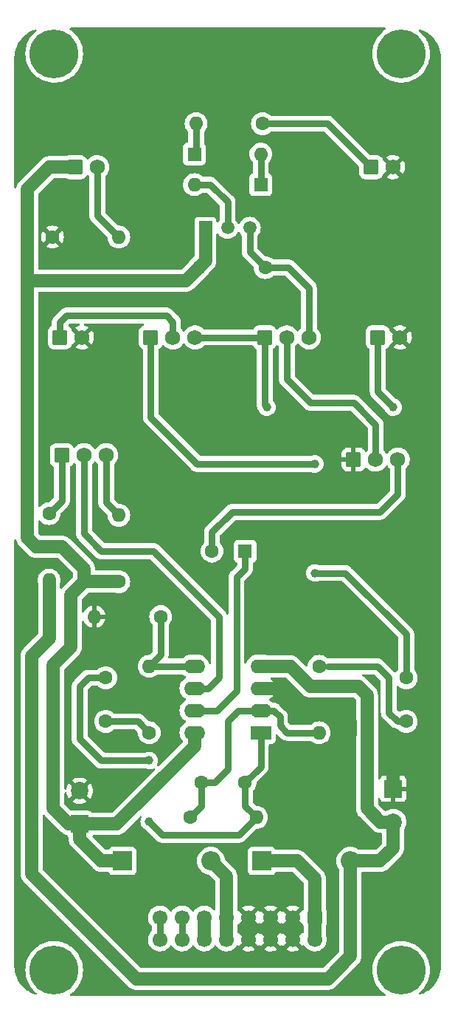
<source format=gbr>
%TF.GenerationSoftware,KiCad,Pcbnew,(6.0.7)*%
%TF.CreationDate,2023-03-07T14:28:06-05:00*%
%TF.ProjectId,ULTRA_FUZZ,554c5452-415f-4465-955a-5a2e6b696361,rev?*%
%TF.SameCoordinates,Original*%
%TF.FileFunction,Copper,L2,Bot*%
%TF.FilePolarity,Positive*%
%FSLAX46Y46*%
G04 Gerber Fmt 4.6, Leading zero omitted, Abs format (unit mm)*
G04 Created by KiCad (PCBNEW (6.0.7)) date 2023-03-07 14:28:06*
%MOMM*%
%LPD*%
G01*
G04 APERTURE LIST*
G04 Aperture macros list*
%AMRoundRect*
0 Rectangle with rounded corners*
0 $1 Rounding radius*
0 $2 $3 $4 $5 $6 $7 $8 $9 X,Y pos of 4 corners*
0 Add a 4 corners polygon primitive as box body*
4,1,4,$2,$3,$4,$5,$6,$7,$8,$9,$2,$3,0*
0 Add four circle primitives for the rounded corners*
1,1,$1+$1,$2,$3*
1,1,$1+$1,$4,$5*
1,1,$1+$1,$6,$7*
1,1,$1+$1,$8,$9*
0 Add four rect primitives between the rounded corners*
20,1,$1+$1,$2,$3,$4,$5,0*
20,1,$1+$1,$4,$5,$6,$7,0*
20,1,$1+$1,$6,$7,$8,$9,0*
20,1,$1+$1,$8,$9,$2,$3,0*%
G04 Aperture macros list end*
%TA.AperFunction,ComponentPad*%
%ADD10C,5.600000*%
%TD*%
%TA.AperFunction,ComponentPad*%
%ADD11R,1.500000X1.500000*%
%TD*%
%TA.AperFunction,ComponentPad*%
%ADD12C,1.500000*%
%TD*%
%TA.AperFunction,ComponentPad*%
%ADD13C,1.600000*%
%TD*%
%TA.AperFunction,ComponentPad*%
%ADD14O,1.600000X1.600000*%
%TD*%
%TA.AperFunction,ComponentPad*%
%ADD15R,1.600000X1.600000*%
%TD*%
%TA.AperFunction,ComponentPad*%
%ADD16RoundRect,0.250000X-0.620000X-0.620000X0.620000X-0.620000X0.620000X0.620000X-0.620000X0.620000X0*%
%TD*%
%TA.AperFunction,ComponentPad*%
%ADD17C,1.740000*%
%TD*%
%TA.AperFunction,ComponentPad*%
%ADD18R,2.000000X2.000000*%
%TD*%
%TA.AperFunction,ComponentPad*%
%ADD19C,2.000000*%
%TD*%
%TA.AperFunction,ComponentPad*%
%ADD20R,2.400000X1.600000*%
%TD*%
%TA.AperFunction,ComponentPad*%
%ADD21O,2.400000X1.600000*%
%TD*%
%TA.AperFunction,ComponentPad*%
%ADD22R,2.200000X2.200000*%
%TD*%
%TA.AperFunction,ComponentPad*%
%ADD23O,2.200000X2.200000*%
%TD*%
%TA.AperFunction,ComponentPad*%
%ADD24RoundRect,0.250000X-0.600000X0.600000X-0.600000X-0.600000X0.600000X-0.600000X0.600000X0.600000X0*%
%TD*%
%TA.AperFunction,ComponentPad*%
%ADD25C,1.700000*%
%TD*%
%TA.AperFunction,ViaPad*%
%ADD26C,1.000000*%
%TD*%
%TA.AperFunction,Conductor*%
%ADD27C,1.500000*%
%TD*%
%TA.AperFunction,Conductor*%
%ADD28C,0.800000*%
%TD*%
G04 APERTURE END LIST*
D10*
%TO.P,H2,1*%
%TO.N,N/C*%
X144920000Y-43500000D03*
%TD*%
D11*
%TO.P,Q1,1,D*%
%TO.N,VDD*%
X122450000Y-63450000D03*
D12*
%TO.P,Q1,2,S*%
%TO.N,Net-(D1-Pad2)*%
X124990000Y-63450000D03*
%TO.P,Q1,3,G*%
%TO.N,Net-(SW1B1-Pad3)*%
X127530000Y-63450000D03*
%TD*%
D13*
%TO.P,R1,1*%
%TO.N,Net-(C2-Pad1)*%
X116000000Y-121310000D03*
D14*
%TO.P,R1,2*%
%TO.N,Net-(R1-Pad2)*%
X116000000Y-113690000D03*
%TD*%
D13*
%TO.P,R2,1*%
%TO.N,Net-(R4-Pad1)*%
X104500000Y-96190000D03*
D14*
%TO.P,R2,2*%
%TO.N,VSS*%
X104500000Y-103810000D03*
%TD*%
D15*
%TO.P,C6,1*%
%TO.N,Net-(C6-Pad1)*%
X127000000Y-100500000D03*
D13*
%TO.P,C6,2*%
%TO.N,Net-(C6-Pad2)*%
X123200000Y-100500000D03*
%TD*%
D16*
%TO.P,J4,1,Pin_1*%
%TO.N,Net-(J4-Pad1)*%
X141460000Y-56500000D03*
D17*
%TO.P,J4,2,Pin_2*%
%TO.N,Earth*%
X144000000Y-56500000D03*
%TD*%
D18*
%TO.P,C10,1*%
%TO.N,Earth*%
X144000000Y-127732323D03*
D19*
%TO.P,C10,2*%
%TO.N,VSS*%
X144000000Y-131532323D03*
%TD*%
D13*
%TO.P,R7,1*%
%TO.N,Net-(R7-Pad1)*%
X135500000Y-113690000D03*
D14*
%TO.P,R7,2*%
%TO.N,Net-(R8-Pad1)*%
X135500000Y-121310000D03*
%TD*%
D16*
%TO.P,SW1A1,1,Pin_1*%
%TO.N,Net-(C3-Pad1)*%
X116176666Y-76000000D03*
D17*
%TO.P,SW1A1,2,Pin_2*%
%TO.N,Net-(J1-Pad1)*%
X118716666Y-76000000D03*
%TO.P,SW1A1,3,Pin_3*%
%TO.N,Net-(SW1A1-Pad3)*%
X121256666Y-76000000D03*
%TD*%
D13*
%TO.P,C3,1*%
%TO.N,Net-(C3-Pad1)*%
X145500000Y-115000000D03*
%TO.P,C3,2*%
%TO.N,Net-(R7-Pad1)*%
X145500000Y-120000000D03*
%TD*%
%TO.P,C2,1*%
%TO.N,Net-(C2-Pad1)*%
X111000000Y-120000000D03*
%TO.P,C2,2*%
%TO.N,Net-(R8-Pad2)*%
X111000000Y-115000000D03*
%TD*%
D18*
%TO.P,C9,1*%
%TO.N,VDD*%
X108000000Y-131767677D03*
D19*
%TO.P,C9,2*%
%TO.N,Earth*%
X108000000Y-127967677D03*
%TD*%
D20*
%TO.P,U1,1*%
%TO.N,Net-(R8-Pad2)*%
X128800000Y-121300000D03*
D21*
%TO.P,U1,2,-*%
%TO.N,Net-(R8-Pad1)*%
X128800000Y-118760000D03*
%TO.P,U1,3,+*%
%TO.N,Earth*%
X128800000Y-116220000D03*
%TO.P,U1,4,V-*%
%TO.N,VSS*%
X128800000Y-113680000D03*
%TO.P,U1,5,+*%
%TO.N,Net-(R1-Pad2)*%
X121180000Y-113680000D03*
%TO.P,U1,6,-*%
%TO.N,Net-(R4-Pad2)*%
X121180000Y-116220000D03*
%TO.P,U1,7*%
%TO.N,Net-(C6-Pad1)*%
X121180000Y-118760000D03*
%TO.P,U1,8,V+*%
%TO.N,VDD*%
X121180000Y-121300000D03*
%TD*%
D22*
%TO.P,D4,1,K*%
%TO.N,-12V*%
X128920000Y-136000000D03*
D23*
%TO.P,D4,2,A*%
%TO.N,VSS*%
X139080000Y-136000000D03*
%TD*%
D15*
%TO.P,D2,1,K*%
%TO.N,Net-(D2-Pad1)*%
X121190000Y-55000000D03*
D14*
%TO.P,D2,2,A*%
%TO.N,Net-(D1-Pad1)*%
X128810000Y-55000000D03*
%TD*%
D22*
%TO.P,D3,1,K*%
%TO.N,VDD*%
X112920000Y-136000000D03*
D23*
%TO.P,D3,2,A*%
%TO.N,+12V*%
X123080000Y-136000000D03*
%TD*%
D15*
%TO.P,D1,1,K*%
%TO.N,Net-(D1-Pad1)*%
X128810000Y-58500000D03*
D14*
%TO.P,D1,2,A*%
%TO.N,Net-(D1-Pad2)*%
X121190000Y-58500000D03*
%TD*%
D13*
%TO.P,R8,1*%
%TO.N,Net-(R8-Pad1)*%
X120690000Y-131000000D03*
D14*
%TO.P,R8,2*%
%TO.N,Net-(R8-Pad2)*%
X128310000Y-131000000D03*
%TD*%
D13*
%TO.P,R3,1*%
%TO.N,VDD*%
X112500000Y-104000000D03*
D14*
%TO.P,R3,2*%
%TO.N,Net-(R4-Pad3)*%
X112500000Y-96380000D03*
%TD*%
D13*
%TO.P,R11,1*%
%TO.N,Net-(J4-Pad1)*%
X129000000Y-51500000D03*
D14*
%TO.P,R11,2*%
%TO.N,Net-(D2-Pad1)*%
X121380000Y-51500000D03*
%TD*%
D16*
%TO.P,J8,1,Pin_1*%
%TO.N,VDD*%
X107500000Y-56500000D03*
D17*
%TO.P,J8,2,Pin_2*%
%TO.N,Net-(J8-Pad2)*%
X110040000Y-56500000D03*
%TD*%
D13*
%TO.P,C1,1*%
%TO.N,Net-(R8-Pad2)*%
X127000000Y-127000000D03*
%TO.P,C1,2*%
%TO.N,Net-(R8-Pad1)*%
X122000000Y-127000000D03*
%TD*%
D24*
%TO.P,J3,1,Pin_1*%
%TO.N,-12V*%
X135000000Y-142460000D03*
D25*
%TO.P,J3,2,Pin_2*%
X135000000Y-145000000D03*
%TO.P,J3,3,Pin_3*%
%TO.N,Earth*%
X132460000Y-142460000D03*
%TO.P,J3,4,Pin_4*%
X132460000Y-145000000D03*
%TO.P,J3,5,Pin_5*%
X129920000Y-142460000D03*
%TO.P,J3,6,Pin_6*%
X129920000Y-145000000D03*
%TO.P,J3,7,Pin_7*%
X127380000Y-142460000D03*
%TO.P,J3,8,Pin_8*%
X127380000Y-145000000D03*
%TO.P,J3,9,Pin_9*%
%TO.N,+12V*%
X124840000Y-142460000D03*
%TO.P,J3,10,Pin_10*%
X124840000Y-145000000D03*
%TO.P,J3,11,Pin_11*%
%TO.N,+5V*%
X122300000Y-142460000D03*
%TO.P,J3,12,Pin_12*%
X122300000Y-145000000D03*
%TO.P,J3,13,Pin_13*%
%TO.N,CV*%
X119760000Y-142460000D03*
%TO.P,J3,14,Pin_14*%
X119760000Y-145000000D03*
%TO.P,J3,15,Pin_15*%
%TO.N,GATE*%
X117220000Y-142460000D03*
%TO.P,J3,16,Pin_16*%
X117220000Y-145000000D03*
%TD*%
D10*
%TO.P,H4,1*%
%TO.N,N/C*%
X144920000Y-148500000D03*
%TD*%
%TO.P,H1,1*%
%TO.N,N/C*%
X105080000Y-43500000D03*
%TD*%
D16*
%TO.P,J1,1,Pin_1*%
%TO.N,Net-(J1-Pad1)*%
X105730000Y-76000000D03*
D17*
%TO.P,J1,2,Pin_2*%
%TO.N,Earth*%
X108270000Y-76000000D03*
%TD*%
D13*
%TO.P,R10,1*%
%TO.N,Net-(SW1B1-Pad3)*%
X129310000Y-68000000D03*
D14*
%TO.P,R10,2*%
%TO.N,VDD*%
X121690000Y-68000000D03*
%TD*%
D13*
%TO.P,R9,1*%
%TO.N,Earth*%
X104880000Y-64500000D03*
D14*
%TO.P,R9,2*%
%TO.N,Net-(J8-Pad2)*%
X112500000Y-64500000D03*
%TD*%
D16*
%TO.P,R5,1,Pin_1*%
%TO.N,Earth*%
X139460000Y-90000000D03*
D17*
%TO.P,R5,2,Pin_2*%
%TO.N,Net-(R5-Pad2)*%
X142000000Y-90000000D03*
%TO.P,R5,3,Pin_3*%
%TO.N,Net-(C6-Pad2)*%
X144540000Y-90000000D03*
%TD*%
D16*
%TO.P,SW1B1,1,Pin_1*%
%TO.N,Net-(SW1A1-Pad3)*%
X129243332Y-76000000D03*
D17*
%TO.P,SW1B1,2,Pin_2*%
%TO.N,Net-(R5-Pad2)*%
X131783332Y-76000000D03*
%TO.P,SW1B1,3,Pin_3*%
%TO.N,Net-(SW1B1-Pad3)*%
X134323332Y-76000000D03*
%TD*%
D16*
%TO.P,R4,1,Pin_1*%
%TO.N,Net-(R4-Pad1)*%
X105960000Y-89500000D03*
D17*
%TO.P,R4,2,Pin_2*%
%TO.N,Net-(R4-Pad2)*%
X108500000Y-89500000D03*
%TO.P,R4,3,Pin_3*%
%TO.N,Net-(R4-Pad3)*%
X111040000Y-89500000D03*
%TD*%
D16*
%TO.P,J2,1,Pin_1*%
%TO.N,Net-(SW1A1-Pad3)*%
X142230000Y-76000000D03*
D17*
%TO.P,J2,2,Pin_2*%
%TO.N,Earth*%
X144770000Y-76000000D03*
%TD*%
D10*
%TO.P,H3,1*%
%TO.N,N/C*%
X105080000Y-148500000D03*
%TD*%
D13*
%TO.P,R6,1*%
%TO.N,Net-(R1-Pad2)*%
X117310000Y-108000000D03*
D14*
%TO.P,R6,2*%
%TO.N,Earth*%
X109690000Y-108000000D03*
%TD*%
D26*
%TO.N,Earth*%
X117000000Y-104000000D03*
X144000000Y-121500000D03*
X139100000Y-121500000D03*
X117000000Y-95000000D03*
%TO.N,Net-(R8-Pad2)*%
X116000000Y-124500000D03*
X116000000Y-131500000D03*
%TO.N,Net-(C3-Pad1)*%
X135000000Y-90500000D03*
X135000000Y-103000000D03*
%TO.N,Net-(SW1A1-Pad3)*%
X129500000Y-84000000D03*
X144000000Y-84000000D03*
%TD*%
D27*
%TO.N,Earth*%
X128800000Y-116220000D02*
X131220000Y-116220000D01*
X131220000Y-116220000D02*
X133500000Y-118500000D01*
X139100000Y-120100000D02*
X139100000Y-121500000D01*
X127380000Y-145000000D02*
X127380000Y-142460000D01*
X144000000Y-121500000D02*
X144000000Y-127732323D01*
X129920000Y-145000000D02*
X129920000Y-142460000D01*
X132460000Y-145000000D02*
X132460000Y-142460000D01*
X137500000Y-118500000D02*
X139100000Y-120100000D01*
X133500000Y-118500000D02*
X137500000Y-118500000D01*
D28*
%TO.N,Net-(R8-Pad2)*%
X128310000Y-131000000D02*
X127000000Y-129690000D01*
X126310000Y-133000000D02*
X117500000Y-133000000D01*
X128800000Y-121300000D02*
X128800000Y-125200000D01*
X127000000Y-129690000D02*
X127000000Y-127000000D01*
X109000000Y-115000000D02*
X111000000Y-115000000D01*
X128310000Y-131000000D02*
X126310000Y-133000000D01*
X108000000Y-122000000D02*
X108000000Y-116000000D01*
X116000000Y-124500000D02*
X110500000Y-124500000D01*
X110500000Y-124500000D02*
X108000000Y-122000000D01*
X128800000Y-125200000D02*
X127000000Y-127000000D01*
X108000000Y-116000000D02*
X109000000Y-115000000D01*
X117500000Y-133000000D02*
X116000000Y-131500000D01*
%TO.N,Net-(C2-Pad1)*%
X114690000Y-120000000D02*
X116000000Y-121310000D01*
X111000000Y-120000000D02*
X114690000Y-120000000D01*
%TO.N,Net-(R8-Pad1)*%
X128800000Y-118760000D02*
X130260000Y-118760000D01*
X130260000Y-118760000D02*
X131000000Y-119500000D01*
X126240000Y-118760000D02*
X128800000Y-118760000D01*
X131000000Y-119500000D02*
X131000000Y-120500000D01*
X125000000Y-120000000D02*
X126240000Y-118760000D01*
X123500000Y-127000000D02*
X125000000Y-125500000D01*
X135500000Y-121310000D02*
X131810000Y-121310000D01*
X131000000Y-120500000D02*
X131810000Y-121310000D01*
X122000000Y-129690000D02*
X122000000Y-127000000D01*
X120690000Y-131000000D02*
X122000000Y-129690000D01*
X122000000Y-127000000D02*
X123500000Y-127000000D01*
X125000000Y-125500000D02*
X125000000Y-120000000D01*
%TO.N,Net-(C3-Pad1)*%
X121500000Y-90500000D02*
X116176666Y-85176666D01*
X135000000Y-90500000D02*
X121500000Y-90500000D01*
X135000000Y-103000000D02*
X138500000Y-103000000D01*
X116176666Y-85176666D02*
X116176666Y-76000000D01*
X138500000Y-103000000D02*
X145500000Y-110000000D01*
X145500000Y-110000000D02*
X145500000Y-115000000D01*
%TO.N,Net-(R7-Pad1)*%
X142190000Y-113690000D02*
X136500000Y-113690000D01*
X143500000Y-119000000D02*
X143500000Y-115000000D01*
X143500000Y-115000000D02*
X142190000Y-113690000D01*
X144500000Y-120000000D02*
X143500000Y-119000000D01*
X145500000Y-120000000D02*
X144500000Y-120000000D01*
%TO.N,Net-(C6-Pad1)*%
X126000000Y-103500000D02*
X127000000Y-102500000D01*
X121180000Y-118760000D02*
X123740000Y-118760000D01*
X127000000Y-102500000D02*
X127000000Y-100500000D01*
X123740000Y-118760000D02*
X126000000Y-116500000D01*
X126000000Y-116500000D02*
X126000000Y-103500000D01*
D27*
%TO.N,VDD*%
X122450000Y-63450000D02*
X122450000Y-67240000D01*
X108000000Y-133500000D02*
X108000000Y-131767677D01*
X120190000Y-69500000D02*
X102000000Y-69500000D01*
X102000000Y-69500000D02*
X102000000Y-59000000D01*
X121180000Y-122820000D02*
X120000000Y-124000000D01*
X108500000Y-102500000D02*
X106000000Y-100000000D01*
X120000000Y-124000000D02*
X119750000Y-124250000D01*
X110500000Y-136000000D02*
X108000000Y-133500000D01*
X106000000Y-100000000D02*
X103000000Y-100000000D01*
X119750000Y-124250000D02*
X112232323Y-131767677D01*
X106767677Y-131767677D02*
X108000000Y-131767677D01*
X121690000Y-68000000D02*
X120190000Y-69500000D01*
X121180000Y-121300000D02*
X121180000Y-122820000D01*
X105000000Y-130000000D02*
X106767677Y-131767677D01*
X105000000Y-113500000D02*
X105000000Y-130000000D01*
X108500000Y-104000000D02*
X107000000Y-105500000D01*
X102000000Y-59000000D02*
X104500000Y-56500000D01*
X112500000Y-104000000D02*
X108500000Y-104000000D01*
X104500000Y-56500000D02*
X107500000Y-56500000D01*
X107000000Y-111500000D02*
X105000000Y-113500000D01*
X107000000Y-105500000D02*
X107000000Y-111500000D01*
X108500000Y-104000000D02*
X108500000Y-102500000D01*
X112232323Y-131767677D02*
X108000000Y-131767677D01*
X122450000Y-67240000D02*
X121690000Y-68000000D01*
X102000000Y-99000000D02*
X102000000Y-69500000D01*
X112920000Y-136000000D02*
X110500000Y-136000000D01*
X103000000Y-100000000D02*
X102000000Y-99000000D01*
%TO.N,VSS*%
X104500000Y-103810000D02*
X104500000Y-110500000D01*
X114500000Y-149500000D02*
X136500000Y-149500000D01*
X134500000Y-116000000D02*
X132180000Y-113680000D01*
X102500000Y-112500000D02*
X102500000Y-137500000D01*
X139080000Y-146920000D02*
X139080000Y-136000000D01*
X104500000Y-110500000D02*
X102500000Y-112500000D01*
X136500000Y-149500000D02*
X139080000Y-146920000D01*
X142532323Y-131532323D02*
X141000000Y-130000000D01*
X132180000Y-113680000D02*
X128800000Y-113680000D01*
X141000000Y-117000000D02*
X140000000Y-116000000D01*
X139080000Y-136000000D02*
X142500000Y-136000000D01*
X140000000Y-116000000D02*
X134500000Y-116000000D01*
X102500000Y-137500000D02*
X114500000Y-149500000D01*
X144000000Y-134500000D02*
X144000000Y-131532323D01*
X141000000Y-130000000D02*
X141000000Y-117000000D01*
X144000000Y-131532323D02*
X142532323Y-131532323D01*
X142500000Y-136000000D02*
X144000000Y-134500000D01*
D28*
%TO.N,Net-(C6-Pad2)*%
X144540000Y-90000000D02*
X144540000Y-93960000D01*
X144540000Y-93960000D02*
X142500000Y-96000000D01*
X142500000Y-96000000D02*
X125500000Y-96000000D01*
X125500000Y-96000000D02*
X123200000Y-98300000D01*
X123200000Y-98300000D02*
X123200000Y-100500000D01*
%TO.N,Net-(R5-Pad2)*%
X134500000Y-83500000D02*
X139500000Y-83500000D01*
X131783332Y-76000000D02*
X131783332Y-80783332D01*
X139500000Y-83500000D02*
X142000000Y-86000000D01*
X142000000Y-86000000D02*
X142000000Y-90000000D01*
X131783332Y-80783332D02*
X134500000Y-83500000D01*
%TO.N,Net-(R1-Pad2)*%
X116000000Y-113690000D02*
X121170000Y-113690000D01*
X121170000Y-113690000D02*
X121180000Y-113680000D01*
X117310000Y-112380000D02*
X117310000Y-108000000D01*
X116000000Y-113690000D02*
X117310000Y-112380000D01*
%TO.N,Net-(R4-Pad1)*%
X105960000Y-94730000D02*
X104500000Y-96190000D01*
X105960000Y-89500000D02*
X105960000Y-94730000D01*
%TO.N,Net-(R4-Pad3)*%
X111040000Y-94920000D02*
X112500000Y-96380000D01*
X111040000Y-89500000D02*
X111040000Y-94920000D01*
%TO.N,Net-(R4-Pad2)*%
X121180000Y-116220000D02*
X122780000Y-116220000D01*
X116500000Y-100500000D02*
X110500000Y-100500000D01*
X124000000Y-115000000D02*
X124000000Y-108000000D01*
X124000000Y-108000000D02*
X116500000Y-100500000D01*
X110500000Y-100500000D02*
X108500000Y-98500000D01*
X108500000Y-98500000D02*
X108500000Y-89500000D01*
X122780000Y-116220000D02*
X124000000Y-115000000D01*
%TO.N,Net-(D1-Pad1)*%
X128810000Y-55000000D02*
X128810000Y-58500000D01*
%TO.N,Net-(D1-Pad2)*%
X123000000Y-58500000D02*
X124990000Y-60490000D01*
X121190000Y-58500000D02*
X123000000Y-58500000D01*
X124990000Y-60490000D02*
X124990000Y-63450000D01*
D27*
%TO.N,+12V*%
X124840000Y-137760000D02*
X123080000Y-136000000D01*
X124840000Y-142460000D02*
X124840000Y-137760000D01*
X124840000Y-145000000D02*
X124840000Y-142460000D01*
%TO.N,-12V*%
X128920000Y-136000000D02*
X133000000Y-136000000D01*
X135000000Y-138000000D02*
X135000000Y-142460000D01*
X133000000Y-136000000D02*
X135000000Y-138000000D01*
X135000000Y-142460000D02*
X135000000Y-145000000D01*
%TO.N,+5V*%
X122300000Y-145000000D02*
X122300000Y-142460000D01*
D28*
%TO.N,CV*%
X119760000Y-145000000D02*
X119760000Y-142460000D01*
%TO.N,GATE*%
X117220000Y-145000000D02*
X117220000Y-142460000D01*
%TO.N,Net-(D2-Pad1)*%
X121380000Y-54810000D02*
X121190000Y-55000000D01*
X121380000Y-51500000D02*
X121380000Y-54810000D01*
%TO.N,Net-(J1-Pad1)*%
X106500000Y-73500000D02*
X118000000Y-73500000D01*
X118000000Y-73500000D02*
X118716666Y-74216666D01*
X118716666Y-74216666D02*
X118716666Y-76000000D01*
X105730000Y-76000000D02*
X105730000Y-74270000D01*
X105730000Y-74270000D02*
X106500000Y-73500000D01*
%TO.N,Net-(SW1A1-Pad3)*%
X144000000Y-84000000D02*
X142230000Y-82230000D01*
X142230000Y-82230000D02*
X142230000Y-76000000D01*
X129243332Y-83743332D02*
X129500000Y-84000000D01*
X129243332Y-76000000D02*
X129243332Y-83743332D01*
X121256666Y-76000000D02*
X129243332Y-76000000D01*
%TO.N,Net-(J4-Pad1)*%
X136460000Y-51500000D02*
X141460000Y-56500000D01*
X129000000Y-51500000D02*
X136460000Y-51500000D01*
%TO.N,Net-(J8-Pad2)*%
X110040000Y-56500000D02*
X110040000Y-62040000D01*
X110040000Y-62040000D02*
X112500000Y-64500000D01*
%TO.N,Net-(SW1B1-Pad3)*%
X134323332Y-70323332D02*
X134323332Y-76000000D01*
X127530000Y-66220000D02*
X129310000Y-68000000D01*
X127530000Y-63450000D02*
X127530000Y-66220000D01*
X129310000Y-68000000D02*
X132000000Y-68000000D01*
X132000000Y-68000000D02*
X134323332Y-70323332D01*
%TD*%
%TA.AperFunction,Conductor*%
%TO.N,Earth*%
G36*
X143088127Y-40528502D02*
G01*
X143134620Y-40582158D01*
X143144724Y-40652432D01*
X143115230Y-40717012D01*
X143084715Y-40742614D01*
X143067193Y-40753101D01*
X143064467Y-40755163D01*
X143064465Y-40755164D01*
X142845493Y-40920772D01*
X142781367Y-40969270D01*
X142520559Y-41215043D01*
X142287819Y-41487546D01*
X142285900Y-41490358D01*
X142285897Y-41490363D01*
X142260919Y-41526980D01*
X142085871Y-41783591D01*
X141917077Y-42099714D01*
X141783411Y-42432218D01*
X141782491Y-42435492D01*
X141782489Y-42435497D01*
X141716661Y-42669689D01*
X141686437Y-42777213D01*
X141627290Y-43130663D01*
X141606661Y-43488434D01*
X141624792Y-43846340D01*
X141625329Y-43849695D01*
X141625330Y-43849701D01*
X141647901Y-43990618D01*
X141681470Y-44200195D01*
X141776033Y-44545859D01*
X141907374Y-44879288D01*
X142073957Y-45196582D01*
X142075858Y-45199411D01*
X142075864Y-45199421D01*
X142259569Y-45472800D01*
X142273834Y-45494029D01*
X142504665Y-45768150D01*
X142763751Y-46015738D01*
X143048061Y-46233897D01*
X143080056Y-46253350D01*
X143351355Y-46418303D01*
X143351360Y-46418306D01*
X143354270Y-46420075D01*
X143357358Y-46421521D01*
X143357357Y-46421521D01*
X143675710Y-46570649D01*
X143675720Y-46570653D01*
X143678794Y-46572093D01*
X143682012Y-46573195D01*
X143682015Y-46573196D01*
X144014615Y-46687071D01*
X144014623Y-46687073D01*
X144017838Y-46688174D01*
X144367435Y-46766959D01*
X144419728Y-46772917D01*
X144720114Y-46807142D01*
X144720122Y-46807142D01*
X144723497Y-46807527D01*
X144726901Y-46807545D01*
X144726904Y-46807545D01*
X144921227Y-46808562D01*
X145081857Y-46809403D01*
X145085243Y-46809053D01*
X145085245Y-46809053D01*
X145434932Y-46772917D01*
X145434941Y-46772916D01*
X145438324Y-46772566D01*
X145441657Y-46771852D01*
X145441660Y-46771851D01*
X145614186Y-46734864D01*
X145788727Y-46697446D01*
X146128968Y-46584922D01*
X146455066Y-46436311D01*
X146549052Y-46380506D01*
X146760262Y-46255099D01*
X146760267Y-46255096D01*
X146763207Y-46253350D01*
X147049786Y-46038180D01*
X147311451Y-45793319D01*
X147545140Y-45521630D01*
X147651750Y-45366512D01*
X147746190Y-45229101D01*
X147746195Y-45229094D01*
X147748120Y-45226292D01*
X147749732Y-45223298D01*
X147749737Y-45223290D01*
X147916395Y-44913772D01*
X147918017Y-44910760D01*
X148052842Y-44578724D01*
X148063142Y-44542568D01*
X148083527Y-44471006D01*
X148151020Y-44234070D01*
X148188885Y-44012552D01*
X148210829Y-43884175D01*
X148210829Y-43884173D01*
X148211401Y-43880828D01*
X148213511Y-43846340D01*
X148233168Y-43524928D01*
X148233278Y-43523131D01*
X148233359Y-43500000D01*
X148213979Y-43142159D01*
X148156066Y-42788505D01*
X148060297Y-42443173D01*
X148057243Y-42435497D01*
X147929052Y-42113369D01*
X147927793Y-42110205D01*
X147897768Y-42053498D01*
X147761702Y-41796513D01*
X147761698Y-41796506D01*
X147760103Y-41793494D01*
X147559190Y-41496746D01*
X147327403Y-41223432D01*
X147067454Y-40976750D01*
X146975276Y-40906529D01*
X146933209Y-40849337D01*
X146928740Y-40778481D01*
X146963288Y-40716457D01*
X147025884Y-40682958D01*
X147094079Y-40687665D01*
X147330311Y-40772191D01*
X147341735Y-40776922D01*
X147409500Y-40808972D01*
X147640292Y-40918128D01*
X147651188Y-40923953D01*
X147743181Y-40979091D01*
X147934467Y-41093744D01*
X147944748Y-41100614D01*
X148210017Y-41297350D01*
X148219556Y-41305177D01*
X148464282Y-41526985D01*
X148473015Y-41535718D01*
X148694823Y-41780444D01*
X148702650Y-41789983D01*
X148846901Y-41984483D01*
X148899386Y-42055252D01*
X148906256Y-42065533D01*
X149076045Y-42348807D01*
X149081872Y-42359708D01*
X149121348Y-42443173D01*
X149223078Y-42658265D01*
X149227810Y-42669689D01*
X149339072Y-42980645D01*
X149342661Y-42992477D01*
X149422909Y-43312841D01*
X149425321Y-43324969D01*
X149473779Y-43651650D01*
X149474990Y-43663949D01*
X149484117Y-43849701D01*
X149489390Y-43957034D01*
X149488042Y-43982598D01*
X149486309Y-43993724D01*
X149487474Y-44002630D01*
X149490436Y-44025283D01*
X149491500Y-44041621D01*
X149491500Y-147950633D01*
X149490000Y-147970018D01*
X149486309Y-147993724D01*
X149487473Y-148002627D01*
X149487473Y-148002628D01*
X149488839Y-148013076D01*
X149489751Y-148035594D01*
X149479636Y-148241500D01*
X149474991Y-148336045D01*
X149473779Y-148348350D01*
X149425321Y-148675031D01*
X149422909Y-148687159D01*
X149342661Y-149007523D01*
X149339072Y-149019355D01*
X149227810Y-149330311D01*
X149223078Y-149341735D01*
X149081874Y-149640288D01*
X149076045Y-149651193D01*
X148906256Y-149934467D01*
X148899386Y-149944748D01*
X148702650Y-150210017D01*
X148694823Y-150219556D01*
X148473020Y-150464277D01*
X148464282Y-150473015D01*
X148219556Y-150694823D01*
X148210017Y-150702650D01*
X148015517Y-150846901D01*
X147944748Y-150899386D01*
X147934467Y-150906256D01*
X147792101Y-150991588D01*
X147651188Y-151076047D01*
X147640292Y-151081872D01*
X147618155Y-151092342D01*
X147341735Y-151223078D01*
X147330311Y-151227810D01*
X147095748Y-151311738D01*
X147024871Y-151315854D01*
X146963020Y-151280998D01*
X146929832Y-151218236D01*
X146935844Y-151147494D01*
X146977644Y-151092346D01*
X147049786Y-151038180D01*
X147311451Y-150793319D01*
X147545140Y-150521630D01*
X147651750Y-150366512D01*
X147746190Y-150229101D01*
X147746195Y-150229094D01*
X147748120Y-150226292D01*
X147749732Y-150223298D01*
X147749737Y-150223290D01*
X147916395Y-149913772D01*
X147918017Y-149910760D01*
X148052842Y-149578724D01*
X148063142Y-149542568D01*
X148083527Y-149471006D01*
X148151020Y-149234070D01*
X148211401Y-148880828D01*
X148213511Y-148846340D01*
X148233168Y-148524928D01*
X148233278Y-148523131D01*
X148233359Y-148500000D01*
X148213979Y-148142159D01*
X148156066Y-147788505D01*
X148060297Y-147443173D01*
X148057243Y-147435497D01*
X147929052Y-147113369D01*
X147927793Y-147110205D01*
X147885780Y-147030856D01*
X147761702Y-146796513D01*
X147761698Y-146796506D01*
X147760103Y-146793494D01*
X147559190Y-146496746D01*
X147489563Y-146414644D01*
X147443726Y-146360595D01*
X147327403Y-146223432D01*
X147067454Y-145976750D01*
X146836341Y-145800689D01*
X146785091Y-145761647D01*
X146785089Y-145761646D01*
X146782384Y-145759585D01*
X146779472Y-145757828D01*
X146779467Y-145757825D01*
X146478443Y-145576236D01*
X146478437Y-145576233D01*
X146475528Y-145574478D01*
X146150475Y-145423593D01*
X145975620Y-145364408D01*
X145814255Y-145309789D01*
X145814250Y-145309788D01*
X145811028Y-145308697D01*
X145612681Y-145264724D01*
X145464493Y-145231871D01*
X145464487Y-145231870D01*
X145461158Y-145231132D01*
X145457769Y-145230758D01*
X145457764Y-145230757D01*
X145108338Y-145192180D01*
X145108333Y-145192180D01*
X145104957Y-145191807D01*
X145101558Y-145191801D01*
X145101557Y-145191801D01*
X144932080Y-145191505D01*
X144746592Y-145191182D01*
X144633413Y-145203277D01*
X144393639Y-145228901D01*
X144393631Y-145228902D01*
X144390256Y-145229263D01*
X144040117Y-145305606D01*
X143700271Y-145419317D01*
X143697178Y-145420739D01*
X143697177Y-145420740D01*
X143690974Y-145423593D01*
X143374694Y-145569066D01*
X143371760Y-145570822D01*
X143371758Y-145570823D01*
X143074288Y-145748855D01*
X143067193Y-145753101D01*
X143064467Y-145755163D01*
X143064465Y-145755164D01*
X142894790Y-145883489D01*
X142781367Y-145969270D01*
X142520559Y-146215043D01*
X142518347Y-146217633D01*
X142518345Y-146217635D01*
X142510576Y-146226731D01*
X142287819Y-146487546D01*
X142285900Y-146490358D01*
X142285897Y-146490363D01*
X142192624Y-146627097D01*
X142085871Y-146783591D01*
X141917077Y-147099714D01*
X141783411Y-147432218D01*
X141782491Y-147435492D01*
X141782489Y-147435497D01*
X141689187Y-147767431D01*
X141686437Y-147777213D01*
X141685875Y-147780570D01*
X141685875Y-147780571D01*
X141643199Y-148035597D01*
X141627290Y-148130663D01*
X141606661Y-148488434D01*
X141624792Y-148846340D01*
X141625329Y-148849695D01*
X141625330Y-148849701D01*
X141630316Y-148880828D01*
X141681470Y-149200195D01*
X141776033Y-149545859D01*
X141907374Y-149879288D01*
X142073957Y-150196582D01*
X142075858Y-150199411D01*
X142075864Y-150199421D01*
X142197038Y-150379745D01*
X142273834Y-150494029D01*
X142504665Y-150768150D01*
X142763751Y-151015738D01*
X143048061Y-151233897D01*
X143050979Y-151235671D01*
X143087437Y-151257838D01*
X143135252Y-151310319D01*
X143147103Y-151380320D01*
X143119228Y-151445615D01*
X143060477Y-151485474D01*
X143021978Y-151491500D01*
X106981120Y-151491500D01*
X106912999Y-151471498D01*
X106866506Y-151417842D01*
X106856402Y-151347568D01*
X106885896Y-151282988D01*
X106916789Y-151257161D01*
X106923207Y-151253350D01*
X106957225Y-151227809D01*
X107021095Y-151179854D01*
X107209786Y-151038180D01*
X107471451Y-150793319D01*
X107705140Y-150521630D01*
X107811750Y-150366512D01*
X107906190Y-150229101D01*
X107906195Y-150229094D01*
X107908120Y-150226292D01*
X107909732Y-150223298D01*
X107909737Y-150223290D01*
X108076395Y-149913772D01*
X108078017Y-149910760D01*
X108212842Y-149578724D01*
X108223142Y-149542568D01*
X108243527Y-149471006D01*
X108311020Y-149234070D01*
X108371401Y-148880828D01*
X108373511Y-148846340D01*
X108393168Y-148524928D01*
X108393278Y-148523131D01*
X108393359Y-148500000D01*
X108373979Y-148142159D01*
X108316066Y-147788505D01*
X108220297Y-147443173D01*
X108217243Y-147435497D01*
X108089052Y-147113369D01*
X108087793Y-147110205D01*
X108045780Y-147030856D01*
X107921702Y-146796513D01*
X107921698Y-146796506D01*
X107920103Y-146793494D01*
X107719190Y-146496746D01*
X107649563Y-146414644D01*
X107603726Y-146360595D01*
X107487403Y-146223432D01*
X107227454Y-145976750D01*
X106996341Y-145800689D01*
X106945091Y-145761647D01*
X106945089Y-145761646D01*
X106942384Y-145759585D01*
X106939472Y-145757828D01*
X106939467Y-145757825D01*
X106638443Y-145576236D01*
X106638437Y-145576233D01*
X106635528Y-145574478D01*
X106310475Y-145423593D01*
X106135620Y-145364408D01*
X105974255Y-145309789D01*
X105974250Y-145309788D01*
X105971028Y-145308697D01*
X105772681Y-145264724D01*
X105624493Y-145231871D01*
X105624487Y-145231870D01*
X105621158Y-145231132D01*
X105617769Y-145230758D01*
X105617764Y-145230757D01*
X105268338Y-145192180D01*
X105268333Y-145192180D01*
X105264957Y-145191807D01*
X105261558Y-145191801D01*
X105261557Y-145191801D01*
X105092080Y-145191505D01*
X104906592Y-145191182D01*
X104793413Y-145203277D01*
X104553639Y-145228901D01*
X104553631Y-145228902D01*
X104550256Y-145229263D01*
X104200117Y-145305606D01*
X103860271Y-145419317D01*
X103857178Y-145420739D01*
X103857177Y-145420740D01*
X103850974Y-145423593D01*
X103534694Y-145569066D01*
X103531760Y-145570822D01*
X103531758Y-145570823D01*
X103234288Y-145748855D01*
X103227193Y-145753101D01*
X103224467Y-145755163D01*
X103224465Y-145755164D01*
X103054790Y-145883489D01*
X102941367Y-145969270D01*
X102680559Y-146215043D01*
X102678347Y-146217633D01*
X102678345Y-146217635D01*
X102670576Y-146226731D01*
X102447819Y-146487546D01*
X102445900Y-146490358D01*
X102445897Y-146490363D01*
X102352624Y-146627097D01*
X102245871Y-146783591D01*
X102077077Y-147099714D01*
X101943411Y-147432218D01*
X101942491Y-147435492D01*
X101942489Y-147435497D01*
X101849187Y-147767431D01*
X101846437Y-147777213D01*
X101845875Y-147780570D01*
X101845875Y-147780571D01*
X101803199Y-148035597D01*
X101787290Y-148130663D01*
X101766661Y-148488434D01*
X101784792Y-148846340D01*
X101785329Y-148849695D01*
X101785330Y-148849701D01*
X101790316Y-148880828D01*
X101841470Y-149200195D01*
X101936033Y-149545859D01*
X102067374Y-149879288D01*
X102233957Y-150196582D01*
X102235858Y-150199411D01*
X102235864Y-150199421D01*
X102357038Y-150379745D01*
X102433834Y-150494029D01*
X102664665Y-150768150D01*
X102923751Y-151015738D01*
X103025694Y-151093962D01*
X103067559Y-151151297D01*
X103071781Y-151222168D01*
X103037017Y-151284071D01*
X102974304Y-151317352D01*
X102906540Y-151312556D01*
X102669689Y-151227809D01*
X102658265Y-151223078D01*
X102381845Y-151092342D01*
X102359708Y-151081872D01*
X102348812Y-151076047D01*
X102207899Y-150991588D01*
X102065533Y-150906256D01*
X102055252Y-150899386D01*
X101984483Y-150846901D01*
X101789983Y-150702650D01*
X101780444Y-150694823D01*
X101535718Y-150473015D01*
X101526980Y-150464277D01*
X101305177Y-150219556D01*
X101297350Y-150210017D01*
X101100614Y-149944748D01*
X101093744Y-149934467D01*
X100923955Y-149651193D01*
X100918126Y-149640288D01*
X100776922Y-149341735D01*
X100772190Y-149330311D01*
X100660928Y-149019355D01*
X100657339Y-149007523D01*
X100577091Y-148687159D01*
X100574679Y-148675031D01*
X100526221Y-148348351D01*
X100525009Y-148336045D01*
X100510795Y-148046695D01*
X100512387Y-148019619D01*
X100513576Y-148012552D01*
X100513729Y-148000000D01*
X100509773Y-147972376D01*
X100508500Y-147954514D01*
X100508500Y-99255070D01*
X100528502Y-99186949D01*
X100582158Y-99140456D01*
X100652432Y-99130352D01*
X100717012Y-99159846D01*
X100755396Y-99219572D01*
X100756382Y-99223750D01*
X100756383Y-99223762D01*
X100756396Y-99223808D01*
X100756397Y-99223814D01*
X100778370Y-99304133D01*
X100779656Y-99309251D01*
X100798258Y-99390470D01*
X100800460Y-99395632D01*
X100805294Y-99406967D01*
X100810927Y-99423142D01*
X100815663Y-99440451D01*
X100818079Y-99445516D01*
X100851539Y-99515667D01*
X100853710Y-99520476D01*
X100884151Y-99591844D01*
X100886397Y-99597109D01*
X100896251Y-99612110D01*
X100904654Y-99627025D01*
X100912378Y-99643218D01*
X100915648Y-99647769D01*
X100915650Y-99647772D01*
X100960999Y-99710881D01*
X100963989Y-99715232D01*
X101007196Y-99781010D01*
X101007202Y-99781018D01*
X101009735Y-99784874D01*
X101028257Y-99805662D01*
X101036490Y-99815939D01*
X101043471Y-99825654D01*
X101061630Y-99843251D01*
X101120221Y-99900030D01*
X101121632Y-99901419D01*
X102045479Y-100825267D01*
X102056346Y-100837658D01*
X102069877Y-100855292D01*
X102074023Y-100859065D01*
X102074028Y-100859070D01*
X102130164Y-100910149D01*
X102134459Y-100914247D01*
X102150411Y-100930199D01*
X102152558Y-100931994D01*
X102152560Y-100931996D01*
X102170424Y-100946933D01*
X102174399Y-100950401D01*
X102231888Y-101002712D01*
X102231897Y-101002719D01*
X102236036Y-101006485D01*
X102240782Y-101009462D01*
X102240783Y-101009463D01*
X102251225Y-101016013D01*
X102265093Y-101026089D01*
X102274549Y-101033996D01*
X102274559Y-101034003D01*
X102278854Y-101037594D01*
X102351240Y-101078882D01*
X102355768Y-101081592D01*
X102421596Y-101122886D01*
X102421599Y-101122888D01*
X102426344Y-101125864D01*
X102431549Y-101127957D01*
X102431552Y-101127958D01*
X102442979Y-101132552D01*
X102458411Y-101140012D01*
X102469119Y-101146120D01*
X102469128Y-101146124D01*
X102473993Y-101148899D01*
X102479270Y-101150768D01*
X102479275Y-101150770D01*
X102552542Y-101176715D01*
X102557478Y-101178580D01*
X102634783Y-101209656D01*
X102640270Y-101210792D01*
X102640272Y-101210793D01*
X102652349Y-101213294D01*
X102668844Y-101217899D01*
X102685759Y-101223889D01*
X102691296Y-101224796D01*
X102691297Y-101224796D01*
X102767991Y-101237355D01*
X102773181Y-101238317D01*
X102850246Y-101254277D01*
X102850250Y-101254278D01*
X102854767Y-101255213D01*
X102859376Y-101255479D01*
X102859378Y-101255479D01*
X102882548Y-101256815D01*
X102895653Y-101258262D01*
X102901910Y-101259286D01*
X102901917Y-101259286D01*
X102907458Y-101260194D01*
X102913071Y-101260106D01*
X102913073Y-101260106D01*
X103014294Y-101258516D01*
X103016273Y-101258500D01*
X105426523Y-101258500D01*
X105494644Y-101278502D01*
X105515618Y-101295405D01*
X107204595Y-102984382D01*
X107238621Y-103046694D01*
X107241500Y-103073477D01*
X107241500Y-103426522D01*
X107221498Y-103494643D01*
X107204595Y-103515617D01*
X106174737Y-104545475D01*
X106162347Y-104556342D01*
X106144708Y-104569877D01*
X106090188Y-104629794D01*
X106089842Y-104630174D01*
X106085743Y-104634469D01*
X106069802Y-104650410D01*
X106068007Y-104652557D01*
X106068005Y-104652559D01*
X106053068Y-104670423D01*
X106049600Y-104674398D01*
X105997288Y-104731888D01*
X105997281Y-104731897D01*
X105993515Y-104736036D01*
X105990538Y-104740781D01*
X105987142Y-104745256D01*
X105985951Y-104744352D01*
X105938088Y-104786747D01*
X105867928Y-104797615D01*
X105803030Y-104768828D01*
X105763998Y-104709523D01*
X105758500Y-104672710D01*
X105758500Y-104185457D01*
X105762793Y-104152845D01*
X105793543Y-104038087D01*
X105813498Y-103810000D01*
X105793543Y-103581913D01*
X105757960Y-103449116D01*
X105735707Y-103366067D01*
X105735706Y-103366065D01*
X105734284Y-103360757D01*
X105713715Y-103316646D01*
X105639849Y-103158238D01*
X105639846Y-103158233D01*
X105637523Y-103153251D01*
X105552079Y-103031224D01*
X105509357Y-102970211D01*
X105509355Y-102970208D01*
X105506198Y-102965700D01*
X105344300Y-102803802D01*
X105339792Y-102800645D01*
X105339789Y-102800643D01*
X105190643Y-102696210D01*
X105156749Y-102672477D01*
X105151767Y-102670154D01*
X105151762Y-102670151D01*
X104954225Y-102578039D01*
X104954224Y-102578039D01*
X104949243Y-102575716D01*
X104943935Y-102574294D01*
X104943933Y-102574293D01*
X104733402Y-102517881D01*
X104733400Y-102517881D01*
X104728087Y-102516457D01*
X104500000Y-102496502D01*
X104271913Y-102516457D01*
X104266600Y-102517881D01*
X104266598Y-102517881D01*
X104056067Y-102574293D01*
X104056065Y-102574294D01*
X104050757Y-102575716D01*
X104045776Y-102578039D01*
X104045775Y-102578039D01*
X103848238Y-102670151D01*
X103848233Y-102670154D01*
X103843251Y-102672477D01*
X103809357Y-102696210D01*
X103660211Y-102800643D01*
X103660208Y-102800645D01*
X103655700Y-102803802D01*
X103493802Y-102965700D01*
X103490645Y-102970208D01*
X103490643Y-102970211D01*
X103447921Y-103031224D01*
X103362477Y-103153251D01*
X103360154Y-103158233D01*
X103360151Y-103158238D01*
X103286285Y-103316646D01*
X103265716Y-103360757D01*
X103264294Y-103366065D01*
X103264293Y-103366067D01*
X103242040Y-103449116D01*
X103206457Y-103581913D01*
X103186502Y-103810000D01*
X103206457Y-104038087D01*
X103237207Y-104152845D01*
X103241500Y-104185457D01*
X103241500Y-109926523D01*
X103221498Y-109994644D01*
X103204595Y-110015618D01*
X101674737Y-111545475D01*
X101662347Y-111556342D01*
X101644708Y-111569877D01*
X101613343Y-111604347D01*
X101589842Y-111630174D01*
X101585743Y-111634469D01*
X101569802Y-111650410D01*
X101568007Y-111652557D01*
X101568005Y-111652559D01*
X101553068Y-111670423D01*
X101549600Y-111674398D01*
X101497288Y-111731888D01*
X101497281Y-111731897D01*
X101493515Y-111736036D01*
X101490538Y-111740782D01*
X101490537Y-111740783D01*
X101483987Y-111751225D01*
X101473911Y-111765093D01*
X101466004Y-111774549D01*
X101465997Y-111774559D01*
X101462406Y-111778854D01*
X101445381Y-111808702D01*
X101421118Y-111851240D01*
X101418413Y-111855759D01*
X101374136Y-111926344D01*
X101372043Y-111931549D01*
X101372042Y-111931552D01*
X101367448Y-111942979D01*
X101359988Y-111958411D01*
X101353880Y-111969119D01*
X101353876Y-111969128D01*
X101351101Y-111973993D01*
X101349232Y-111979270D01*
X101349230Y-111979275D01*
X101323285Y-112052542D01*
X101321420Y-112057478D01*
X101290344Y-112134783D01*
X101289208Y-112140270D01*
X101289207Y-112140272D01*
X101286706Y-112152349D01*
X101282101Y-112168844D01*
X101276111Y-112185759D01*
X101268063Y-112234907D01*
X101262643Y-112268001D01*
X101261683Y-112273180D01*
X101244787Y-112354767D01*
X101244521Y-112359379D01*
X101244521Y-112359380D01*
X101243185Y-112382548D01*
X101241738Y-112395653D01*
X101240714Y-112401910D01*
X101239806Y-112407457D01*
X101239894Y-112413070D01*
X101239894Y-112413072D01*
X101241484Y-112514264D01*
X101241500Y-112516243D01*
X101241500Y-137408604D01*
X101240422Y-137425051D01*
X101237521Y-137447086D01*
X101238284Y-137463261D01*
X101241360Y-137528488D01*
X101241500Y-137534424D01*
X101241500Y-137556999D01*
X101242752Y-137571025D01*
X101243819Y-137582988D01*
X101244178Y-137588248D01*
X101248104Y-137671488D01*
X101249354Y-137676947D01*
X101249355Y-137676952D01*
X101252108Y-137688970D01*
X101254789Y-137705899D01*
X101256383Y-137723762D01*
X101257865Y-137729178D01*
X101257865Y-137729180D01*
X101278370Y-137804133D01*
X101279656Y-137809251D01*
X101298258Y-137890470D01*
X101300460Y-137895632D01*
X101305294Y-137906967D01*
X101310927Y-137923142D01*
X101315663Y-137940451D01*
X101318079Y-137945516D01*
X101351539Y-138015667D01*
X101353710Y-138020476D01*
X101380437Y-138083136D01*
X101386397Y-138097109D01*
X101396251Y-138112110D01*
X101404654Y-138127025D01*
X101412378Y-138143218D01*
X101415648Y-138147769D01*
X101415650Y-138147772D01*
X101460999Y-138210881D01*
X101463989Y-138215232D01*
X101507196Y-138281010D01*
X101507202Y-138281018D01*
X101509735Y-138284874D01*
X101528257Y-138305662D01*
X101536490Y-138315939D01*
X101543471Y-138325654D01*
X101547498Y-138329556D01*
X101620255Y-138400063D01*
X101621665Y-138401452D01*
X113545472Y-150325259D01*
X113556340Y-150337651D01*
X113566462Y-150350843D01*
X113566469Y-150350851D01*
X113569877Y-150355292D01*
X113596751Y-150379745D01*
X113630185Y-150410168D01*
X113634480Y-150414267D01*
X113650411Y-150430198D01*
X113670427Y-150446934D01*
X113674376Y-150450379D01*
X113731879Y-150502703D01*
X113731883Y-150502706D01*
X113736036Y-150506485D01*
X113740791Y-150509468D01*
X113740794Y-150509470D01*
X113751224Y-150516012D01*
X113765097Y-150526091D01*
X113774545Y-150533992D01*
X113774552Y-150533997D01*
X113778854Y-150537594D01*
X113783730Y-150540375D01*
X113851240Y-150578882D01*
X113855759Y-150581587D01*
X113866673Y-150588433D01*
X113921596Y-150622886D01*
X113921599Y-150622888D01*
X113926344Y-150625864D01*
X113931549Y-150627957D01*
X113931552Y-150627958D01*
X113942979Y-150632552D01*
X113958411Y-150640012D01*
X113969119Y-150646120D01*
X113969128Y-150646124D01*
X113973993Y-150648899D01*
X113979270Y-150650768D01*
X113979275Y-150650770D01*
X114052542Y-150676715D01*
X114057478Y-150678580D01*
X114083581Y-150689073D01*
X114134783Y-150709656D01*
X114140270Y-150710792D01*
X114140272Y-150710793D01*
X114152349Y-150713294D01*
X114168844Y-150717899D01*
X114185759Y-150723889D01*
X114191296Y-150724796D01*
X114191297Y-150724796D01*
X114267991Y-150737355D01*
X114273181Y-150738317D01*
X114350246Y-150754277D01*
X114350250Y-150754278D01*
X114354767Y-150755213D01*
X114359376Y-150755479D01*
X114359378Y-150755479D01*
X114382548Y-150756815D01*
X114395653Y-150758262D01*
X114401910Y-150759286D01*
X114401917Y-150759286D01*
X114407458Y-150760194D01*
X114413070Y-150760106D01*
X114413072Y-150760106D01*
X114514264Y-150758516D01*
X114516243Y-150758500D01*
X136408604Y-150758500D01*
X136425051Y-150759578D01*
X136441516Y-150761746D01*
X136441520Y-150761746D01*
X136447086Y-150762479D01*
X136528489Y-150758640D01*
X136534424Y-150758500D01*
X136556999Y-150758500D01*
X136582989Y-150756181D01*
X136588248Y-150755822D01*
X136671488Y-150751896D01*
X136676947Y-150750646D01*
X136676952Y-150750645D01*
X136688970Y-150747892D01*
X136705899Y-150745211D01*
X136723762Y-150743617D01*
X136729178Y-150742135D01*
X136729180Y-150742135D01*
X136804133Y-150721630D01*
X136809251Y-150720344D01*
X136885000Y-150702995D01*
X136885002Y-150702994D01*
X136890470Y-150701742D01*
X136900970Y-150697263D01*
X136906967Y-150694706D01*
X136923142Y-150689073D01*
X136935039Y-150685818D01*
X136935043Y-150685817D01*
X136940451Y-150684337D01*
X137010826Y-150650770D01*
X137015667Y-150648461D01*
X137020476Y-150646290D01*
X137091949Y-150615804D01*
X137091950Y-150615804D01*
X137097109Y-150613603D01*
X137112110Y-150603749D01*
X137127025Y-150595346D01*
X137143218Y-150587622D01*
X137147769Y-150584352D01*
X137147772Y-150584350D01*
X137210881Y-150539001D01*
X137215232Y-150536011D01*
X137281010Y-150492804D01*
X137281018Y-150492798D01*
X137284874Y-150490265D01*
X137305662Y-150471743D01*
X137315939Y-150463510D01*
X137325654Y-150456529D01*
X137400063Y-150379745D01*
X137401452Y-150378335D01*
X139905259Y-147874528D01*
X139917651Y-147863660D01*
X139930843Y-147853538D01*
X139930851Y-147853531D01*
X139935292Y-147850123D01*
X139990168Y-147789815D01*
X139994267Y-147785520D01*
X140010198Y-147769589D01*
X140026934Y-147749573D01*
X140030379Y-147745624D01*
X140082703Y-147688121D01*
X140082706Y-147688117D01*
X140086485Y-147683964D01*
X140096013Y-147668775D01*
X140106091Y-147654903D01*
X140113992Y-147645455D01*
X140113997Y-147645448D01*
X140117594Y-147641146D01*
X140158887Y-147568752D01*
X140161592Y-147564232D01*
X140202886Y-147498404D01*
X140202888Y-147498401D01*
X140205864Y-147493656D01*
X140212552Y-147477021D01*
X140220012Y-147461589D01*
X140226120Y-147450881D01*
X140226124Y-147450872D01*
X140228899Y-147446007D01*
X140230768Y-147440730D01*
X140230770Y-147440725D01*
X140256715Y-147367458D01*
X140258580Y-147362522D01*
X140287566Y-147290416D01*
X140289656Y-147285217D01*
X140293294Y-147267650D01*
X140297899Y-147251156D01*
X140303889Y-147234241D01*
X140317359Y-147151990D01*
X140318319Y-147146811D01*
X140334276Y-147069758D01*
X140334276Y-147069757D01*
X140335213Y-147065233D01*
X140336815Y-147037452D01*
X140338262Y-147024347D01*
X140339286Y-147018090D01*
X140339286Y-147018086D01*
X140340194Y-147012543D01*
X140338516Y-146905736D01*
X140338500Y-146903757D01*
X140338500Y-137384500D01*
X140358502Y-137316379D01*
X140412158Y-137269886D01*
X140464500Y-137258500D01*
X142408604Y-137258500D01*
X142425051Y-137259578D01*
X142441516Y-137261746D01*
X142441520Y-137261746D01*
X142447086Y-137262479D01*
X142528489Y-137258640D01*
X142534424Y-137258500D01*
X142556999Y-137258500D01*
X142582989Y-137256181D01*
X142588248Y-137255822D01*
X142671488Y-137251896D01*
X142676947Y-137250646D01*
X142676952Y-137250645D01*
X142688970Y-137247892D01*
X142705899Y-137245211D01*
X142723762Y-137243617D01*
X142729178Y-137242135D01*
X142729180Y-137242135D01*
X142804133Y-137221630D01*
X142809251Y-137220344D01*
X142885000Y-137202995D01*
X142885002Y-137202994D01*
X142890470Y-137201742D01*
X142900970Y-137197263D01*
X142906967Y-137194706D01*
X142923142Y-137189073D01*
X142935039Y-137185818D01*
X142935043Y-137185817D01*
X142940451Y-137184337D01*
X142995232Y-137158208D01*
X143015667Y-137148461D01*
X143020476Y-137146290D01*
X143091949Y-137115804D01*
X143091950Y-137115804D01*
X143097109Y-137113603D01*
X143112110Y-137103749D01*
X143127025Y-137095346D01*
X143143218Y-137087622D01*
X143147769Y-137084352D01*
X143147772Y-137084350D01*
X143199791Y-137046970D01*
X143210892Y-137038994D01*
X143215232Y-137036011D01*
X143281010Y-136992804D01*
X143281018Y-136992798D01*
X143284874Y-136990265D01*
X143305662Y-136971743D01*
X143315939Y-136963510D01*
X143325654Y-136956529D01*
X143400062Y-136879746D01*
X143401451Y-136878336D01*
X144825263Y-135454525D01*
X144837654Y-135443657D01*
X144850848Y-135433533D01*
X144855292Y-135430123D01*
X144910139Y-135369846D01*
X144914238Y-135365549D01*
X144930198Y-135349590D01*
X144946942Y-135329564D01*
X144950401Y-135325599D01*
X145002708Y-135268115D01*
X145002709Y-135268114D01*
X145006485Y-135263964D01*
X145016016Y-135248770D01*
X145026085Y-135234910D01*
X145037593Y-135221147D01*
X145078869Y-135148782D01*
X145081579Y-135144253D01*
X145122885Y-135078405D01*
X145125864Y-135073656D01*
X145132553Y-135057017D01*
X145140012Y-135041587D01*
X145146119Y-135030881D01*
X145146123Y-135030872D01*
X145148898Y-135026007D01*
X145176712Y-134947462D01*
X145178573Y-134942537D01*
X145187184Y-134921118D01*
X145209656Y-134865217D01*
X145213296Y-134847639D01*
X145217902Y-134831146D01*
X145223888Y-134814241D01*
X145227802Y-134790344D01*
X145237352Y-134732023D01*
X145238314Y-134726833D01*
X145241529Y-134711312D01*
X145255213Y-134645233D01*
X145256816Y-134617437D01*
X145258263Y-134604331D01*
X145259286Y-134598086D01*
X145259287Y-134598079D01*
X145260193Y-134592543D01*
X145258516Y-134485769D01*
X145258500Y-134483791D01*
X145258500Y-132401264D01*
X145277068Y-132335429D01*
X145345649Y-132223516D01*
X145345655Y-132223505D01*
X145348240Y-132219286D01*
X145352937Y-132207948D01*
X145437211Y-132004490D01*
X145437212Y-132004488D01*
X145439105Y-131999917D01*
X145475530Y-131848197D01*
X145493380Y-131773847D01*
X145493381Y-131773841D01*
X145494535Y-131769034D01*
X145513165Y-131532323D01*
X145494535Y-131295612D01*
X145493022Y-131289306D01*
X145440260Y-131069541D01*
X145439105Y-131064729D01*
X145417002Y-131011367D01*
X145350135Y-130849934D01*
X145350133Y-130849930D01*
X145348240Y-130845360D01*
X145306590Y-130777393D01*
X145226759Y-130647121D01*
X145226755Y-130647115D01*
X145224176Y-130642907D01*
X145069969Y-130462354D01*
X144889416Y-130308147D01*
X144885208Y-130305568D01*
X144885202Y-130305564D01*
X144691183Y-130186669D01*
X144686963Y-130184083D01*
X144682393Y-130182190D01*
X144682389Y-130182188D01*
X144472167Y-130095112D01*
X144472165Y-130095111D01*
X144467594Y-130093218D01*
X144359542Y-130067277D01*
X144241524Y-130038943D01*
X144241518Y-130038942D01*
X144236711Y-130037788D01*
X144000000Y-130019158D01*
X143763289Y-130037788D01*
X143758482Y-130038942D01*
X143758476Y-130038943D01*
X143640458Y-130067277D01*
X143532406Y-130093218D01*
X143527835Y-130095111D01*
X143527833Y-130095112D01*
X143317611Y-130182188D01*
X143317607Y-130182190D01*
X143313037Y-130184083D01*
X143308818Y-130186668D01*
X143308807Y-130186674D01*
X143196894Y-130255255D01*
X143131059Y-130273823D01*
X143105801Y-130273823D01*
X143037680Y-130253821D01*
X143016705Y-130236918D01*
X142295404Y-129515616D01*
X142261379Y-129453304D01*
X142258500Y-129426521D01*
X142258500Y-128896720D01*
X142278502Y-128828599D01*
X142332158Y-128782106D01*
X142402432Y-128772002D01*
X142467012Y-128801496D01*
X142502482Y-128852490D01*
X142546676Y-128970377D01*
X142555214Y-128985972D01*
X142631715Y-129088047D01*
X142644276Y-129100608D01*
X142746351Y-129177109D01*
X142761946Y-129185647D01*
X142882394Y-129230801D01*
X142897649Y-129234428D01*
X142948514Y-129239954D01*
X142955328Y-129240323D01*
X143727885Y-129240323D01*
X143743124Y-129235848D01*
X143744329Y-129234458D01*
X143746000Y-129226775D01*
X143746000Y-129222207D01*
X144254000Y-129222207D01*
X144258475Y-129237446D01*
X144259865Y-129238651D01*
X144267548Y-129240322D01*
X145044669Y-129240322D01*
X145051490Y-129239952D01*
X145102352Y-129234428D01*
X145117604Y-129230802D01*
X145238054Y-129185647D01*
X145253649Y-129177109D01*
X145355724Y-129100608D01*
X145368285Y-129088047D01*
X145444786Y-128985972D01*
X145453324Y-128970377D01*
X145498478Y-128849929D01*
X145502105Y-128834674D01*
X145507631Y-128783809D01*
X145508000Y-128776995D01*
X145508000Y-128004438D01*
X145503525Y-127989199D01*
X145502135Y-127987994D01*
X145494452Y-127986323D01*
X144272115Y-127986323D01*
X144256876Y-127990798D01*
X144255671Y-127992188D01*
X144254000Y-127999871D01*
X144254000Y-129222207D01*
X143746000Y-129222207D01*
X143746000Y-127460208D01*
X144254000Y-127460208D01*
X144258475Y-127475447D01*
X144259865Y-127476652D01*
X144267548Y-127478323D01*
X145489884Y-127478323D01*
X145505123Y-127473848D01*
X145506328Y-127472458D01*
X145507999Y-127464775D01*
X145507999Y-126687654D01*
X145507629Y-126680833D01*
X145502105Y-126629971D01*
X145498479Y-126614719D01*
X145453324Y-126494269D01*
X145444786Y-126478674D01*
X145368285Y-126376599D01*
X145355724Y-126364038D01*
X145253649Y-126287537D01*
X145238054Y-126278999D01*
X145117606Y-126233845D01*
X145102351Y-126230218D01*
X145051486Y-126224692D01*
X145044672Y-126224323D01*
X144272115Y-126224323D01*
X144256876Y-126228798D01*
X144255671Y-126230188D01*
X144254000Y-126237871D01*
X144254000Y-127460208D01*
X143746000Y-127460208D01*
X143746000Y-126242439D01*
X143741525Y-126227200D01*
X143740135Y-126225995D01*
X143732452Y-126224324D01*
X142955331Y-126224324D01*
X142948510Y-126224694D01*
X142897648Y-126230218D01*
X142882396Y-126233844D01*
X142761946Y-126278999D01*
X142746351Y-126287537D01*
X142644276Y-126364038D01*
X142631715Y-126376599D01*
X142555214Y-126478674D01*
X142546676Y-126494269D01*
X142502482Y-126612156D01*
X142459840Y-126668920D01*
X142393279Y-126693620D01*
X142323930Y-126678413D01*
X142273812Y-126628127D01*
X142258500Y-126567926D01*
X142258500Y-117091396D01*
X142259578Y-117074949D01*
X142259857Y-117072829D01*
X142262479Y-117052914D01*
X142261958Y-117041855D01*
X142258640Y-116971504D01*
X142258500Y-116965569D01*
X142258500Y-116943001D01*
X142258252Y-116940218D01*
X142258251Y-116940204D01*
X142256182Y-116917023D01*
X142255823Y-116911760D01*
X142252328Y-116837654D01*
X142251897Y-116828512D01*
X142247892Y-116811023D01*
X142245212Y-116794104D01*
X142244115Y-116781821D01*
X142243617Y-116776238D01*
X142238659Y-116758115D01*
X142221631Y-116695870D01*
X142220345Y-116690752D01*
X142202994Y-116614997D01*
X142201742Y-116609530D01*
X142194707Y-116593037D01*
X142189072Y-116576855D01*
X142185820Y-116564967D01*
X142185817Y-116564958D01*
X142184337Y-116559549D01*
X142181922Y-116554486D01*
X142181918Y-116554475D01*
X142148466Y-116484343D01*
X142146293Y-116479532D01*
X142143934Y-116474000D01*
X142113604Y-116402892D01*
X142103756Y-116387900D01*
X142095344Y-116372971D01*
X142087622Y-116356782D01*
X142081312Y-116348000D01*
X142039003Y-116289122D01*
X142036013Y-116284771D01*
X141992805Y-116218992D01*
X141992801Y-116218987D01*
X141990265Y-116215126D01*
X141971751Y-116194346D01*
X141963506Y-116184055D01*
X141959807Y-116178907D01*
X141959803Y-116178903D01*
X141956529Y-116174346D01*
X141879777Y-116099968D01*
X141878367Y-116098579D01*
X140954525Y-115174737D01*
X140943657Y-115162346D01*
X140933533Y-115149152D01*
X140930123Y-115144708D01*
X140869826Y-115089842D01*
X140865531Y-115085743D01*
X140849590Y-115069802D01*
X140847440Y-115068004D01*
X140829577Y-115053068D01*
X140825602Y-115049600D01*
X140768112Y-114997288D01*
X140768103Y-114997281D01*
X140763964Y-114993515D01*
X140748773Y-114983986D01*
X140734907Y-114973911D01*
X140725451Y-114966004D01*
X140725441Y-114965997D01*
X140721146Y-114962406D01*
X140648752Y-114921113D01*
X140644232Y-114918408D01*
X140578404Y-114877114D01*
X140578401Y-114877112D01*
X140573656Y-114874136D01*
X140568451Y-114872043D01*
X140568448Y-114872042D01*
X140557021Y-114867448D01*
X140541589Y-114859988D01*
X140530881Y-114853880D01*
X140530872Y-114853876D01*
X140526007Y-114851101D01*
X140520728Y-114849232D01*
X140520718Y-114849227D01*
X140503901Y-114843272D01*
X140446365Y-114801678D01*
X140420450Y-114735580D01*
X140434384Y-114665964D01*
X140483744Y-114614933D01*
X140545962Y-114598500D01*
X141761497Y-114598500D01*
X141829618Y-114618502D01*
X141850592Y-114635405D01*
X142554595Y-115339408D01*
X142588621Y-115401720D01*
X142591500Y-115428503D01*
X142591500Y-118918583D01*
X142589949Y-118938292D01*
X142587748Y-118952190D01*
X142588093Y-118958777D01*
X142588093Y-118958782D01*
X142591327Y-119020480D01*
X142591500Y-119027074D01*
X142591500Y-119047610D01*
X142591844Y-119050882D01*
X142591844Y-119050884D01*
X142593647Y-119068042D01*
X142594164Y-119074616D01*
X142597315Y-119134728D01*
X142597743Y-119142903D01*
X142599453Y-119149284D01*
X142599453Y-119149286D01*
X142601383Y-119156491D01*
X142604985Y-119175925D01*
X142605766Y-119183354D01*
X142605768Y-119183363D01*
X142606458Y-119189928D01*
X142627600Y-119254997D01*
X142629467Y-119261299D01*
X142647171Y-119327370D01*
X142650514Y-119333931D01*
X142653559Y-119339907D01*
X142661125Y-119358173D01*
X142665473Y-119371556D01*
X142668776Y-119377278D01*
X142668777Y-119377279D01*
X142699667Y-119430782D01*
X142702814Y-119436577D01*
X142733871Y-119497530D01*
X142738024Y-119502658D01*
X142738025Y-119502660D01*
X142742727Y-119508466D01*
X142753927Y-119524763D01*
X142757657Y-119531224D01*
X142757660Y-119531228D01*
X142760960Y-119536944D01*
X142765377Y-119541850D01*
X142765381Y-119541855D01*
X142806722Y-119587769D01*
X142811006Y-119592784D01*
X142823928Y-119608741D01*
X142838443Y-119623256D01*
X142842984Y-119628041D01*
X142888747Y-119678866D01*
X142894086Y-119682745D01*
X142894087Y-119682746D01*
X142900135Y-119687140D01*
X142915168Y-119699981D01*
X143800019Y-120584832D01*
X143812860Y-120599865D01*
X143821134Y-120611253D01*
X143826043Y-120615673D01*
X143871959Y-120657016D01*
X143876744Y-120661557D01*
X143891259Y-120676072D01*
X143893823Y-120678148D01*
X143907216Y-120688994D01*
X143912231Y-120693278D01*
X143958145Y-120734619D01*
X143958150Y-120734623D01*
X143963056Y-120739040D01*
X143968772Y-120742340D01*
X143968776Y-120742343D01*
X143975237Y-120746073D01*
X143991533Y-120757273D01*
X144002470Y-120766129D01*
X144008348Y-120769124D01*
X144008351Y-120769126D01*
X144063426Y-120797188D01*
X144069223Y-120800336D01*
X144122723Y-120831224D01*
X144128444Y-120834527D01*
X144141826Y-120838875D01*
X144160085Y-120846438D01*
X144172630Y-120852830D01*
X144179000Y-120854537D01*
X144179003Y-120854538D01*
X144218074Y-120865007D01*
X144238712Y-120870537D01*
X144245025Y-120872407D01*
X144310072Y-120893542D01*
X144324075Y-120895014D01*
X144343504Y-120898615D01*
X144357097Y-120902257D01*
X144363694Y-120902603D01*
X144363696Y-120902603D01*
X144425384Y-120905836D01*
X144431958Y-120906353D01*
X144449116Y-120908156D01*
X144449118Y-120908156D01*
X144452390Y-120908500D01*
X144472926Y-120908500D01*
X144479519Y-120908673D01*
X144491849Y-120909319D01*
X144514226Y-120910492D01*
X144581206Y-120934032D01*
X144596726Y-120947224D01*
X144655700Y-121006198D01*
X144660208Y-121009355D01*
X144660211Y-121009357D01*
X144738389Y-121064098D01*
X144843251Y-121137523D01*
X144848233Y-121139846D01*
X144848238Y-121139849D01*
X145045775Y-121231961D01*
X145050757Y-121234284D01*
X145056065Y-121235706D01*
X145056067Y-121235707D01*
X145266598Y-121292119D01*
X145266600Y-121292119D01*
X145271913Y-121293543D01*
X145500000Y-121313498D01*
X145728087Y-121293543D01*
X145733400Y-121292119D01*
X145733402Y-121292119D01*
X145943933Y-121235707D01*
X145943935Y-121235706D01*
X145949243Y-121234284D01*
X145954225Y-121231961D01*
X146151762Y-121139849D01*
X146151767Y-121139846D01*
X146156749Y-121137523D01*
X146261611Y-121064098D01*
X146339789Y-121009357D01*
X146339792Y-121009355D01*
X146344300Y-121006198D01*
X146506198Y-120844300D01*
X146509998Y-120838874D01*
X146611945Y-120693278D01*
X146637523Y-120656749D01*
X146639846Y-120651767D01*
X146639849Y-120651762D01*
X146731961Y-120454225D01*
X146731961Y-120454224D01*
X146734284Y-120449243D01*
X146752226Y-120382285D01*
X146792119Y-120233402D01*
X146792119Y-120233400D01*
X146793543Y-120228087D01*
X146813498Y-120000000D01*
X146793543Y-119771913D01*
X146792012Y-119766198D01*
X146735707Y-119556067D01*
X146735706Y-119556065D01*
X146734284Y-119550757D01*
X146727843Y-119536944D01*
X146639849Y-119348238D01*
X146639846Y-119348233D01*
X146637523Y-119343251D01*
X146539971Y-119203933D01*
X146509357Y-119160211D01*
X146509355Y-119160208D01*
X146506198Y-119155700D01*
X146344300Y-118993802D01*
X146339792Y-118990645D01*
X146339789Y-118990643D01*
X146224303Y-118909779D01*
X146156749Y-118862477D01*
X146151767Y-118860154D01*
X146151762Y-118860151D01*
X145954225Y-118768039D01*
X145954224Y-118768039D01*
X145949243Y-118765716D01*
X145943935Y-118764294D01*
X145943933Y-118764293D01*
X145733402Y-118707881D01*
X145733400Y-118707881D01*
X145728087Y-118706457D01*
X145500000Y-118686502D01*
X145271913Y-118706457D01*
X145266600Y-118707881D01*
X145266598Y-118707881D01*
X145056067Y-118764293D01*
X145056065Y-118764294D01*
X145050757Y-118765716D01*
X145045776Y-118768039D01*
X145045775Y-118768039D01*
X144848238Y-118860151D01*
X144848233Y-118860154D01*
X144843251Y-118862477D01*
X144822876Y-118876744D01*
X144814600Y-118882539D01*
X144747327Y-118905227D01*
X144678466Y-118887943D01*
X144653234Y-118868421D01*
X144445405Y-118660592D01*
X144411379Y-118598280D01*
X144408500Y-118571497D01*
X144408500Y-116063188D01*
X144428502Y-115995067D01*
X144482158Y-115948574D01*
X144552432Y-115938470D01*
X144617012Y-115967964D01*
X144623595Y-115974093D01*
X144655700Y-116006198D01*
X144660208Y-116009355D01*
X144660211Y-116009357D01*
X144715128Y-116047810D01*
X144843251Y-116137523D01*
X144848233Y-116139846D01*
X144848238Y-116139849D01*
X145031866Y-116225475D01*
X145050757Y-116234284D01*
X145056065Y-116235706D01*
X145056067Y-116235707D01*
X145266598Y-116292119D01*
X145266600Y-116292119D01*
X145271913Y-116293543D01*
X145500000Y-116313498D01*
X145728087Y-116293543D01*
X145733400Y-116292119D01*
X145733402Y-116292119D01*
X145943933Y-116235707D01*
X145943935Y-116235706D01*
X145949243Y-116234284D01*
X145968134Y-116225475D01*
X146151762Y-116139849D01*
X146151767Y-116139846D01*
X146156749Y-116137523D01*
X146284872Y-116047810D01*
X146339789Y-116009357D01*
X146339792Y-116009355D01*
X146344300Y-116006198D01*
X146506198Y-115844300D01*
X146513459Y-115833931D01*
X146591500Y-115722476D01*
X146637523Y-115656749D01*
X146639846Y-115651767D01*
X146639849Y-115651762D01*
X146731961Y-115454225D01*
X146731961Y-115454224D01*
X146734284Y-115449243D01*
X146744202Y-115412231D01*
X146792119Y-115233402D01*
X146792119Y-115233400D01*
X146793543Y-115228087D01*
X146813498Y-115000000D01*
X146793543Y-114771913D01*
X146786275Y-114744787D01*
X146735707Y-114556067D01*
X146735706Y-114556065D01*
X146734284Y-114550757D01*
X146721947Y-114524300D01*
X146639849Y-114348238D01*
X146639846Y-114348233D01*
X146637523Y-114343251D01*
X146511612Y-114163432D01*
X146509357Y-114160211D01*
X146509355Y-114160208D01*
X146506198Y-114155700D01*
X146445405Y-114094907D01*
X146411379Y-114032595D01*
X146408500Y-114005812D01*
X146408500Y-110081417D01*
X146410051Y-110061705D01*
X146411220Y-110054325D01*
X146412252Y-110047810D01*
X146408673Y-109979520D01*
X146408500Y-109972926D01*
X146408500Y-109952390D01*
X146408156Y-109949116D01*
X146406353Y-109931958D01*
X146405836Y-109925384D01*
X146402603Y-109863696D01*
X146402603Y-109863694D01*
X146402257Y-109857097D01*
X146398615Y-109843504D01*
X146395014Y-109824075D01*
X146394232Y-109816639D01*
X146393542Y-109810072D01*
X146372407Y-109745025D01*
X146370535Y-109738706D01*
X146354538Y-109679003D01*
X146354537Y-109679000D01*
X146352830Y-109672630D01*
X146346438Y-109660085D01*
X146338874Y-109641823D01*
X146336568Y-109634726D01*
X146334527Y-109628444D01*
X146300336Y-109569223D01*
X146297188Y-109563426D01*
X146269126Y-109508351D01*
X146269124Y-109508348D01*
X146266129Y-109502470D01*
X146257273Y-109491533D01*
X146246073Y-109475237D01*
X146242343Y-109468776D01*
X146242340Y-109468772D01*
X146239040Y-109463056D01*
X146234623Y-109458150D01*
X146234619Y-109458145D01*
X146193278Y-109412231D01*
X146188994Y-109407216D01*
X146178148Y-109393823D01*
X146176072Y-109391259D01*
X146161557Y-109376744D01*
X146157016Y-109371959D01*
X146115673Y-109326043D01*
X146111253Y-109321134D01*
X146099865Y-109312860D01*
X146084832Y-109300019D01*
X139199981Y-102415168D01*
X139187140Y-102400135D01*
X139182746Y-102394087D01*
X139182745Y-102394086D01*
X139178866Y-102388747D01*
X139128041Y-102342984D01*
X139123256Y-102338443D01*
X139108741Y-102323928D01*
X139092807Y-102311025D01*
X139092784Y-102311006D01*
X139087769Y-102306722D01*
X139041855Y-102265381D01*
X139041850Y-102265377D01*
X139036944Y-102260960D01*
X139031228Y-102257660D01*
X139031224Y-102257657D01*
X139024763Y-102253927D01*
X139008466Y-102242727D01*
X139002660Y-102238025D01*
X139002658Y-102238024D01*
X138997530Y-102233871D01*
X138936577Y-102202814D01*
X138930782Y-102199667D01*
X138924206Y-102195870D01*
X138871556Y-102165473D01*
X138865274Y-102163432D01*
X138865272Y-102163431D01*
X138858174Y-102161125D01*
X138839907Y-102153559D01*
X138827370Y-102147171D01*
X138761299Y-102129467D01*
X138754997Y-102127600D01*
X138689928Y-102106458D01*
X138683363Y-102105768D01*
X138683354Y-102105766D01*
X138675925Y-102104985D01*
X138656491Y-102101383D01*
X138649286Y-102099453D01*
X138649284Y-102099453D01*
X138642903Y-102097743D01*
X138636312Y-102097398D01*
X138636308Y-102097397D01*
X138574616Y-102094164D01*
X138568042Y-102093647D01*
X138550884Y-102091844D01*
X138550882Y-102091844D01*
X138547610Y-102091500D01*
X138527074Y-102091500D01*
X138520480Y-102091327D01*
X138458782Y-102088093D01*
X138458777Y-102088093D01*
X138452190Y-102087748D01*
X138438292Y-102089949D01*
X138418583Y-102091500D01*
X135472110Y-102091500D01*
X135412182Y-102076336D01*
X135392701Y-102065802D01*
X135203768Y-102007318D01*
X135197643Y-102006674D01*
X135197642Y-102006674D01*
X135013204Y-101987289D01*
X135013202Y-101987289D01*
X135007075Y-101986645D01*
X134924576Y-101994153D01*
X134816251Y-102004011D01*
X134816248Y-102004012D01*
X134810112Y-102004570D01*
X134804206Y-102006308D01*
X134804202Y-102006309D01*
X134699076Y-102037249D01*
X134620381Y-102060410D01*
X134614923Y-102063263D01*
X134614919Y-102063265D01*
X134535117Y-102104985D01*
X134445110Y-102152040D01*
X134290975Y-102275968D01*
X134163846Y-102427474D01*
X134160879Y-102432872D01*
X134160875Y-102432877D01*
X134112716Y-102520480D01*
X134068567Y-102600787D01*
X134066706Y-102606654D01*
X134066705Y-102606656D01*
X134030275Y-102721498D01*
X134008765Y-102789306D01*
X133986719Y-102985851D01*
X133988608Y-103008351D01*
X134002403Y-103172630D01*
X134003268Y-103182934D01*
X134004967Y-103188858D01*
X134055781Y-103366067D01*
X134057783Y-103373050D01*
X134060602Y-103378535D01*
X134112502Y-103479520D01*
X134148187Y-103548956D01*
X134271035Y-103703953D01*
X134421650Y-103832136D01*
X134594294Y-103928624D01*
X134782392Y-103989740D01*
X134978777Y-104013158D01*
X134984912Y-104012686D01*
X134984914Y-104012686D01*
X135169830Y-103998457D01*
X135169834Y-103998456D01*
X135175972Y-103997984D01*
X135366463Y-103944798D01*
X135411529Y-103922033D01*
X135468338Y-103908500D01*
X138071497Y-103908500D01*
X138139618Y-103928502D01*
X138160592Y-103945405D01*
X144554595Y-110339408D01*
X144588621Y-110401720D01*
X144591500Y-110428503D01*
X144591500Y-114005812D01*
X144571498Y-114073933D01*
X144554595Y-114094907D01*
X144493802Y-114155700D01*
X144490645Y-114160208D01*
X144490643Y-114160211D01*
X144365628Y-114338750D01*
X144365625Y-114338755D01*
X144362477Y-114343251D01*
X144360157Y-114348226D01*
X144359152Y-114349967D01*
X144307768Y-114398959D01*
X144238054Y-114412393D01*
X144172144Y-114386004D01*
X144156399Y-114371274D01*
X144115673Y-114326042D01*
X144115669Y-114326038D01*
X144111253Y-114321134D01*
X144099865Y-114312860D01*
X144084832Y-114300019D01*
X142889981Y-113105168D01*
X142877140Y-113090135D01*
X142872746Y-113084087D01*
X142872745Y-113084086D01*
X142868866Y-113078747D01*
X142818041Y-113032984D01*
X142813256Y-113028443D01*
X142798741Y-113013928D01*
X142791282Y-113007888D01*
X142782784Y-113001006D01*
X142777769Y-112996722D01*
X142731855Y-112955381D01*
X142731850Y-112955377D01*
X142726944Y-112950960D01*
X142721228Y-112947660D01*
X142721224Y-112947657D01*
X142714763Y-112943927D01*
X142698466Y-112932727D01*
X142692660Y-112928025D01*
X142692658Y-112928024D01*
X142687530Y-112923871D01*
X142626577Y-112892814D01*
X142620782Y-112889667D01*
X142567279Y-112858777D01*
X142567278Y-112858776D01*
X142561556Y-112855473D01*
X142555274Y-112853432D01*
X142555272Y-112853431D01*
X142548174Y-112851125D01*
X142529907Y-112843559D01*
X142517370Y-112837171D01*
X142497337Y-112831803D01*
X142487443Y-112829152D01*
X142451299Y-112819467D01*
X142444997Y-112817600D01*
X142379928Y-112796458D01*
X142373363Y-112795768D01*
X142373354Y-112795766D01*
X142365925Y-112794985D01*
X142346491Y-112791383D01*
X142339286Y-112789453D01*
X142339284Y-112789453D01*
X142332903Y-112787743D01*
X142326312Y-112787398D01*
X142326308Y-112787397D01*
X142264616Y-112784164D01*
X142258042Y-112783647D01*
X142240884Y-112781844D01*
X142240882Y-112781844D01*
X142237610Y-112781500D01*
X142217074Y-112781500D01*
X142210480Y-112781327D01*
X142148782Y-112778093D01*
X142148777Y-112778093D01*
X142142190Y-112777748D01*
X142128292Y-112779949D01*
X142108583Y-112781500D01*
X136494188Y-112781500D01*
X136426067Y-112761498D01*
X136405093Y-112744595D01*
X136344300Y-112683802D01*
X136339792Y-112680645D01*
X136339789Y-112680643D01*
X136190643Y-112576210D01*
X136156749Y-112552477D01*
X136151767Y-112550154D01*
X136151762Y-112550151D01*
X135954225Y-112458039D01*
X135954224Y-112458039D01*
X135949243Y-112455716D01*
X135943935Y-112454294D01*
X135943933Y-112454293D01*
X135733402Y-112397881D01*
X135733400Y-112397881D01*
X135728087Y-112396457D01*
X135500000Y-112376502D01*
X135271913Y-112396457D01*
X135266600Y-112397881D01*
X135266598Y-112397881D01*
X135056067Y-112454293D01*
X135056065Y-112454294D01*
X135050757Y-112455716D01*
X135045776Y-112458039D01*
X135045775Y-112458039D01*
X134848238Y-112550151D01*
X134848233Y-112550154D01*
X134843251Y-112552477D01*
X134809357Y-112576210D01*
X134660211Y-112680643D01*
X134660208Y-112680645D01*
X134655700Y-112683802D01*
X134493802Y-112845700D01*
X134490645Y-112850208D01*
X134490643Y-112850211D01*
X134441164Y-112920875D01*
X134362477Y-113033251D01*
X134360154Y-113038233D01*
X134360151Y-113038238D01*
X134315132Y-113134783D01*
X134265716Y-113240757D01*
X134264294Y-113246065D01*
X134264293Y-113246067D01*
X134207881Y-113456598D01*
X134206457Y-113461913D01*
X134205978Y-113467393D01*
X134192617Y-113620100D01*
X134166753Y-113686218D01*
X134109250Y-113727858D01*
X134038362Y-113731798D01*
X133978001Y-113698213D01*
X133134525Y-112854737D01*
X133123657Y-112842346D01*
X133113533Y-112829152D01*
X133110123Y-112824708D01*
X133049826Y-112769842D01*
X133045531Y-112765743D01*
X133029590Y-112749802D01*
X133023363Y-112744595D01*
X133009577Y-112733068D01*
X133005602Y-112729600D01*
X132948112Y-112677288D01*
X132948103Y-112677281D01*
X132943964Y-112673515D01*
X132928773Y-112663986D01*
X132914907Y-112653911D01*
X132905451Y-112646004D01*
X132905441Y-112645997D01*
X132901146Y-112642406D01*
X132828752Y-112601113D01*
X132824232Y-112598408D01*
X132758404Y-112557114D01*
X132758401Y-112557112D01*
X132753656Y-112554136D01*
X132748451Y-112552043D01*
X132748448Y-112552042D01*
X132737021Y-112547448D01*
X132721589Y-112539988D01*
X132710881Y-112533880D01*
X132710872Y-112533876D01*
X132706007Y-112531101D01*
X132700730Y-112529232D01*
X132700725Y-112529230D01*
X132627458Y-112503285D01*
X132622522Y-112501420D01*
X132550416Y-112472434D01*
X132545217Y-112470344D01*
X132539730Y-112469208D01*
X132539728Y-112469207D01*
X132527651Y-112466706D01*
X132511156Y-112462101D01*
X132494241Y-112456111D01*
X132411990Y-112442641D01*
X132406820Y-112441683D01*
X132325233Y-112424787D01*
X132320621Y-112424521D01*
X132320620Y-112424521D01*
X132297452Y-112423185D01*
X132284347Y-112421738D01*
X132278090Y-112420714D01*
X132278086Y-112420714D01*
X132272543Y-112419806D01*
X132266930Y-112419894D01*
X132266928Y-112419894D01*
X132165736Y-112421484D01*
X132163757Y-112421500D01*
X129575457Y-112421500D01*
X129542848Y-112417207D01*
X129428087Y-112386457D01*
X129328520Y-112377746D01*
X129259851Y-112371738D01*
X129259844Y-112371738D01*
X129257127Y-112371500D01*
X128342873Y-112371500D01*
X128340156Y-112371738D01*
X128340149Y-112371738D01*
X128271480Y-112377746D01*
X128171913Y-112386457D01*
X128166600Y-112387881D01*
X128166598Y-112387881D01*
X127956067Y-112444293D01*
X127956065Y-112444294D01*
X127950757Y-112445716D01*
X127945776Y-112448039D01*
X127945775Y-112448039D01*
X127748238Y-112540151D01*
X127748233Y-112540154D01*
X127743251Y-112542477D01*
X127661370Y-112599811D01*
X127560211Y-112670643D01*
X127560208Y-112670645D01*
X127555700Y-112673802D01*
X127393802Y-112835700D01*
X127390645Y-112840208D01*
X127390643Y-112840211D01*
X127335902Y-112918389D01*
X127262477Y-113023251D01*
X127260154Y-113028233D01*
X127260151Y-113028238D01*
X127210469Y-113134783D01*
X127165716Y-113230757D01*
X127164294Y-113236064D01*
X127164293Y-113236067D01*
X127156207Y-113266245D01*
X127119255Y-113326868D01*
X127055395Y-113357889D01*
X126984900Y-113349461D01*
X126930153Y-113304258D01*
X126908500Y-113233634D01*
X126908500Y-103928503D01*
X126928502Y-103860382D01*
X126945405Y-103839408D01*
X127584832Y-103199981D01*
X127599865Y-103187140D01*
X127605913Y-103182746D01*
X127605914Y-103182745D01*
X127611253Y-103178866D01*
X127657016Y-103128041D01*
X127661557Y-103123256D01*
X127676072Y-103108741D01*
X127688994Y-103092784D01*
X127693278Y-103087769D01*
X127734619Y-103041855D01*
X127734623Y-103041850D01*
X127739040Y-103036944D01*
X127742340Y-103031228D01*
X127742343Y-103031224D01*
X127746073Y-103024763D01*
X127757273Y-103008466D01*
X127761975Y-103002660D01*
X127761976Y-103002658D01*
X127766129Y-102997530D01*
X127769185Y-102991534D01*
X127797188Y-102936574D01*
X127800336Y-102930777D01*
X127831224Y-102877277D01*
X127834527Y-102871556D01*
X127838875Y-102858174D01*
X127846438Y-102839915D01*
X127852830Y-102827370D01*
X127870537Y-102761288D01*
X127872409Y-102754969D01*
X127891501Y-102696210D01*
X127891501Y-102696209D01*
X127893542Y-102689928D01*
X127895014Y-102675925D01*
X127898615Y-102656496D01*
X127902257Y-102642903D01*
X127904747Y-102595392D01*
X127905836Y-102574616D01*
X127906353Y-102568042D01*
X127908156Y-102550884D01*
X127908156Y-102550882D01*
X127908500Y-102547610D01*
X127908500Y-102527074D01*
X127908673Y-102520480D01*
X127911907Y-102458782D01*
X127911907Y-102458777D01*
X127912252Y-102452190D01*
X127910051Y-102438293D01*
X127908500Y-102418583D01*
X127908500Y-101889754D01*
X127928502Y-101821633D01*
X127982158Y-101775140D01*
X127990270Y-101771772D01*
X128038297Y-101753767D01*
X128046705Y-101750615D01*
X128163261Y-101663261D01*
X128250615Y-101546705D01*
X128301745Y-101410316D01*
X128308500Y-101348134D01*
X128308500Y-99651866D01*
X128301745Y-99589684D01*
X128250615Y-99453295D01*
X128163261Y-99336739D01*
X128046705Y-99249385D01*
X127910316Y-99198255D01*
X127848134Y-99191500D01*
X126151866Y-99191500D01*
X126089684Y-99198255D01*
X125953295Y-99249385D01*
X125836739Y-99336739D01*
X125749385Y-99453295D01*
X125698255Y-99589684D01*
X125691500Y-99651866D01*
X125691500Y-101348134D01*
X125698255Y-101410316D01*
X125749385Y-101546705D01*
X125836739Y-101663261D01*
X125953295Y-101750615D01*
X125961703Y-101753767D01*
X126009730Y-101771772D01*
X126066495Y-101814414D01*
X126091194Y-101880976D01*
X126091500Y-101889754D01*
X126091500Y-102071497D01*
X126071498Y-102139618D01*
X126054595Y-102160592D01*
X125415168Y-102800019D01*
X125400135Y-102812860D01*
X125388747Y-102821134D01*
X125384327Y-102826043D01*
X125342984Y-102871959D01*
X125338443Y-102876744D01*
X125323928Y-102891259D01*
X125321852Y-102893823D01*
X125311006Y-102907216D01*
X125306722Y-102912231D01*
X125265381Y-102958145D01*
X125265377Y-102958150D01*
X125260960Y-102963056D01*
X125257660Y-102968772D01*
X125257657Y-102968776D01*
X125253927Y-102975237D01*
X125242727Y-102991533D01*
X125233871Y-103002470D01*
X125211338Y-103046694D01*
X125202815Y-103063421D01*
X125199669Y-103069215D01*
X125165473Y-103128444D01*
X125163432Y-103134726D01*
X125163431Y-103134728D01*
X125161125Y-103141826D01*
X125153560Y-103160092D01*
X125147171Y-103172630D01*
X125145463Y-103179003D01*
X125145463Y-103179004D01*
X125129469Y-103238695D01*
X125127600Y-103245003D01*
X125106458Y-103310072D01*
X125105768Y-103316637D01*
X125105766Y-103316646D01*
X125104985Y-103324075D01*
X125101383Y-103343509D01*
X125099453Y-103350714D01*
X125097743Y-103357097D01*
X125097398Y-103363688D01*
X125097397Y-103363692D01*
X125094164Y-103425384D01*
X125093647Y-103431958D01*
X125091844Y-103449116D01*
X125091500Y-103452390D01*
X125091500Y-103472926D01*
X125091327Y-103479520D01*
X125087748Y-103547810D01*
X125088780Y-103554325D01*
X125089949Y-103561705D01*
X125091500Y-103581417D01*
X125091500Y-107616478D01*
X125071498Y-107684599D01*
X125017842Y-107731092D01*
X124947568Y-107741196D01*
X124882988Y-107711702D01*
X124854862Y-107671601D01*
X124852832Y-107672635D01*
X124852831Y-107672632D01*
X124852830Y-107672630D01*
X124846438Y-107660085D01*
X124838874Y-107641823D01*
X124836568Y-107634726D01*
X124834527Y-107628444D01*
X124800336Y-107569223D01*
X124797188Y-107563426D01*
X124769126Y-107508351D01*
X124769124Y-107508348D01*
X124766129Y-107502470D01*
X124757273Y-107491533D01*
X124746073Y-107475237D01*
X124742343Y-107468776D01*
X124742340Y-107468772D01*
X124739040Y-107463056D01*
X124734623Y-107458150D01*
X124734619Y-107458145D01*
X124693278Y-107412231D01*
X124688994Y-107407216D01*
X124678148Y-107393823D01*
X124676072Y-107391259D01*
X124661557Y-107376744D01*
X124657016Y-107371959D01*
X124611253Y-107321134D01*
X124599865Y-107312860D01*
X124584832Y-107300019D01*
X117199981Y-99915168D01*
X117187140Y-99900135D01*
X117182746Y-99894087D01*
X117182745Y-99894086D01*
X117178866Y-99888747D01*
X117128041Y-99842984D01*
X117123256Y-99838443D01*
X117108741Y-99823928D01*
X117101282Y-99817888D01*
X117092784Y-99811006D01*
X117087769Y-99806722D01*
X117041855Y-99765381D01*
X117041850Y-99765377D01*
X117036944Y-99760960D01*
X117031228Y-99757660D01*
X117031224Y-99757657D01*
X117024763Y-99753927D01*
X117008466Y-99742727D01*
X117002660Y-99738025D01*
X117002658Y-99738024D01*
X116997530Y-99733871D01*
X116936577Y-99702814D01*
X116930782Y-99699667D01*
X116877279Y-99668777D01*
X116877278Y-99668776D01*
X116871556Y-99665473D01*
X116865274Y-99663432D01*
X116865272Y-99663431D01*
X116858174Y-99661125D01*
X116839907Y-99653559D01*
X116827370Y-99647171D01*
X116761299Y-99629467D01*
X116754997Y-99627600D01*
X116689928Y-99606458D01*
X116683363Y-99605768D01*
X116683354Y-99605766D01*
X116675925Y-99604985D01*
X116656491Y-99601383D01*
X116649286Y-99599453D01*
X116649284Y-99599453D01*
X116642903Y-99597743D01*
X116636312Y-99597398D01*
X116636308Y-99597397D01*
X116574616Y-99594164D01*
X116568042Y-99593647D01*
X116550884Y-99591844D01*
X116550882Y-99591844D01*
X116547610Y-99591500D01*
X116527074Y-99591500D01*
X116520480Y-99591327D01*
X116458782Y-99588093D01*
X116458777Y-99588093D01*
X116452190Y-99587748D01*
X116438292Y-99589949D01*
X116418583Y-99591500D01*
X110928503Y-99591500D01*
X110860382Y-99571498D01*
X110839408Y-99554595D01*
X109445405Y-98160592D01*
X109411379Y-98098280D01*
X109408500Y-98071497D01*
X109408500Y-90593189D01*
X109428502Y-90525068D01*
X109445560Y-90503938D01*
X109505761Y-90443946D01*
X109553378Y-90396495D01*
X109668945Y-90235666D01*
X109724940Y-90192018D01*
X109795643Y-90185572D01*
X109858608Y-90218375D01*
X109878700Y-90243357D01*
X109921090Y-90312530D01*
X109921093Y-90312535D01*
X109923793Y-90316940D01*
X110072209Y-90488276D01*
X110076184Y-90491576D01*
X110076186Y-90491578D01*
X110085984Y-90499712D01*
X110125620Y-90558614D01*
X110131500Y-90596657D01*
X110131500Y-94838583D01*
X110129949Y-94858292D01*
X110127748Y-94872190D01*
X110128093Y-94878777D01*
X110128093Y-94878782D01*
X110131327Y-94940480D01*
X110131500Y-94947074D01*
X110131500Y-94967610D01*
X110131844Y-94970882D01*
X110131844Y-94970884D01*
X110133647Y-94988042D01*
X110134164Y-94994616D01*
X110137308Y-95054595D01*
X110137743Y-95062903D01*
X110139453Y-95069284D01*
X110139453Y-95069286D01*
X110141383Y-95076491D01*
X110144985Y-95095925D01*
X110145766Y-95103354D01*
X110145768Y-95103363D01*
X110146458Y-95109928D01*
X110167600Y-95174997D01*
X110169467Y-95181299D01*
X110187171Y-95247370D01*
X110193559Y-95259907D01*
X110201125Y-95278173D01*
X110205473Y-95291556D01*
X110208776Y-95297278D01*
X110208777Y-95297279D01*
X110239667Y-95350782D01*
X110242814Y-95356577D01*
X110273871Y-95417530D01*
X110278024Y-95422658D01*
X110278025Y-95422660D01*
X110282727Y-95428466D01*
X110293927Y-95444763D01*
X110297657Y-95451224D01*
X110297660Y-95451228D01*
X110300960Y-95456944D01*
X110305377Y-95461850D01*
X110305381Y-95461855D01*
X110346722Y-95507769D01*
X110351006Y-95512784D01*
X110363928Y-95528741D01*
X110378443Y-95543256D01*
X110382984Y-95548041D01*
X110428747Y-95598866D01*
X110434086Y-95602745D01*
X110434087Y-95602746D01*
X110440135Y-95607140D01*
X110455168Y-95619981D01*
X111151323Y-96316136D01*
X111185349Y-96378448D01*
X111187749Y-96394250D01*
X111205977Y-96602606D01*
X111205978Y-96602611D01*
X111206457Y-96608087D01*
X111207881Y-96613400D01*
X111207881Y-96613402D01*
X111257970Y-96800333D01*
X111265716Y-96829243D01*
X111268039Y-96834224D01*
X111268039Y-96834225D01*
X111360151Y-97031762D01*
X111360154Y-97031767D01*
X111362477Y-97036749D01*
X111365634Y-97041257D01*
X111476337Y-97199357D01*
X111493802Y-97224300D01*
X111655700Y-97386198D01*
X111660208Y-97389355D01*
X111660211Y-97389357D01*
X111738389Y-97444098D01*
X111843251Y-97517523D01*
X111848233Y-97519846D01*
X111848238Y-97519849D01*
X112045775Y-97611961D01*
X112050757Y-97614284D01*
X112056065Y-97615706D01*
X112056067Y-97615707D01*
X112266598Y-97672119D01*
X112266600Y-97672119D01*
X112271913Y-97673543D01*
X112500000Y-97693498D01*
X112728087Y-97673543D01*
X112733400Y-97672119D01*
X112733402Y-97672119D01*
X112943933Y-97615707D01*
X112943935Y-97615706D01*
X112949243Y-97614284D01*
X112954225Y-97611961D01*
X113151762Y-97519849D01*
X113151767Y-97519846D01*
X113156749Y-97517523D01*
X113261611Y-97444098D01*
X113339789Y-97389357D01*
X113339792Y-97389355D01*
X113344300Y-97386198D01*
X113506198Y-97224300D01*
X113523664Y-97199357D01*
X113634366Y-97041257D01*
X113637523Y-97036749D01*
X113639846Y-97031767D01*
X113639849Y-97031762D01*
X113731961Y-96834225D01*
X113731961Y-96834224D01*
X113734284Y-96829243D01*
X113742031Y-96800333D01*
X113792119Y-96613402D01*
X113792119Y-96613400D01*
X113793543Y-96608087D01*
X113813498Y-96380000D01*
X113793543Y-96151913D01*
X113734284Y-95930757D01*
X113658244Y-95767687D01*
X113639849Y-95728238D01*
X113639846Y-95728233D01*
X113637523Y-95723251D01*
X113553144Y-95602746D01*
X113509357Y-95540211D01*
X113509355Y-95540208D01*
X113506198Y-95535700D01*
X113344300Y-95373802D01*
X113339792Y-95370645D01*
X113339789Y-95370643D01*
X113198705Y-95271855D01*
X113156749Y-95242477D01*
X113151767Y-95240154D01*
X113151762Y-95240151D01*
X112954225Y-95148039D01*
X112954224Y-95148039D01*
X112949243Y-95145716D01*
X112943935Y-95144294D01*
X112943933Y-95144293D01*
X112733402Y-95087881D01*
X112733400Y-95087881D01*
X112728087Y-95086457D01*
X112722611Y-95085978D01*
X112722606Y-95085977D01*
X112592904Y-95074630D01*
X112514249Y-95067749D01*
X112448131Y-95041886D01*
X112436136Y-95031323D01*
X111985405Y-94580592D01*
X111951379Y-94518280D01*
X111948500Y-94491497D01*
X111948500Y-90593189D01*
X111968502Y-90525068D01*
X111985560Y-90503938D01*
X112045761Y-90443946D01*
X112093378Y-90396495D01*
X112225654Y-90212413D01*
X112248033Y-90167134D01*
X112323795Y-90013840D01*
X112326089Y-90009199D01*
X112391985Y-89792310D01*
X112421573Y-89567570D01*
X112421748Y-89560410D01*
X112423142Y-89503365D01*
X112423142Y-89503361D01*
X112423224Y-89500000D01*
X112417077Y-89425233D01*
X112405074Y-89279235D01*
X112405073Y-89279229D01*
X112404650Y-89274084D01*
X112349428Y-89054234D01*
X112322452Y-88992193D01*
X112261100Y-88851093D01*
X112261096Y-88851085D01*
X112259040Y-88846356D01*
X112250282Y-88832817D01*
X112138722Y-88660373D01*
X112138720Y-88660370D01*
X112135914Y-88656033D01*
X111983356Y-88488374D01*
X111979305Y-88485175D01*
X111979301Y-88485171D01*
X111809519Y-88351085D01*
X111809515Y-88351083D01*
X111805464Y-88347883D01*
X111607015Y-88238334D01*
X111602146Y-88236610D01*
X111602142Y-88236608D01*
X111398214Y-88164393D01*
X111398210Y-88164392D01*
X111393339Y-88162667D01*
X111388246Y-88161760D01*
X111388243Y-88161759D01*
X111315832Y-88148861D01*
X111170173Y-88122915D01*
X111081227Y-88121828D01*
X110948681Y-88120208D01*
X110948679Y-88120208D01*
X110943511Y-88120145D01*
X110719441Y-88154433D01*
X110503979Y-88224857D01*
X110499391Y-88227245D01*
X110499387Y-88227247D01*
X110307502Y-88327136D01*
X110302913Y-88329525D01*
X110298780Y-88332628D01*
X110298777Y-88332630D01*
X110125776Y-88462523D01*
X110121641Y-88465628D01*
X110096255Y-88492193D01*
X109970468Y-88623822D01*
X109965033Y-88629509D01*
X109962119Y-88633781D01*
X109962118Y-88633782D01*
X109873645Y-88763479D01*
X109818734Y-88808482D01*
X109748209Y-88816653D01*
X109684462Y-88785399D01*
X109663767Y-88760918D01*
X109615325Y-88686037D01*
X109598722Y-88660373D01*
X109598720Y-88660370D01*
X109595914Y-88656033D01*
X109443356Y-88488374D01*
X109439305Y-88485175D01*
X109439301Y-88485171D01*
X109269519Y-88351085D01*
X109269515Y-88351083D01*
X109265464Y-88347883D01*
X109067015Y-88238334D01*
X109062146Y-88236610D01*
X109062142Y-88236608D01*
X108858214Y-88164393D01*
X108858210Y-88164392D01*
X108853339Y-88162667D01*
X108848246Y-88161760D01*
X108848243Y-88161759D01*
X108775832Y-88148861D01*
X108630173Y-88122915D01*
X108541227Y-88121828D01*
X108408681Y-88120208D01*
X108408679Y-88120208D01*
X108403511Y-88120145D01*
X108179441Y-88154433D01*
X107963979Y-88224857D01*
X107959391Y-88227245D01*
X107959387Y-88227247D01*
X107767502Y-88327136D01*
X107762913Y-88329525D01*
X107758780Y-88332628D01*
X107758777Y-88332630D01*
X107585776Y-88462523D01*
X107581641Y-88465628D01*
X107578069Y-88469366D01*
X107471634Y-88580743D01*
X107410109Y-88616173D01*
X107339197Y-88612716D01*
X107281411Y-88571470D01*
X107271821Y-88555887D01*
X107271550Y-88556054D01*
X107182332Y-88411880D01*
X107178478Y-88405652D01*
X107053303Y-88280695D01*
X106966595Y-88227247D01*
X106908968Y-88191725D01*
X106908966Y-88191724D01*
X106902738Y-88187885D01*
X106742254Y-88134655D01*
X106741389Y-88134368D01*
X106741387Y-88134368D01*
X106734861Y-88132203D01*
X106728025Y-88131503D01*
X106728022Y-88131502D01*
X106684969Y-88127091D01*
X106630400Y-88121500D01*
X105289600Y-88121500D01*
X105286354Y-88121837D01*
X105286350Y-88121837D01*
X105190692Y-88131762D01*
X105190688Y-88131763D01*
X105183834Y-88132474D01*
X105177298Y-88134655D01*
X105177296Y-88134655D01*
X105120359Y-88153651D01*
X105016054Y-88188450D01*
X104865652Y-88281522D01*
X104740695Y-88406697D01*
X104647885Y-88557262D01*
X104626412Y-88622001D01*
X104603134Y-88692184D01*
X104592203Y-88725139D01*
X104581500Y-88829600D01*
X104581500Y-90170400D01*
X104581837Y-90173646D01*
X104581837Y-90173650D01*
X104591580Y-90267548D01*
X104592474Y-90276166D01*
X104594655Y-90282702D01*
X104594655Y-90282704D01*
X104597860Y-90292310D01*
X104648450Y-90443946D01*
X104741522Y-90594348D01*
X104866697Y-90719305D01*
X104872927Y-90723145D01*
X104872928Y-90723146D01*
X104991616Y-90796307D01*
X105039110Y-90849080D01*
X105051500Y-90903567D01*
X105051500Y-94301497D01*
X105031498Y-94369618D01*
X105014595Y-94390592D01*
X104563864Y-94841323D01*
X104501552Y-94875349D01*
X104485754Y-94877748D01*
X104407096Y-94884630D01*
X104277394Y-94895977D01*
X104277389Y-94895978D01*
X104271913Y-94896457D01*
X104266600Y-94897881D01*
X104266598Y-94897881D01*
X104056067Y-94954293D01*
X104056065Y-94954294D01*
X104050757Y-94955716D01*
X104045776Y-94958039D01*
X104045775Y-94958039D01*
X103848238Y-95050151D01*
X103848233Y-95050154D01*
X103843251Y-95052477D01*
X103764989Y-95107277D01*
X103660211Y-95180643D01*
X103660208Y-95180645D01*
X103655700Y-95183802D01*
X103493802Y-95345700D01*
X103490645Y-95350208D01*
X103490643Y-95350211D01*
X103487713Y-95354396D01*
X103432256Y-95398724D01*
X103361637Y-95406033D01*
X103298276Y-95374002D01*
X103262291Y-95312801D01*
X103258500Y-95282125D01*
X103258500Y-70884500D01*
X103278502Y-70816379D01*
X103332158Y-70769886D01*
X103384500Y-70758500D01*
X120098604Y-70758500D01*
X120115051Y-70759578D01*
X120131516Y-70761746D01*
X120131520Y-70761746D01*
X120137086Y-70762479D01*
X120218489Y-70758640D01*
X120224424Y-70758500D01*
X120246999Y-70758500D01*
X120272989Y-70756181D01*
X120278248Y-70755822D01*
X120361488Y-70751896D01*
X120366947Y-70750646D01*
X120366952Y-70750645D01*
X120378970Y-70747892D01*
X120395899Y-70745211D01*
X120413762Y-70743617D01*
X120419178Y-70742135D01*
X120419180Y-70742135D01*
X120494133Y-70721630D01*
X120499251Y-70720344D01*
X120575000Y-70702995D01*
X120575002Y-70702994D01*
X120580470Y-70701742D01*
X120590970Y-70697263D01*
X120596967Y-70694706D01*
X120613142Y-70689073D01*
X120625039Y-70685818D01*
X120625043Y-70685817D01*
X120630451Y-70684337D01*
X120705667Y-70648461D01*
X120710476Y-70646290D01*
X120781949Y-70615804D01*
X120781950Y-70615804D01*
X120787109Y-70613603D01*
X120802110Y-70603749D01*
X120817025Y-70595346D01*
X120833218Y-70587622D01*
X120837769Y-70584352D01*
X120837772Y-70584350D01*
X120900881Y-70539001D01*
X120905232Y-70536011D01*
X120971010Y-70492804D01*
X120971018Y-70492798D01*
X120974874Y-70490265D01*
X120995662Y-70471743D01*
X121005939Y-70463510D01*
X121015654Y-70456529D01*
X121090062Y-70379746D01*
X121091451Y-70378336D01*
X122303899Y-69165889D01*
X122337046Y-69142678D01*
X122337000Y-69142598D01*
X122337915Y-69142070D01*
X122339742Y-69140790D01*
X122346749Y-69137523D01*
X122426124Y-69081944D01*
X122529789Y-69009357D01*
X122529792Y-69009355D01*
X122534300Y-69006198D01*
X122696198Y-68844300D01*
X122827523Y-68656749D01*
X122830790Y-68649743D01*
X122832066Y-68647921D01*
X122832597Y-68647001D01*
X122832678Y-68647047D01*
X122855887Y-68613901D01*
X123275266Y-68194521D01*
X123287660Y-68183652D01*
X123300837Y-68173542D01*
X123300842Y-68173538D01*
X123305292Y-68170123D01*
X123360149Y-68109836D01*
X123364247Y-68105541D01*
X123380198Y-68089590D01*
X123396942Y-68069564D01*
X123400401Y-68065599D01*
X123452708Y-68008115D01*
X123452709Y-68008114D01*
X123456485Y-68003964D01*
X123466016Y-67988770D01*
X123476085Y-67974910D01*
X123487593Y-67961147D01*
X123528869Y-67888782D01*
X123531579Y-67884253D01*
X123572885Y-67818405D01*
X123575864Y-67813656D01*
X123582553Y-67797017D01*
X123590012Y-67781587D01*
X123596119Y-67770881D01*
X123596123Y-67770872D01*
X123598898Y-67766007D01*
X123626712Y-67687462D01*
X123628573Y-67682537D01*
X123657561Y-67610428D01*
X123659656Y-67605217D01*
X123663296Y-67587639D01*
X123667902Y-67571146D01*
X123673888Y-67554241D01*
X123687352Y-67472021D01*
X123688314Y-67466833D01*
X123699014Y-67415168D01*
X123705213Y-67385233D01*
X123706816Y-67357437D01*
X123708263Y-67344331D01*
X123709286Y-67338086D01*
X123709287Y-67338079D01*
X123710193Y-67332543D01*
X123710095Y-67326264D01*
X123708516Y-67225770D01*
X123708500Y-67223791D01*
X123708500Y-64213576D01*
X123728502Y-64145455D01*
X123782158Y-64098962D01*
X123852432Y-64088858D01*
X123917012Y-64118352D01*
X123937713Y-64141305D01*
X123988318Y-64213576D01*
X124022251Y-64262038D01*
X124177962Y-64417749D01*
X124358346Y-64544056D01*
X124557924Y-64637120D01*
X124770629Y-64694115D01*
X124990000Y-64713307D01*
X125209371Y-64694115D01*
X125422076Y-64637120D01*
X125621654Y-64544056D01*
X125802038Y-64417749D01*
X125957749Y-64262038D01*
X125991683Y-64213576D01*
X126080899Y-64086162D01*
X126080900Y-64086160D01*
X126084056Y-64081653D01*
X126086379Y-64076671D01*
X126086382Y-64076666D01*
X126145805Y-63949231D01*
X126192722Y-63895946D01*
X126260999Y-63876485D01*
X126328959Y-63897027D01*
X126374195Y-63949231D01*
X126433618Y-64076666D01*
X126433621Y-64076671D01*
X126435944Y-64081653D01*
X126439100Y-64086160D01*
X126439101Y-64086162D01*
X126528318Y-64213576D01*
X126562251Y-64262038D01*
X126584595Y-64284382D01*
X126618621Y-64346694D01*
X126621500Y-64373477D01*
X126621500Y-66138583D01*
X126619949Y-66158292D01*
X126617748Y-66172190D01*
X126618093Y-66178777D01*
X126618093Y-66178782D01*
X126621327Y-66240480D01*
X126621500Y-66247074D01*
X126621500Y-66267610D01*
X126621844Y-66270882D01*
X126621844Y-66270884D01*
X126623647Y-66288042D01*
X126624164Y-66294616D01*
X126627743Y-66362903D01*
X126629453Y-66369284D01*
X126629453Y-66369286D01*
X126631383Y-66376491D01*
X126634985Y-66395925D01*
X126635766Y-66403354D01*
X126635768Y-66403363D01*
X126636458Y-66409928D01*
X126657600Y-66474997D01*
X126659467Y-66481299D01*
X126677171Y-66547370D01*
X126683559Y-66559907D01*
X126691125Y-66578173D01*
X126695473Y-66591556D01*
X126698776Y-66597278D01*
X126698777Y-66597279D01*
X126729667Y-66650782D01*
X126732814Y-66656577D01*
X126763871Y-66717530D01*
X126768024Y-66722658D01*
X126768025Y-66722660D01*
X126772727Y-66728466D01*
X126783927Y-66744763D01*
X126787657Y-66751224D01*
X126787660Y-66751228D01*
X126790960Y-66756944D01*
X126795377Y-66761850D01*
X126795381Y-66761855D01*
X126836722Y-66807769D01*
X126841006Y-66812784D01*
X126853928Y-66828741D01*
X126868443Y-66843256D01*
X126872984Y-66848041D01*
X126918747Y-66898866D01*
X126924086Y-66902745D01*
X126924087Y-66902746D01*
X126930135Y-66907140D01*
X126945168Y-66919981D01*
X127961323Y-67936136D01*
X127995349Y-67998448D01*
X127997749Y-68014250D01*
X128015881Y-68221498D01*
X128016457Y-68228087D01*
X128017881Y-68233400D01*
X128017881Y-68233402D01*
X128019280Y-68238621D01*
X128075716Y-68449243D01*
X128078039Y-68454224D01*
X128078039Y-68454225D01*
X128170151Y-68651762D01*
X128170153Y-68651765D01*
X128172477Y-68656749D01*
X128303802Y-68844300D01*
X128465700Y-69006198D01*
X128470208Y-69009355D01*
X128470211Y-69009357D01*
X128548389Y-69064098D01*
X128653251Y-69137523D01*
X128658231Y-69139845D01*
X128658238Y-69139849D01*
X128714082Y-69165889D01*
X128860757Y-69234284D01*
X128866065Y-69235706D01*
X128866067Y-69235707D01*
X129076598Y-69292119D01*
X129076600Y-69292119D01*
X129081913Y-69293543D01*
X129310000Y-69313498D01*
X129538087Y-69293543D01*
X129543400Y-69292119D01*
X129543402Y-69292119D01*
X129753933Y-69235707D01*
X129753935Y-69235706D01*
X129759243Y-69234284D01*
X129905918Y-69165889D01*
X129961762Y-69139849D01*
X129961769Y-69139845D01*
X129966749Y-69137523D01*
X130071611Y-69064098D01*
X130149789Y-69009357D01*
X130149792Y-69009355D01*
X130154300Y-69006198D01*
X130215093Y-68945405D01*
X130277405Y-68911379D01*
X130304188Y-68908500D01*
X131571497Y-68908500D01*
X131639618Y-68928502D01*
X131660592Y-68945405D01*
X133377927Y-70662740D01*
X133411953Y-70725052D01*
X133414832Y-70751835D01*
X133414832Y-74904787D01*
X133394830Y-74972908D01*
X133379926Y-74991838D01*
X133318560Y-75056054D01*
X133248365Y-75129509D01*
X133245451Y-75133781D01*
X133245450Y-75133782D01*
X133156977Y-75263479D01*
X133102066Y-75308482D01*
X133031541Y-75316653D01*
X132967794Y-75285399D01*
X132947099Y-75260918D01*
X132879246Y-75156033D01*
X132726688Y-74988374D01*
X132722637Y-74985175D01*
X132722633Y-74985171D01*
X132552851Y-74851085D01*
X132552847Y-74851083D01*
X132548796Y-74847883D01*
X132350347Y-74738334D01*
X132345478Y-74736610D01*
X132345474Y-74736608D01*
X132141546Y-74664393D01*
X132141542Y-74664392D01*
X132136671Y-74662667D01*
X132131578Y-74661760D01*
X132131575Y-74661759D01*
X132038438Y-74645169D01*
X131913505Y-74622915D01*
X131824559Y-74621828D01*
X131692013Y-74620208D01*
X131692011Y-74620208D01*
X131686843Y-74620145D01*
X131462773Y-74654433D01*
X131247311Y-74724857D01*
X131242723Y-74727245D01*
X131242719Y-74727247D01*
X131050834Y-74827136D01*
X131046245Y-74829525D01*
X131042112Y-74832628D01*
X131042109Y-74832630D01*
X130871342Y-74960846D01*
X130864973Y-74965628D01*
X130861401Y-74969366D01*
X130754966Y-75080743D01*
X130693441Y-75116173D01*
X130622529Y-75112716D01*
X130564743Y-75071470D01*
X130555153Y-75055887D01*
X130554882Y-75056054D01*
X130465664Y-74911880D01*
X130461810Y-74905652D01*
X130336635Y-74780695D01*
X130274860Y-74742616D01*
X130192300Y-74691725D01*
X130192298Y-74691724D01*
X130186070Y-74687885D01*
X130085215Y-74654433D01*
X130024721Y-74634368D01*
X130024719Y-74634368D01*
X130018193Y-74632203D01*
X130011357Y-74631503D01*
X130011354Y-74631502D01*
X129966524Y-74626909D01*
X129913732Y-74621500D01*
X128572932Y-74621500D01*
X128569686Y-74621837D01*
X128569682Y-74621837D01*
X128474024Y-74631762D01*
X128474020Y-74631763D01*
X128467166Y-74632474D01*
X128460630Y-74634655D01*
X128460628Y-74634655D01*
X128335117Y-74676529D01*
X128299386Y-74688450D01*
X128148984Y-74781522D01*
X128024027Y-74906697D01*
X128020187Y-74912927D01*
X128020186Y-74912928D01*
X127947025Y-75031616D01*
X127894252Y-75079110D01*
X127839765Y-75091500D01*
X122349563Y-75091500D01*
X122281442Y-75071498D01*
X122256369Y-75050299D01*
X122203500Y-74992196D01*
X122203497Y-74992193D01*
X122200022Y-74988374D01*
X122195971Y-74985175D01*
X122195967Y-74985171D01*
X122026185Y-74851085D01*
X122026181Y-74851083D01*
X122022130Y-74847883D01*
X121823681Y-74738334D01*
X121818812Y-74736610D01*
X121818808Y-74736608D01*
X121614880Y-74664393D01*
X121614876Y-74664392D01*
X121610005Y-74662667D01*
X121604912Y-74661760D01*
X121604909Y-74661759D01*
X121511772Y-74645169D01*
X121386839Y-74622915D01*
X121297893Y-74621828D01*
X121165347Y-74620208D01*
X121165345Y-74620208D01*
X121160177Y-74620145D01*
X120936107Y-74654433D01*
X120720645Y-74724857D01*
X120716057Y-74727245D01*
X120716053Y-74727247D01*
X120524168Y-74827136D01*
X120519579Y-74829525D01*
X120515446Y-74832628D01*
X120515443Y-74832630D01*
X120344676Y-74960846D01*
X120338307Y-74965628D01*
X120181699Y-75129509D01*
X120178785Y-75133781D01*
X120178784Y-75133782D01*
X120090311Y-75263479D01*
X120035400Y-75308482D01*
X119964875Y-75316653D01*
X119901128Y-75285399D01*
X119880433Y-75260918D01*
X119812580Y-75156033D01*
X119660022Y-74988374D01*
X119661314Y-74987198D01*
X119629052Y-74932715D01*
X119625166Y-74901662D01*
X119625166Y-74298083D01*
X119626717Y-74278371D01*
X119627886Y-74270991D01*
X119628918Y-74264476D01*
X119628135Y-74249520D01*
X119625339Y-74196186D01*
X119625166Y-74189592D01*
X119625166Y-74169056D01*
X119624822Y-74165782D01*
X119623019Y-74148624D01*
X119622502Y-74142050D01*
X119619269Y-74080362D01*
X119619269Y-74080360D01*
X119618923Y-74073763D01*
X119615281Y-74060170D01*
X119611680Y-74040741D01*
X119610898Y-74033305D01*
X119610208Y-74026738D01*
X119605379Y-74011874D01*
X119589075Y-73961697D01*
X119587201Y-73955372D01*
X119571204Y-73895669D01*
X119571203Y-73895666D01*
X119569496Y-73889296D01*
X119563104Y-73876751D01*
X119555540Y-73858489D01*
X119553234Y-73851392D01*
X119551193Y-73845110D01*
X119517002Y-73785889D01*
X119513854Y-73780092D01*
X119485792Y-73725017D01*
X119485790Y-73725014D01*
X119482795Y-73719136D01*
X119473939Y-73708199D01*
X119462739Y-73691903D01*
X119459009Y-73685442D01*
X119459006Y-73685438D01*
X119455706Y-73679722D01*
X119451289Y-73674816D01*
X119451285Y-73674811D01*
X119409944Y-73628897D01*
X119405660Y-73623882D01*
X119394814Y-73610489D01*
X119392738Y-73607925D01*
X119378223Y-73593410D01*
X119373682Y-73588625D01*
X119332339Y-73542709D01*
X119327919Y-73537800D01*
X119316531Y-73529526D01*
X119301498Y-73516685D01*
X118699981Y-72915168D01*
X118687140Y-72900135D01*
X118682746Y-72894087D01*
X118682745Y-72894086D01*
X118678866Y-72888747D01*
X118628041Y-72842984D01*
X118623256Y-72838443D01*
X118608741Y-72823928D01*
X118592795Y-72811015D01*
X118592784Y-72811006D01*
X118587769Y-72806722D01*
X118541855Y-72765381D01*
X118541850Y-72765377D01*
X118536944Y-72760960D01*
X118531228Y-72757660D01*
X118531224Y-72757657D01*
X118524763Y-72753927D01*
X118508466Y-72742727D01*
X118502660Y-72738025D01*
X118502658Y-72738024D01*
X118497530Y-72733871D01*
X118436573Y-72702812D01*
X118430782Y-72699667D01*
X118377279Y-72668777D01*
X118377278Y-72668776D01*
X118371556Y-72665473D01*
X118365274Y-72663432D01*
X118365272Y-72663431D01*
X118358174Y-72661125D01*
X118339907Y-72653559D01*
X118327370Y-72647171D01*
X118320989Y-72645461D01*
X118302852Y-72640601D01*
X118261299Y-72629467D01*
X118254997Y-72627600D01*
X118189928Y-72606458D01*
X118183363Y-72605768D01*
X118183354Y-72605766D01*
X118175925Y-72604985D01*
X118156491Y-72601383D01*
X118149286Y-72599453D01*
X118149284Y-72599453D01*
X118142903Y-72597743D01*
X118136312Y-72597398D01*
X118136308Y-72597397D01*
X118074616Y-72594164D01*
X118068042Y-72593647D01*
X118050884Y-72591844D01*
X118050882Y-72591844D01*
X118047610Y-72591500D01*
X118027074Y-72591500D01*
X118020480Y-72591327D01*
X117958782Y-72588093D01*
X117958777Y-72588093D01*
X117952190Y-72587748D01*
X117938292Y-72589949D01*
X117918583Y-72591500D01*
X106581416Y-72591500D01*
X106561707Y-72589949D01*
X106547809Y-72587748D01*
X106541222Y-72588093D01*
X106541217Y-72588093D01*
X106479519Y-72591327D01*
X106472925Y-72591500D01*
X106452390Y-72591500D01*
X106446222Y-72592148D01*
X106431960Y-72593647D01*
X106425385Y-72594164D01*
X106363696Y-72597397D01*
X106363695Y-72597397D01*
X106357096Y-72597743D01*
X106343508Y-72601384D01*
X106324061Y-72604988D01*
X106316644Y-72605767D01*
X106316640Y-72605768D01*
X106310072Y-72606458D01*
X106253276Y-72624912D01*
X106245009Y-72627598D01*
X106238685Y-72629471D01*
X106179010Y-72645461D01*
X106179006Y-72645462D01*
X106172630Y-72647171D01*
X106166748Y-72650168D01*
X106160093Y-72653559D01*
X106141826Y-72661125D01*
X106134728Y-72663431D01*
X106134726Y-72663432D01*
X106128444Y-72665473D01*
X106122722Y-72668777D01*
X106122721Y-72668777D01*
X106069223Y-72699664D01*
X106063426Y-72702812D01*
X106008352Y-72730873D01*
X106008349Y-72730875D01*
X106002469Y-72733871D01*
X105991526Y-72742733D01*
X105975237Y-72753927D01*
X105963056Y-72760960D01*
X105958150Y-72765377D01*
X105958145Y-72765381D01*
X105912221Y-72806731D01*
X105907220Y-72811003D01*
X105891259Y-72823928D01*
X105876744Y-72838443D01*
X105871959Y-72842984D01*
X105821134Y-72888747D01*
X105817255Y-72894086D01*
X105817254Y-72894087D01*
X105812860Y-72900135D01*
X105800019Y-72915168D01*
X105145168Y-73570019D01*
X105130135Y-73582860D01*
X105118747Y-73591134D01*
X105114327Y-73596043D01*
X105072984Y-73641959D01*
X105068443Y-73646744D01*
X105053928Y-73661259D01*
X105051852Y-73663823D01*
X105041006Y-73677216D01*
X105036722Y-73682231D01*
X104995381Y-73728145D01*
X104995377Y-73728150D01*
X104990960Y-73733056D01*
X104987660Y-73738772D01*
X104987657Y-73738776D01*
X104983927Y-73745237D01*
X104972727Y-73761533D01*
X104963871Y-73772470D01*
X104958493Y-73783025D01*
X104932815Y-73833421D01*
X104929667Y-73839218D01*
X104900755Y-73889296D01*
X104895473Y-73898444D01*
X104893432Y-73904726D01*
X104893431Y-73904728D01*
X104891125Y-73911826D01*
X104883560Y-73930092D01*
X104877171Y-73942630D01*
X104875463Y-73949003D01*
X104875463Y-73949004D01*
X104859469Y-74008695D01*
X104857600Y-74015003D01*
X104836458Y-74080072D01*
X104835768Y-74086637D01*
X104835766Y-74086646D01*
X104834985Y-74094075D01*
X104831383Y-74113509D01*
X104829453Y-74120714D01*
X104827743Y-74127097D01*
X104827398Y-74133688D01*
X104827397Y-74133692D01*
X104824164Y-74195384D01*
X104823647Y-74201958D01*
X104821844Y-74219116D01*
X104821500Y-74222390D01*
X104821500Y-74242926D01*
X104821327Y-74249520D01*
X104818782Y-74298083D01*
X104817748Y-74317810D01*
X104818780Y-74324325D01*
X104819949Y-74331705D01*
X104821500Y-74351417D01*
X104821500Y-74596313D01*
X104801498Y-74664434D01*
X104761803Y-74703457D01*
X104635652Y-74781522D01*
X104510695Y-74906697D01*
X104417885Y-75057262D01*
X104362203Y-75225139D01*
X104351500Y-75329600D01*
X104351500Y-76670400D01*
X104351837Y-76673646D01*
X104351837Y-76673650D01*
X104361378Y-76765599D01*
X104362474Y-76776166D01*
X104418450Y-76943946D01*
X104511522Y-77094348D01*
X104636697Y-77219305D01*
X104642927Y-77223145D01*
X104642928Y-77223146D01*
X104780090Y-77307694D01*
X104787262Y-77312115D01*
X104829049Y-77325975D01*
X104948611Y-77365632D01*
X104948613Y-77365632D01*
X104955139Y-77367797D01*
X104961975Y-77368497D01*
X104961978Y-77368498D01*
X105005031Y-77372909D01*
X105059600Y-77378500D01*
X106400400Y-77378500D01*
X106403646Y-77378163D01*
X106403650Y-77378163D01*
X106499308Y-77368238D01*
X106499312Y-77368237D01*
X106506166Y-77367526D01*
X106512702Y-77365345D01*
X106512704Y-77365345D01*
X106644806Y-77321272D01*
X106673946Y-77311550D01*
X106824348Y-77218478D01*
X106903214Y-77139474D01*
X107495355Y-77139474D01*
X107500636Y-77146529D01*
X107668087Y-77244380D01*
X107677370Y-77248827D01*
X107879402Y-77325975D01*
X107889300Y-77328851D01*
X108101219Y-77371966D01*
X108111447Y-77373185D01*
X108327560Y-77381111D01*
X108337846Y-77380644D01*
X108552353Y-77353164D01*
X108562439Y-77351021D01*
X108769581Y-77288875D01*
X108779158Y-77285122D01*
X108973378Y-77189975D01*
X108982216Y-77184706D01*
X109033587Y-77148064D01*
X109041988Y-77137364D01*
X109035002Y-77124213D01*
X108282811Y-76372021D01*
X108268868Y-76364408D01*
X108267034Y-76364539D01*
X108260420Y-76368790D01*
X107502112Y-77127099D01*
X107495355Y-77139474D01*
X106903214Y-77139474D01*
X106949305Y-77093303D01*
X106971990Y-77056501D01*
X107038275Y-76948968D01*
X107038276Y-76948966D01*
X107042115Y-76942738D01*
X107074787Y-76844235D01*
X107115218Y-76785875D01*
X107139687Y-76771102D01*
X107897979Y-76012811D01*
X107904356Y-76001132D01*
X108634408Y-76001132D01*
X108634539Y-76002966D01*
X108638790Y-76009580D01*
X109394810Y-76765599D01*
X109406816Y-76772155D01*
X109418555Y-76763186D01*
X109452206Y-76716356D01*
X109457516Y-76707519D01*
X109553329Y-76513655D01*
X109557128Y-76504060D01*
X109619991Y-76297156D01*
X109622170Y-76287075D01*
X109650635Y-76070868D01*
X109651154Y-76064193D01*
X109652641Y-76003364D01*
X109652447Y-75996646D01*
X109634580Y-75779316D01*
X109632897Y-75769154D01*
X109580213Y-75559407D01*
X109576895Y-75549660D01*
X109490659Y-75351330D01*
X109485792Y-75342255D01*
X109417528Y-75236734D01*
X109406843Y-75227531D01*
X109397276Y-75231935D01*
X108642021Y-75987189D01*
X108634408Y-76001132D01*
X107904356Y-76001132D01*
X107905592Y-75998868D01*
X107905461Y-75997034D01*
X107901210Y-75990420D01*
X107145453Y-75234664D01*
X107134734Y-75228811D01*
X107084532Y-75178609D01*
X107075595Y-75158099D01*
X107043868Y-75063002D01*
X107041550Y-75056054D01*
X106948478Y-74905652D01*
X106823303Y-74780695D01*
X106817069Y-74776852D01*
X106761529Y-74742616D01*
X106714036Y-74689844D01*
X106702614Y-74619772D01*
X106730888Y-74554649D01*
X106738551Y-74546262D01*
X106839408Y-74445405D01*
X106901720Y-74411379D01*
X106928503Y-74408500D01*
X107913161Y-74408500D01*
X107981282Y-74428502D01*
X108027775Y-74482158D01*
X108037879Y-74552432D01*
X108008385Y-74617012D01*
X107948952Y-74653069D01*
X107949557Y-74654920D01*
X107739086Y-74723713D01*
X107729584Y-74727708D01*
X107537768Y-74827560D01*
X107529048Y-74833052D01*
X107505390Y-74850815D01*
X107496936Y-74862141D01*
X107503679Y-74874468D01*
X108257189Y-75627979D01*
X108271132Y-75635592D01*
X108272966Y-75635461D01*
X108279580Y-75631210D01*
X109037633Y-74873156D01*
X109044650Y-74860305D01*
X109037295Y-74850210D01*
X109030664Y-74845804D01*
X108841334Y-74741288D01*
X108831937Y-74737065D01*
X108628086Y-74664877D01*
X108618115Y-74662243D01*
X108597364Y-74658547D01*
X108533807Y-74626909D01*
X108497443Y-74565932D01*
X108499820Y-74494975D01*
X108540181Y-74436567D01*
X108605713Y-74409252D01*
X108619460Y-74408500D01*
X115296031Y-74408500D01*
X115364152Y-74428502D01*
X115410645Y-74482158D01*
X115420749Y-74552432D01*
X115391255Y-74617012D01*
X115335907Y-74654024D01*
X115232720Y-74688450D01*
X115082318Y-74781522D01*
X114957361Y-74906697D01*
X114864551Y-75057262D01*
X114808869Y-75225139D01*
X114798166Y-75329600D01*
X114798166Y-76670400D01*
X114798503Y-76673646D01*
X114798503Y-76673650D01*
X114808044Y-76765599D01*
X114809140Y-76776166D01*
X114865116Y-76943946D01*
X114958188Y-77094348D01*
X115083363Y-77219305D01*
X115089593Y-77223145D01*
X115089594Y-77223146D01*
X115208282Y-77296307D01*
X115255776Y-77349080D01*
X115268166Y-77403567D01*
X115268166Y-85095249D01*
X115266615Y-85114958D01*
X115264414Y-85128856D01*
X115264759Y-85135443D01*
X115264759Y-85135448D01*
X115267993Y-85197146D01*
X115268166Y-85203740D01*
X115268166Y-85224276D01*
X115268510Y-85227548D01*
X115268510Y-85227550D01*
X115270313Y-85244708D01*
X115270830Y-85251282D01*
X115274409Y-85319569D01*
X115276119Y-85325950D01*
X115276119Y-85325952D01*
X115278049Y-85333157D01*
X115281651Y-85352591D01*
X115282432Y-85360020D01*
X115282434Y-85360029D01*
X115283124Y-85366594D01*
X115304266Y-85431663D01*
X115306133Y-85437965D01*
X115323837Y-85504036D01*
X115330225Y-85516573D01*
X115337791Y-85534839D01*
X115342139Y-85548222D01*
X115345442Y-85553944D01*
X115345443Y-85553945D01*
X115376333Y-85607448D01*
X115379480Y-85613243D01*
X115410537Y-85674196D01*
X115414690Y-85679324D01*
X115414691Y-85679326D01*
X115419393Y-85685132D01*
X115430593Y-85701429D01*
X115434323Y-85707890D01*
X115434326Y-85707894D01*
X115437626Y-85713610D01*
X115442043Y-85718516D01*
X115442047Y-85718521D01*
X115483388Y-85764435D01*
X115487672Y-85769450D01*
X115500594Y-85785407D01*
X115515109Y-85799922D01*
X115519650Y-85804707D01*
X115565413Y-85855532D01*
X115570752Y-85859411D01*
X115570753Y-85859412D01*
X115576801Y-85863806D01*
X115591834Y-85876647D01*
X120800019Y-91084832D01*
X120812860Y-91099865D01*
X120821134Y-91111253D01*
X120826043Y-91115673D01*
X120871959Y-91157016D01*
X120876744Y-91161557D01*
X120891259Y-91176072D01*
X120893823Y-91178148D01*
X120907216Y-91188994D01*
X120912231Y-91193278D01*
X120958145Y-91234619D01*
X120958150Y-91234623D01*
X120963056Y-91239040D01*
X120968772Y-91242340D01*
X120968776Y-91242343D01*
X120975237Y-91246073D01*
X120991533Y-91257273D01*
X121002470Y-91266129D01*
X121040651Y-91285583D01*
X121063421Y-91297185D01*
X121069215Y-91300331D01*
X121082179Y-91307816D01*
X121119448Y-91329333D01*
X121128444Y-91334527D01*
X121134726Y-91336568D01*
X121134728Y-91336569D01*
X121141826Y-91338875D01*
X121160092Y-91346440D01*
X121172630Y-91352829D01*
X121179006Y-91354538D01*
X121179010Y-91354539D01*
X121238685Y-91370529D01*
X121245010Y-91372402D01*
X121310072Y-91393542D01*
X121316640Y-91394232D01*
X121316644Y-91394233D01*
X121324061Y-91395012D01*
X121343508Y-91398616D01*
X121357096Y-91402257D01*
X121363695Y-91402603D01*
X121363696Y-91402603D01*
X121425385Y-91405836D01*
X121431960Y-91406353D01*
X121446222Y-91407852D01*
X121452390Y-91408500D01*
X121472925Y-91408500D01*
X121479519Y-91408673D01*
X121541218Y-91411907D01*
X121541223Y-91411907D01*
X121547810Y-91412252D01*
X121561708Y-91410051D01*
X121581417Y-91408500D01*
X134525466Y-91408500D01*
X134583106Y-91423515D01*
X134583266Y-91423150D01*
X134585573Y-91424158D01*
X134586940Y-91424514D01*
X134594294Y-91428624D01*
X134782392Y-91489740D01*
X134978777Y-91513158D01*
X134984912Y-91512686D01*
X134984914Y-91512686D01*
X135169830Y-91498457D01*
X135169834Y-91498456D01*
X135175972Y-91497984D01*
X135366463Y-91444798D01*
X135371967Y-91442018D01*
X135371969Y-91442017D01*
X135537495Y-91358404D01*
X135537497Y-91358403D01*
X135542996Y-91355625D01*
X135698847Y-91233861D01*
X135804679Y-91111253D01*
X135824049Y-91088813D01*
X135824050Y-91088811D01*
X135828078Y-91084145D01*
X135925769Y-90912179D01*
X135988197Y-90724513D01*
X135995451Y-90667095D01*
X138082001Y-90667095D01*
X138082338Y-90673614D01*
X138092257Y-90769206D01*
X138095149Y-90782600D01*
X138146588Y-90936784D01*
X138152761Y-90949962D01*
X138238063Y-91087807D01*
X138247099Y-91099208D01*
X138361829Y-91213739D01*
X138373240Y-91222751D01*
X138511243Y-91307816D01*
X138524424Y-91313963D01*
X138678710Y-91365138D01*
X138692086Y-91368005D01*
X138786438Y-91377672D01*
X138792854Y-91378000D01*
X139187885Y-91378000D01*
X139203124Y-91373525D01*
X139204329Y-91372135D01*
X139206000Y-91364452D01*
X139206000Y-90272115D01*
X139201525Y-90256876D01*
X139200135Y-90255671D01*
X139192452Y-90254000D01*
X138100116Y-90254000D01*
X138084877Y-90258475D01*
X138083672Y-90259865D01*
X138082001Y-90267548D01*
X138082001Y-90667095D01*
X135995451Y-90667095D01*
X136012985Y-90528295D01*
X136013380Y-90500000D01*
X135994080Y-90303167D01*
X135936916Y-90113831D01*
X135844066Y-89939204D01*
X135773709Y-89852938D01*
X135722960Y-89790713D01*
X135722957Y-89790710D01*
X135719065Y-89785938D01*
X135714316Y-89782009D01*
X135648891Y-89727885D01*
X138082000Y-89727885D01*
X138086475Y-89743124D01*
X138087865Y-89744329D01*
X138095548Y-89746000D01*
X139187885Y-89746000D01*
X139203124Y-89741525D01*
X139204329Y-89740135D01*
X139206000Y-89732452D01*
X139206000Y-88640116D01*
X139201525Y-88624877D01*
X139200135Y-88623672D01*
X139192452Y-88622001D01*
X138792905Y-88622001D01*
X138786386Y-88622338D01*
X138690794Y-88632257D01*
X138677400Y-88635149D01*
X138523216Y-88686588D01*
X138510038Y-88692761D01*
X138372193Y-88778063D01*
X138360792Y-88787099D01*
X138246261Y-88901829D01*
X138237249Y-88913240D01*
X138152184Y-89051243D01*
X138146037Y-89064424D01*
X138094862Y-89218710D01*
X138091995Y-89232086D01*
X138082328Y-89326438D01*
X138082000Y-89332855D01*
X138082000Y-89727885D01*
X135648891Y-89727885D01*
X135571425Y-89663799D01*
X135571421Y-89663797D01*
X135566675Y-89659870D01*
X135392701Y-89565802D01*
X135203768Y-89507318D01*
X135197643Y-89506674D01*
X135197642Y-89506674D01*
X135013204Y-89487289D01*
X135013202Y-89487289D01*
X135007075Y-89486645D01*
X134924576Y-89494153D01*
X134816251Y-89504011D01*
X134816248Y-89504012D01*
X134810112Y-89504570D01*
X134804206Y-89506308D01*
X134804202Y-89506309D01*
X134640139Y-89554595D01*
X134620381Y-89560410D01*
X134604463Y-89568732D01*
X134588340Y-89577161D01*
X134529964Y-89591500D01*
X121928503Y-89591500D01*
X121860382Y-89571498D01*
X121839408Y-89554595D01*
X117122071Y-84837258D01*
X117088045Y-84774946D01*
X117085166Y-84748163D01*
X117085166Y-77403687D01*
X117105168Y-77335566D01*
X117144863Y-77296543D01*
X117264786Y-77222332D01*
X117271014Y-77218478D01*
X117395971Y-77093303D01*
X117458676Y-76991578D01*
X117488781Y-76942738D01*
X117490830Y-76944001D01*
X117530153Y-76899344D01*
X117598431Y-76879886D01*
X117666390Y-76900430D01*
X117692663Y-76923384D01*
X117748875Y-76988276D01*
X117752850Y-76991576D01*
X117752853Y-76991579D01*
X117767740Y-77003938D01*
X117923281Y-77133071D01*
X117927748Y-77135681D01*
X118114533Y-77244829D01*
X118114536Y-77244831D01*
X118118995Y-77247436D01*
X118330759Y-77328301D01*
X118335827Y-77329332D01*
X118335830Y-77329333D01*
X118432890Y-77349080D01*
X118552887Y-77373494D01*
X118558060Y-77373684D01*
X118558063Y-77373684D01*
X118774249Y-77381611D01*
X118774253Y-77381611D01*
X118779413Y-77381800D01*
X118784533Y-77381144D01*
X118784535Y-77381144D01*
X118856179Y-77371966D01*
X119004254Y-77352997D01*
X119009203Y-77351512D01*
X119009209Y-77351511D01*
X119216422Y-77289344D01*
X119216421Y-77289344D01*
X119221372Y-77287859D01*
X119424936Y-77188134D01*
X119429141Y-77185134D01*
X119429147Y-77185131D01*
X119605275Y-77059500D01*
X119605277Y-77059498D01*
X119609479Y-77056501D01*
X119770044Y-76896495D01*
X119885611Y-76735666D01*
X119941606Y-76692018D01*
X120012309Y-76685572D01*
X120075274Y-76718375D01*
X120095366Y-76743357D01*
X120137756Y-76812530D01*
X120137759Y-76812535D01*
X120140459Y-76816940D01*
X120143840Y-76820843D01*
X120285490Y-76984369D01*
X120285494Y-76984373D01*
X120288875Y-76988276D01*
X120292850Y-76991576D01*
X120292853Y-76991579D01*
X120307740Y-77003938D01*
X120463281Y-77133071D01*
X120467748Y-77135681D01*
X120654533Y-77244829D01*
X120654536Y-77244831D01*
X120658995Y-77247436D01*
X120870759Y-77328301D01*
X120875827Y-77329332D01*
X120875830Y-77329333D01*
X120972890Y-77349080D01*
X121092887Y-77373494D01*
X121098060Y-77373684D01*
X121098063Y-77373684D01*
X121314249Y-77381611D01*
X121314253Y-77381611D01*
X121319413Y-77381800D01*
X121324533Y-77381144D01*
X121324535Y-77381144D01*
X121396179Y-77371966D01*
X121544254Y-77352997D01*
X121549203Y-77351512D01*
X121549209Y-77351511D01*
X121756422Y-77289344D01*
X121756421Y-77289344D01*
X121761372Y-77287859D01*
X121964936Y-77188134D01*
X121969141Y-77185134D01*
X121969147Y-77185131D01*
X122145275Y-77059500D01*
X122145277Y-77059498D01*
X122149479Y-77056501D01*
X122224623Y-76981619D01*
X122261120Y-76945249D01*
X122323492Y-76911333D01*
X122350060Y-76908500D01*
X127839645Y-76908500D01*
X127907766Y-76928502D01*
X127946789Y-76968197D01*
X128024854Y-77094348D01*
X128150029Y-77219305D01*
X128156259Y-77223145D01*
X128156260Y-77223146D01*
X128274948Y-77296307D01*
X128322442Y-77349080D01*
X128334832Y-77403567D01*
X128334832Y-83661915D01*
X128333281Y-83681624D01*
X128331080Y-83695522D01*
X128331425Y-83702109D01*
X128331425Y-83702114D01*
X128334659Y-83763812D01*
X128334832Y-83770406D01*
X128334832Y-83790942D01*
X128335176Y-83794214D01*
X128335176Y-83794216D01*
X128336979Y-83811374D01*
X128337496Y-83817948D01*
X128341075Y-83886235D01*
X128342785Y-83892616D01*
X128342785Y-83892618D01*
X128344715Y-83899823D01*
X128348317Y-83919257D01*
X128349098Y-83926686D01*
X128349100Y-83926695D01*
X128349790Y-83933260D01*
X128370932Y-83998329D01*
X128372799Y-84004631D01*
X128390503Y-84070702D01*
X128396891Y-84083239D01*
X128404457Y-84101505D01*
X128408805Y-84114888D01*
X128412108Y-84120610D01*
X128412109Y-84120611D01*
X128442999Y-84174114D01*
X128446146Y-84179909D01*
X128477203Y-84240862D01*
X128481356Y-84245990D01*
X128481357Y-84245992D01*
X128486059Y-84251798D01*
X128497259Y-84268095D01*
X128500986Y-84274551D01*
X128500989Y-84274556D01*
X128504292Y-84280276D01*
X128508715Y-84285188D01*
X128524280Y-84302475D01*
X128551763Y-84352056D01*
X128557783Y-84373050D01*
X128648187Y-84548956D01*
X128771035Y-84703953D01*
X128921650Y-84832136D01*
X129094294Y-84928624D01*
X129282392Y-84989740D01*
X129478777Y-85013158D01*
X129484912Y-85012686D01*
X129484914Y-85012686D01*
X129669830Y-84998457D01*
X129669834Y-84998456D01*
X129675972Y-84997984D01*
X129866463Y-84944798D01*
X129871967Y-84942018D01*
X129871969Y-84942017D01*
X130037495Y-84858404D01*
X130037497Y-84858403D01*
X130042996Y-84855625D01*
X130198847Y-84733861D01*
X130328078Y-84584145D01*
X130425769Y-84412179D01*
X130488197Y-84224513D01*
X130512985Y-84028295D01*
X130513380Y-84000000D01*
X130494080Y-83803167D01*
X130436916Y-83613831D01*
X130344066Y-83439204D01*
X130273709Y-83352938D01*
X130222960Y-83290713D01*
X130222957Y-83290710D01*
X130219065Y-83285938D01*
X130197517Y-83268112D01*
X130157778Y-83209278D01*
X130151832Y-83171027D01*
X130151832Y-77403687D01*
X130171834Y-77335566D01*
X130211529Y-77296543D01*
X130331452Y-77222332D01*
X130337680Y-77218478D01*
X130462637Y-77093303D01*
X130525342Y-76991578D01*
X130555447Y-76942738D01*
X130557496Y-76944001D01*
X130596819Y-76899344D01*
X130665097Y-76879886D01*
X130733056Y-76900430D01*
X130759329Y-76923384D01*
X130815541Y-76988276D01*
X130819516Y-76991576D01*
X130819518Y-76991578D01*
X130829316Y-76999712D01*
X130868952Y-77058614D01*
X130874832Y-77096657D01*
X130874832Y-80701915D01*
X130873281Y-80721624D01*
X130871080Y-80735522D01*
X130871425Y-80742109D01*
X130871425Y-80742114D01*
X130874659Y-80803812D01*
X130874832Y-80810406D01*
X130874832Y-80830942D01*
X130875176Y-80834214D01*
X130875176Y-80834216D01*
X130876979Y-80851374D01*
X130877496Y-80857948D01*
X130881075Y-80926235D01*
X130882785Y-80932616D01*
X130882785Y-80932618D01*
X130884715Y-80939823D01*
X130888317Y-80959257D01*
X130889098Y-80966686D01*
X130889100Y-80966695D01*
X130889790Y-80973260D01*
X130910932Y-81038329D01*
X130912799Y-81044631D01*
X130930503Y-81110702D01*
X130936891Y-81123239D01*
X130944457Y-81141505D01*
X130948805Y-81154888D01*
X130952108Y-81160610D01*
X130952109Y-81160611D01*
X130982999Y-81214114D01*
X130986146Y-81219909D01*
X131017203Y-81280862D01*
X131021356Y-81285990D01*
X131021357Y-81285992D01*
X131026059Y-81291798D01*
X131037259Y-81308095D01*
X131040989Y-81314556D01*
X131040992Y-81314560D01*
X131044292Y-81320276D01*
X131048709Y-81325182D01*
X131048713Y-81325187D01*
X131090054Y-81371101D01*
X131094338Y-81376116D01*
X131107260Y-81392073D01*
X131121775Y-81406588D01*
X131126316Y-81411373D01*
X131172079Y-81462198D01*
X131177418Y-81466077D01*
X131177419Y-81466078D01*
X131183467Y-81470472D01*
X131198500Y-81483313D01*
X133800019Y-84084832D01*
X133812860Y-84099865D01*
X133821134Y-84111253D01*
X133826043Y-84115673D01*
X133871959Y-84157016D01*
X133876744Y-84161557D01*
X133891259Y-84176072D01*
X133893823Y-84178148D01*
X133907216Y-84188994D01*
X133912231Y-84193278D01*
X133958145Y-84234619D01*
X133958150Y-84234623D01*
X133963056Y-84239040D01*
X133968772Y-84242340D01*
X133968776Y-84242343D01*
X133975237Y-84246073D01*
X133991533Y-84257273D01*
X134002470Y-84266129D01*
X134008348Y-84269124D01*
X134008351Y-84269126D01*
X134063426Y-84297188D01*
X134069223Y-84300336D01*
X134110372Y-84324093D01*
X134128444Y-84334527D01*
X134141826Y-84338875D01*
X134160085Y-84346438D01*
X134172630Y-84352830D01*
X134179000Y-84354537D01*
X134179003Y-84354538D01*
X134205628Y-84361672D01*
X134238712Y-84370537D01*
X134245025Y-84372407D01*
X134310072Y-84393542D01*
X134324075Y-84395014D01*
X134343504Y-84398615D01*
X134357097Y-84402257D01*
X134363694Y-84402603D01*
X134363696Y-84402603D01*
X134425384Y-84405836D01*
X134431958Y-84406353D01*
X134449116Y-84408156D01*
X134449118Y-84408156D01*
X134452390Y-84408500D01*
X134472926Y-84408500D01*
X134479520Y-84408673D01*
X134541218Y-84411907D01*
X134541223Y-84411907D01*
X134547810Y-84412252D01*
X134554326Y-84411220D01*
X134554327Y-84411220D01*
X134561707Y-84410051D01*
X134581417Y-84408500D01*
X139071497Y-84408500D01*
X139139618Y-84428502D01*
X139160592Y-84445405D01*
X141054595Y-86339408D01*
X141088621Y-86401720D01*
X141091500Y-86428503D01*
X141091500Y-88904787D01*
X141071498Y-88972908D01*
X141056594Y-88991838D01*
X140971261Y-89081134D01*
X140909737Y-89116564D01*
X140838824Y-89113107D01*
X140781038Y-89071861D01*
X140771346Y-89056112D01*
X140771094Y-89056268D01*
X140681937Y-88912193D01*
X140672901Y-88900792D01*
X140558171Y-88786261D01*
X140546760Y-88777249D01*
X140408757Y-88692184D01*
X140395576Y-88686037D01*
X140241290Y-88634862D01*
X140227914Y-88631995D01*
X140133562Y-88622328D01*
X140127145Y-88622000D01*
X139732115Y-88622000D01*
X139716876Y-88626475D01*
X139715671Y-88627865D01*
X139714000Y-88635548D01*
X139714000Y-91359884D01*
X139718475Y-91375123D01*
X139719865Y-91376328D01*
X139727548Y-91377999D01*
X140127095Y-91377999D01*
X140133614Y-91377662D01*
X140229206Y-91367743D01*
X140242600Y-91364851D01*
X140396784Y-91313412D01*
X140409962Y-91307239D01*
X140547807Y-91221937D01*
X140559208Y-91212901D01*
X140673739Y-91098171D01*
X140682751Y-91086760D01*
X140771658Y-90942525D01*
X140773653Y-90943755D01*
X140813121Y-90898930D01*
X140881399Y-90879469D01*
X140949359Y-90900011D01*
X140975636Y-90922967D01*
X141028823Y-90984368D01*
X141028828Y-90984373D01*
X141032209Y-90988276D01*
X141036184Y-90991576D01*
X141036187Y-90991579D01*
X141051074Y-91003938D01*
X141206615Y-91133071D01*
X141280203Y-91176072D01*
X141397867Y-91244829D01*
X141397870Y-91244831D01*
X141402329Y-91247436D01*
X141614093Y-91328301D01*
X141619161Y-91329332D01*
X141619164Y-91329333D01*
X141703253Y-91346441D01*
X141836221Y-91373494D01*
X141841394Y-91373684D01*
X141841397Y-91373684D01*
X142057583Y-91381611D01*
X142057587Y-91381611D01*
X142062747Y-91381800D01*
X142067867Y-91381144D01*
X142067869Y-91381144D01*
X142172478Y-91367743D01*
X142287588Y-91352997D01*
X142292537Y-91351512D01*
X142292543Y-91351511D01*
X142499756Y-91289344D01*
X142499755Y-91289344D01*
X142504706Y-91287859D01*
X142708270Y-91188134D01*
X142712475Y-91185134D01*
X142712481Y-91185131D01*
X142888609Y-91059500D01*
X142888611Y-91059498D01*
X142892813Y-91056501D01*
X143053378Y-90896495D01*
X143065613Y-90879469D01*
X143144844Y-90769206D01*
X143168945Y-90735666D01*
X143224940Y-90692018D01*
X143295643Y-90685572D01*
X143358608Y-90718375D01*
X143378700Y-90743357D01*
X143421090Y-90812530D01*
X143421093Y-90812535D01*
X143423793Y-90816940D01*
X143572209Y-90988276D01*
X143576184Y-90991576D01*
X143576186Y-90991578D01*
X143585984Y-90999712D01*
X143625620Y-91058614D01*
X143631500Y-91096657D01*
X143631500Y-93531497D01*
X143611498Y-93599618D01*
X143594595Y-93620592D01*
X142160592Y-95054595D01*
X142098280Y-95088621D01*
X142071497Y-95091500D01*
X125581416Y-95091500D01*
X125561707Y-95089949D01*
X125547809Y-95087748D01*
X125541222Y-95088093D01*
X125541217Y-95088093D01*
X125479519Y-95091327D01*
X125472925Y-95091500D01*
X125452390Y-95091500D01*
X125446222Y-95092148D01*
X125431960Y-95093647D01*
X125425385Y-95094164D01*
X125363696Y-95097397D01*
X125363695Y-95097397D01*
X125357096Y-95097743D01*
X125343508Y-95101384D01*
X125324061Y-95104988D01*
X125316644Y-95105767D01*
X125316640Y-95105768D01*
X125310072Y-95106458D01*
X125280074Y-95116205D01*
X125245009Y-95127598D01*
X125238685Y-95129471D01*
X125179010Y-95145461D01*
X125179006Y-95145462D01*
X125172630Y-95147171D01*
X125166748Y-95150168D01*
X125160093Y-95153559D01*
X125141826Y-95161125D01*
X125134728Y-95163431D01*
X125134726Y-95163432D01*
X125128444Y-95165473D01*
X125122722Y-95168776D01*
X125122721Y-95168777D01*
X125069218Y-95199667D01*
X125063423Y-95202814D01*
X125002470Y-95233871D01*
X124997342Y-95238024D01*
X124997340Y-95238025D01*
X124991534Y-95242727D01*
X124975237Y-95253927D01*
X124968776Y-95257657D01*
X124968772Y-95257660D01*
X124963056Y-95260960D01*
X124958150Y-95265377D01*
X124958145Y-95265381D01*
X124912231Y-95306722D01*
X124907216Y-95311006D01*
X124898865Y-95317769D01*
X124891259Y-95323928D01*
X124876744Y-95338443D01*
X124871959Y-95342984D01*
X124821134Y-95388747D01*
X124817255Y-95394086D01*
X124817254Y-95394087D01*
X124812860Y-95400135D01*
X124800019Y-95415168D01*
X122615168Y-97600019D01*
X122600135Y-97612860D01*
X122596217Y-97615707D01*
X122588747Y-97621134D01*
X122584327Y-97626043D01*
X122542984Y-97671959D01*
X122538443Y-97676744D01*
X122523928Y-97691259D01*
X122521852Y-97693823D01*
X122511006Y-97707216D01*
X122506722Y-97712231D01*
X122465381Y-97758145D01*
X122465377Y-97758150D01*
X122460960Y-97763056D01*
X122457660Y-97768772D01*
X122457657Y-97768776D01*
X122453927Y-97775237D01*
X122442727Y-97791533D01*
X122433871Y-97802470D01*
X122402815Y-97863421D01*
X122399669Y-97869215D01*
X122365473Y-97928444D01*
X122363432Y-97934726D01*
X122363431Y-97934728D01*
X122361125Y-97941826D01*
X122353560Y-97960092D01*
X122347171Y-97972630D01*
X122345463Y-97979003D01*
X122345463Y-97979004D01*
X122329469Y-98038695D01*
X122327600Y-98045003D01*
X122306458Y-98110072D01*
X122305768Y-98116637D01*
X122305766Y-98116646D01*
X122304985Y-98124075D01*
X122301383Y-98143509D01*
X122299453Y-98150714D01*
X122297743Y-98157097D01*
X122297398Y-98163688D01*
X122297397Y-98163692D01*
X122294164Y-98225384D01*
X122293647Y-98231958D01*
X122291844Y-98249116D01*
X122291500Y-98252390D01*
X122291500Y-98272926D01*
X122291327Y-98279520D01*
X122287748Y-98347810D01*
X122288780Y-98354325D01*
X122289949Y-98361705D01*
X122291500Y-98381417D01*
X122291500Y-99505812D01*
X122271498Y-99573933D01*
X122254595Y-99594907D01*
X122193802Y-99655700D01*
X122190645Y-99660208D01*
X122190643Y-99660211D01*
X122155164Y-99710881D01*
X122062477Y-99843251D01*
X122060154Y-99848233D01*
X122060151Y-99848238D01*
X121968039Y-100045775D01*
X121965716Y-100050757D01*
X121906457Y-100271913D01*
X121886502Y-100500000D01*
X121906457Y-100728087D01*
X121907881Y-100733400D01*
X121907881Y-100733402D01*
X121961095Y-100931996D01*
X121965716Y-100949243D01*
X121968039Y-100954224D01*
X121968039Y-100954225D01*
X122060151Y-101151762D01*
X122060154Y-101151767D01*
X122062477Y-101156749D01*
X122105298Y-101217903D01*
X122188389Y-101336569D01*
X122193802Y-101344300D01*
X122355700Y-101506198D01*
X122360208Y-101509355D01*
X122360211Y-101509357D01*
X122401542Y-101538297D01*
X122543251Y-101637523D01*
X122548233Y-101639846D01*
X122548238Y-101639849D01*
X122709672Y-101715126D01*
X122750757Y-101734284D01*
X122756065Y-101735706D01*
X122756067Y-101735707D01*
X122966598Y-101792119D01*
X122966600Y-101792119D01*
X122971913Y-101793543D01*
X123200000Y-101813498D01*
X123428087Y-101793543D01*
X123433400Y-101792119D01*
X123433402Y-101792119D01*
X123643933Y-101735707D01*
X123643935Y-101735706D01*
X123649243Y-101734284D01*
X123690328Y-101715126D01*
X123851762Y-101639849D01*
X123851767Y-101639846D01*
X123856749Y-101637523D01*
X123998458Y-101538297D01*
X124039789Y-101509357D01*
X124039792Y-101509355D01*
X124044300Y-101506198D01*
X124206198Y-101344300D01*
X124211612Y-101336569D01*
X124294702Y-101217903D01*
X124337523Y-101156749D01*
X124339846Y-101151767D01*
X124339849Y-101151762D01*
X124431961Y-100954225D01*
X124431961Y-100954224D01*
X124434284Y-100949243D01*
X124438906Y-100931996D01*
X124492119Y-100733402D01*
X124492119Y-100733400D01*
X124493543Y-100728087D01*
X124513498Y-100500000D01*
X124493543Y-100271913D01*
X124434284Y-100050757D01*
X124431961Y-100045775D01*
X124339849Y-99848238D01*
X124339846Y-99848233D01*
X124337523Y-99843251D01*
X124244836Y-99710881D01*
X124209357Y-99660211D01*
X124209355Y-99660208D01*
X124206198Y-99655700D01*
X124145405Y-99594907D01*
X124111379Y-99532595D01*
X124108500Y-99505812D01*
X124108500Y-98728503D01*
X124128502Y-98660382D01*
X124145405Y-98639408D01*
X125839408Y-96945405D01*
X125901720Y-96911379D01*
X125928503Y-96908500D01*
X142418583Y-96908500D01*
X142438292Y-96910051D01*
X142452190Y-96912252D01*
X142458777Y-96911907D01*
X142458782Y-96911907D01*
X142520480Y-96908673D01*
X142527074Y-96908500D01*
X142547610Y-96908500D01*
X142550882Y-96908156D01*
X142550884Y-96908156D01*
X142568042Y-96906353D01*
X142574616Y-96905836D01*
X142636308Y-96902603D01*
X142636312Y-96902602D01*
X142642903Y-96902257D01*
X142649284Y-96900547D01*
X142649286Y-96900547D01*
X142656491Y-96898617D01*
X142675925Y-96895015D01*
X142683354Y-96894234D01*
X142683363Y-96894232D01*
X142689928Y-96893542D01*
X142754997Y-96872400D01*
X142761299Y-96870533D01*
X142827370Y-96852829D01*
X142839908Y-96846440D01*
X142858174Y-96838875D01*
X142865272Y-96836569D01*
X142865274Y-96836568D01*
X142871556Y-96834527D01*
X142889906Y-96823933D01*
X142930782Y-96800333D01*
X142936579Y-96797185D01*
X142997530Y-96766129D01*
X143008467Y-96757273D01*
X143024763Y-96746073D01*
X143031224Y-96742343D01*
X143031228Y-96742340D01*
X143036944Y-96739040D01*
X143041850Y-96734623D01*
X143041855Y-96734619D01*
X143087769Y-96693278D01*
X143092784Y-96688994D01*
X143106177Y-96678148D01*
X143108741Y-96676072D01*
X143123256Y-96661557D01*
X143128041Y-96657016D01*
X143173957Y-96615673D01*
X143178866Y-96611253D01*
X143185149Y-96602606D01*
X143187140Y-96599865D01*
X143199981Y-96584832D01*
X145124832Y-94659981D01*
X145139865Y-94647140D01*
X145145913Y-94642746D01*
X145145914Y-94642745D01*
X145151253Y-94638866D01*
X145197016Y-94588041D01*
X145201557Y-94583256D01*
X145216072Y-94568741D01*
X145228994Y-94552784D01*
X145233278Y-94547769D01*
X145274619Y-94501855D01*
X145274623Y-94501850D01*
X145279040Y-94496944D01*
X145282340Y-94491228D01*
X145282343Y-94491224D01*
X145286073Y-94484763D01*
X145297273Y-94468466D01*
X145301975Y-94462660D01*
X145301976Y-94462658D01*
X145306129Y-94457530D01*
X145337188Y-94396574D01*
X145340336Y-94390777D01*
X145371224Y-94337277D01*
X145374527Y-94331556D01*
X145378875Y-94318174D01*
X145386438Y-94299915D01*
X145392830Y-94287370D01*
X145410537Y-94221288D01*
X145412409Y-94214969D01*
X145431501Y-94156210D01*
X145431501Y-94156209D01*
X145433542Y-94149928D01*
X145435014Y-94135925D01*
X145438615Y-94116496D01*
X145442257Y-94102903D01*
X145445836Y-94034616D01*
X145446353Y-94028042D01*
X145448156Y-94010884D01*
X145448156Y-94010882D01*
X145448500Y-94007610D01*
X145448500Y-93987074D01*
X145448673Y-93980480D01*
X145451907Y-93918782D01*
X145451907Y-93918777D01*
X145452252Y-93912190D01*
X145450051Y-93898293D01*
X145448500Y-93878583D01*
X145448500Y-91093189D01*
X145468502Y-91025068D01*
X145485560Y-91003938D01*
X145552948Y-90936784D01*
X145593378Y-90896495D01*
X145605613Y-90879469D01*
X145722636Y-90716613D01*
X145725654Y-90712413D01*
X145826089Y-90509199D01*
X145886823Y-90309301D01*
X145890480Y-90297264D01*
X145890480Y-90297262D01*
X145891985Y-90292310D01*
X145921573Y-90067570D01*
X145923224Y-90000000D01*
X145906556Y-89797264D01*
X145905074Y-89779235D01*
X145905073Y-89779229D01*
X145904650Y-89774084D01*
X145875962Y-89659870D01*
X145850687Y-89559245D01*
X145850686Y-89559241D01*
X145849428Y-89554234D01*
X145847369Y-89549498D01*
X145761100Y-89351093D01*
X145761098Y-89351090D01*
X145759040Y-89346356D01*
X145746155Y-89326438D01*
X145638722Y-89160373D01*
X145638720Y-89160370D01*
X145635914Y-89156033D01*
X145483356Y-88988374D01*
X145479305Y-88985175D01*
X145479301Y-88985171D01*
X145309519Y-88851085D01*
X145309515Y-88851083D01*
X145305464Y-88847883D01*
X145294840Y-88842018D01*
X145193835Y-88786261D01*
X145107015Y-88738334D01*
X145102146Y-88736610D01*
X145102142Y-88736608D01*
X144898214Y-88664393D01*
X144898210Y-88664392D01*
X144893339Y-88662667D01*
X144888246Y-88661760D01*
X144888243Y-88661759D01*
X144815832Y-88648861D01*
X144670173Y-88622915D01*
X144584179Y-88621864D01*
X144448681Y-88620208D01*
X144448679Y-88620208D01*
X144443511Y-88620145D01*
X144219441Y-88654433D01*
X144003979Y-88724857D01*
X143999391Y-88727245D01*
X143999387Y-88727247D01*
X143843336Y-88808482D01*
X143802913Y-88829525D01*
X143798780Y-88832628D01*
X143798777Y-88832630D01*
X143628010Y-88960846D01*
X143621641Y-88965628D01*
X143596594Y-88991838D01*
X143477404Y-89116564D01*
X143465033Y-89129509D01*
X143462119Y-89133781D01*
X143462118Y-89133782D01*
X143373645Y-89263479D01*
X143318734Y-89308482D01*
X143248209Y-89316653D01*
X143184462Y-89285399D01*
X143163767Y-89260918D01*
X143095914Y-89156033D01*
X142943356Y-88988374D01*
X142944648Y-88987198D01*
X142912386Y-88932715D01*
X142908500Y-88901662D01*
X142908500Y-86081417D01*
X142910051Y-86061705D01*
X142911220Y-86054325D01*
X142912252Y-86047810D01*
X142908673Y-85979520D01*
X142908500Y-85972926D01*
X142908500Y-85952390D01*
X142908156Y-85949116D01*
X142906353Y-85931958D01*
X142905836Y-85925384D01*
X142902603Y-85863696D01*
X142902603Y-85863694D01*
X142902257Y-85857097D01*
X142898615Y-85843504D01*
X142895014Y-85824075D01*
X142894232Y-85816639D01*
X142893542Y-85810072D01*
X142872407Y-85745025D01*
X142870535Y-85738706D01*
X142854538Y-85679003D01*
X142854537Y-85679000D01*
X142852830Y-85672630D01*
X142846438Y-85660085D01*
X142838874Y-85641823D01*
X142836568Y-85634726D01*
X142834527Y-85628444D01*
X142800336Y-85569223D01*
X142797188Y-85563426D01*
X142769126Y-85508351D01*
X142769124Y-85508348D01*
X142766129Y-85502470D01*
X142757273Y-85491533D01*
X142746073Y-85475237D01*
X142742343Y-85468776D01*
X142742340Y-85468772D01*
X142739040Y-85463056D01*
X142734623Y-85458150D01*
X142734619Y-85458145D01*
X142693278Y-85412231D01*
X142688994Y-85407216D01*
X142678148Y-85393823D01*
X142676072Y-85391259D01*
X142661557Y-85376744D01*
X142657016Y-85371959D01*
X142630703Y-85342735D01*
X142611253Y-85321134D01*
X142599865Y-85312860D01*
X142584832Y-85300019D01*
X140199981Y-82915168D01*
X140187140Y-82900135D01*
X140182746Y-82894087D01*
X140182745Y-82894086D01*
X140178866Y-82888747D01*
X140128041Y-82842984D01*
X140123256Y-82838443D01*
X140108741Y-82823928D01*
X140101135Y-82817769D01*
X140092784Y-82811006D01*
X140087769Y-82806722D01*
X140041855Y-82765381D01*
X140041850Y-82765377D01*
X140036944Y-82760960D01*
X140031228Y-82757660D01*
X140031224Y-82757657D01*
X140024763Y-82753927D01*
X140008466Y-82742727D01*
X140002660Y-82738025D01*
X140002658Y-82738024D01*
X139997530Y-82733871D01*
X139936577Y-82702814D01*
X139930782Y-82699667D01*
X139877279Y-82668777D01*
X139877278Y-82668776D01*
X139871556Y-82665473D01*
X139865274Y-82663432D01*
X139865272Y-82663431D01*
X139858174Y-82661125D01*
X139839907Y-82653559D01*
X139827370Y-82647171D01*
X139761299Y-82629467D01*
X139754997Y-82627600D01*
X139689928Y-82606458D01*
X139683363Y-82605768D01*
X139683354Y-82605766D01*
X139675925Y-82604985D01*
X139656491Y-82601383D01*
X139649286Y-82599453D01*
X139649284Y-82599453D01*
X139642903Y-82597743D01*
X139636312Y-82597398D01*
X139636308Y-82597397D01*
X139574616Y-82594164D01*
X139568042Y-82593647D01*
X139550884Y-82591844D01*
X139550882Y-82591844D01*
X139547610Y-82591500D01*
X139527074Y-82591500D01*
X139520480Y-82591327D01*
X139458782Y-82588093D01*
X139458777Y-82588093D01*
X139452190Y-82587748D01*
X139438292Y-82589949D01*
X139418583Y-82591500D01*
X134928503Y-82591500D01*
X134860382Y-82571498D01*
X134839408Y-82554595D01*
X132728737Y-80443924D01*
X132694711Y-80381612D01*
X132691832Y-80354829D01*
X132691832Y-77093189D01*
X132711834Y-77025068D01*
X132728892Y-77003938D01*
X132789093Y-76943946D01*
X132836710Y-76896495D01*
X132952277Y-76735666D01*
X133008272Y-76692018D01*
X133078975Y-76685572D01*
X133141940Y-76718375D01*
X133162032Y-76743357D01*
X133204422Y-76812530D01*
X133204425Y-76812535D01*
X133207125Y-76816940D01*
X133210506Y-76820843D01*
X133352156Y-76984369D01*
X133352160Y-76984373D01*
X133355541Y-76988276D01*
X133359516Y-76991576D01*
X133359519Y-76991579D01*
X133374406Y-77003938D01*
X133529947Y-77133071D01*
X133534414Y-77135681D01*
X133721199Y-77244829D01*
X133721202Y-77244831D01*
X133725661Y-77247436D01*
X133937425Y-77328301D01*
X133942493Y-77329332D01*
X133942496Y-77329333D01*
X134039556Y-77349080D01*
X134159553Y-77373494D01*
X134164726Y-77373684D01*
X134164729Y-77373684D01*
X134380915Y-77381611D01*
X134380919Y-77381611D01*
X134386079Y-77381800D01*
X134391199Y-77381144D01*
X134391201Y-77381144D01*
X134462845Y-77371966D01*
X134610920Y-77352997D01*
X134615869Y-77351512D01*
X134615875Y-77351511D01*
X134823088Y-77289344D01*
X134823087Y-77289344D01*
X134828038Y-77287859D01*
X135031602Y-77188134D01*
X135035807Y-77185134D01*
X135035813Y-77185131D01*
X135211941Y-77059500D01*
X135211943Y-77059498D01*
X135216145Y-77056501D01*
X135376710Y-76896495D01*
X135508986Y-76712413D01*
X135529751Y-76670400D01*
X140851500Y-76670400D01*
X140851837Y-76673646D01*
X140851837Y-76673650D01*
X140861378Y-76765599D01*
X140862474Y-76776166D01*
X140918450Y-76943946D01*
X141011522Y-77094348D01*
X141136697Y-77219305D01*
X141142927Y-77223145D01*
X141142928Y-77223146D01*
X141261616Y-77296307D01*
X141309110Y-77349080D01*
X141321500Y-77403567D01*
X141321500Y-82148583D01*
X141319949Y-82168292D01*
X141317748Y-82182190D01*
X141318093Y-82188777D01*
X141318093Y-82188782D01*
X141321327Y-82250480D01*
X141321500Y-82257074D01*
X141321500Y-82277610D01*
X141321844Y-82280882D01*
X141321844Y-82280884D01*
X141323647Y-82298042D01*
X141324164Y-82304616D01*
X141327743Y-82372903D01*
X141329453Y-82379284D01*
X141329453Y-82379286D01*
X141331383Y-82386491D01*
X141334985Y-82405925D01*
X141335766Y-82413354D01*
X141335768Y-82413363D01*
X141336458Y-82419928D01*
X141357600Y-82484997D01*
X141359467Y-82491299D01*
X141377171Y-82557370D01*
X141383559Y-82569907D01*
X141391125Y-82588173D01*
X141395473Y-82601556D01*
X141398776Y-82607278D01*
X141398777Y-82607279D01*
X141429667Y-82660782D01*
X141432814Y-82666577D01*
X141463871Y-82727530D01*
X141468024Y-82732658D01*
X141468025Y-82732660D01*
X141472727Y-82738466D01*
X141483927Y-82754763D01*
X141487657Y-82761224D01*
X141487660Y-82761228D01*
X141490960Y-82766944D01*
X141495377Y-82771850D01*
X141495381Y-82771855D01*
X141536722Y-82817769D01*
X141541006Y-82822784D01*
X141543824Y-82826264D01*
X141553928Y-82838741D01*
X141568443Y-82853256D01*
X141572984Y-82858041D01*
X141618747Y-82908866D01*
X141624086Y-82912745D01*
X141624087Y-82912746D01*
X141630135Y-82917140D01*
X141645168Y-82929981D01*
X143022497Y-84307310D01*
X143054520Y-84361672D01*
X143056082Y-84367120D01*
X143056084Y-84367126D01*
X143057783Y-84373050D01*
X143148187Y-84548956D01*
X143271035Y-84703953D01*
X143421650Y-84832136D01*
X143594294Y-84928624D01*
X143782392Y-84989740D01*
X143978777Y-85013158D01*
X143984912Y-85012686D01*
X143984914Y-85012686D01*
X144169830Y-84998457D01*
X144169834Y-84998456D01*
X144175972Y-84997984D01*
X144366463Y-84944798D01*
X144371967Y-84942018D01*
X144371969Y-84942017D01*
X144537495Y-84858404D01*
X144537497Y-84858403D01*
X144542996Y-84855625D01*
X144698847Y-84733861D01*
X144828078Y-84584145D01*
X144925769Y-84412179D01*
X144988197Y-84224513D01*
X145012985Y-84028295D01*
X145013380Y-84000000D01*
X144994080Y-83803167D01*
X144936916Y-83613831D01*
X144844066Y-83439204D01*
X144773709Y-83352938D01*
X144722960Y-83290713D01*
X144722957Y-83290710D01*
X144719065Y-83285938D01*
X144651832Y-83230318D01*
X144571425Y-83163799D01*
X144571421Y-83163797D01*
X144566675Y-83159870D01*
X144392701Y-83065802D01*
X144361533Y-83056154D01*
X144309698Y-83024885D01*
X143175405Y-81890592D01*
X143141379Y-81828280D01*
X143138500Y-81801497D01*
X143138500Y-77403687D01*
X143158502Y-77335566D01*
X143198197Y-77296543D01*
X143318120Y-77222332D01*
X143324348Y-77218478D01*
X143403214Y-77139474D01*
X143995355Y-77139474D01*
X144000636Y-77146529D01*
X144168087Y-77244380D01*
X144177370Y-77248827D01*
X144379402Y-77325975D01*
X144389300Y-77328851D01*
X144601219Y-77371966D01*
X144611447Y-77373185D01*
X144827560Y-77381111D01*
X144837846Y-77380644D01*
X145052353Y-77353164D01*
X145062439Y-77351021D01*
X145269581Y-77288875D01*
X145279158Y-77285122D01*
X145473378Y-77189975D01*
X145482216Y-77184706D01*
X145533587Y-77148064D01*
X145541988Y-77137364D01*
X145535002Y-77124213D01*
X144782811Y-76372021D01*
X144768868Y-76364408D01*
X144767034Y-76364539D01*
X144760420Y-76368790D01*
X144002112Y-77127099D01*
X143995355Y-77139474D01*
X143403214Y-77139474D01*
X143449305Y-77093303D01*
X143471990Y-77056501D01*
X143538275Y-76948968D01*
X143538276Y-76948966D01*
X143542115Y-76942738D01*
X143574787Y-76844235D01*
X143615218Y-76785875D01*
X143639687Y-76771102D01*
X144397979Y-76012811D01*
X144404356Y-76001132D01*
X145134408Y-76001132D01*
X145134539Y-76002966D01*
X145138790Y-76009580D01*
X145894810Y-76765599D01*
X145906816Y-76772155D01*
X145918555Y-76763186D01*
X145952206Y-76716356D01*
X145957516Y-76707519D01*
X146053329Y-76513655D01*
X146057128Y-76504060D01*
X146119991Y-76297156D01*
X146122170Y-76287075D01*
X146150635Y-76070868D01*
X146151154Y-76064193D01*
X146152641Y-76003364D01*
X146152447Y-75996646D01*
X146134580Y-75779316D01*
X146132897Y-75769154D01*
X146080213Y-75559407D01*
X146076895Y-75549660D01*
X145990659Y-75351330D01*
X145985792Y-75342255D01*
X145917528Y-75236734D01*
X145906843Y-75227531D01*
X145897276Y-75231935D01*
X145142021Y-75987189D01*
X145134408Y-76001132D01*
X144404356Y-76001132D01*
X144405592Y-75998868D01*
X144405461Y-75997034D01*
X144401210Y-75990420D01*
X143645453Y-75234664D01*
X143634734Y-75228811D01*
X143584532Y-75178609D01*
X143575595Y-75158099D01*
X143543868Y-75063002D01*
X143541550Y-75056054D01*
X143448478Y-74905652D01*
X143404891Y-74862141D01*
X143996936Y-74862141D01*
X144003679Y-74874468D01*
X144757189Y-75627979D01*
X144771132Y-75635592D01*
X144772966Y-75635461D01*
X144779580Y-75631210D01*
X145537633Y-74873156D01*
X145544650Y-74860305D01*
X145537295Y-74850210D01*
X145530664Y-74845804D01*
X145341334Y-74741288D01*
X145331937Y-74737065D01*
X145128086Y-74664877D01*
X145118115Y-74662243D01*
X144905216Y-74624321D01*
X144894962Y-74623351D01*
X144678716Y-74620708D01*
X144668431Y-74621428D01*
X144454666Y-74654138D01*
X144444647Y-74656525D01*
X144239086Y-74723713D01*
X144229584Y-74727708D01*
X144037768Y-74827560D01*
X144029048Y-74833052D01*
X144005390Y-74850815D01*
X143996936Y-74862141D01*
X143404891Y-74862141D01*
X143323303Y-74780695D01*
X143261528Y-74742616D01*
X143178968Y-74691725D01*
X143178966Y-74691724D01*
X143172738Y-74687885D01*
X143071883Y-74654433D01*
X143011389Y-74634368D01*
X143011387Y-74634368D01*
X143004861Y-74632203D01*
X142998025Y-74631503D01*
X142998022Y-74631502D01*
X142953192Y-74626909D01*
X142900400Y-74621500D01*
X141559600Y-74621500D01*
X141556354Y-74621837D01*
X141556350Y-74621837D01*
X141460692Y-74631762D01*
X141460688Y-74631763D01*
X141453834Y-74632474D01*
X141447298Y-74634655D01*
X141447296Y-74634655D01*
X141321785Y-74676529D01*
X141286054Y-74688450D01*
X141135652Y-74781522D01*
X141010695Y-74906697D01*
X140917885Y-75057262D01*
X140862203Y-75225139D01*
X140851500Y-75329600D01*
X140851500Y-76670400D01*
X135529751Y-76670400D01*
X135531365Y-76667134D01*
X135607127Y-76513840D01*
X135609421Y-76509199D01*
X135675317Y-76292310D01*
X135704905Y-76067570D01*
X135706556Y-76000000D01*
X135700409Y-75925233D01*
X135688406Y-75779235D01*
X135688405Y-75779229D01*
X135687982Y-75774084D01*
X135651283Y-75627979D01*
X135634019Y-75559245D01*
X135634018Y-75559241D01*
X135632760Y-75554234D01*
X135542372Y-75346356D01*
X135533614Y-75332817D01*
X135422054Y-75160373D01*
X135422052Y-75160370D01*
X135419246Y-75156033D01*
X135266688Y-74988374D01*
X135267980Y-74987198D01*
X135235718Y-74932715D01*
X135231832Y-74901662D01*
X135231832Y-70404749D01*
X135233383Y-70385039D01*
X135234552Y-70377659D01*
X135234552Y-70377658D01*
X135235584Y-70371142D01*
X135232005Y-70302852D01*
X135231832Y-70296258D01*
X135231832Y-70275722D01*
X135231488Y-70272448D01*
X135229685Y-70255290D01*
X135229168Y-70248716D01*
X135225935Y-70187028D01*
X135225935Y-70187026D01*
X135225589Y-70180429D01*
X135221947Y-70166836D01*
X135218346Y-70147407D01*
X135217564Y-70139971D01*
X135216874Y-70133404D01*
X135195739Y-70068357D01*
X135193867Y-70062038D01*
X135177870Y-70002335D01*
X135177869Y-70002332D01*
X135176162Y-69995962D01*
X135169770Y-69983417D01*
X135162206Y-69965155D01*
X135159900Y-69958058D01*
X135157859Y-69951776D01*
X135123668Y-69892555D01*
X135120520Y-69886758D01*
X135092458Y-69831683D01*
X135092456Y-69831680D01*
X135089461Y-69825802D01*
X135080605Y-69814865D01*
X135069405Y-69798569D01*
X135065675Y-69792108D01*
X135065672Y-69792104D01*
X135062372Y-69786388D01*
X135057955Y-69781482D01*
X135057951Y-69781477D01*
X135016610Y-69735563D01*
X135012326Y-69730548D01*
X135001480Y-69717155D01*
X134999404Y-69714591D01*
X134984889Y-69700076D01*
X134980348Y-69695291D01*
X134939005Y-69649375D01*
X134934585Y-69644466D01*
X134923197Y-69636192D01*
X134908164Y-69623351D01*
X132699981Y-67415168D01*
X132687140Y-67400135D01*
X132682746Y-67394087D01*
X132682745Y-67394086D01*
X132678866Y-67388747D01*
X132628041Y-67342984D01*
X132623256Y-67338443D01*
X132608741Y-67323928D01*
X132601282Y-67317888D01*
X132592784Y-67311006D01*
X132587769Y-67306722D01*
X132541855Y-67265381D01*
X132541850Y-67265377D01*
X132536944Y-67260960D01*
X132531228Y-67257660D01*
X132531224Y-67257657D01*
X132524763Y-67253927D01*
X132508466Y-67242727D01*
X132502660Y-67238025D01*
X132502658Y-67238024D01*
X132497530Y-67233871D01*
X132436577Y-67202814D01*
X132430782Y-67199667D01*
X132377279Y-67168777D01*
X132377278Y-67168776D01*
X132371556Y-67165473D01*
X132365274Y-67163432D01*
X132365272Y-67163431D01*
X132358174Y-67161125D01*
X132339907Y-67153559D01*
X132327370Y-67147171D01*
X132261299Y-67129467D01*
X132254997Y-67127600D01*
X132189928Y-67106458D01*
X132183363Y-67105768D01*
X132183354Y-67105766D01*
X132175925Y-67104985D01*
X132156491Y-67101383D01*
X132149286Y-67099453D01*
X132149284Y-67099453D01*
X132142903Y-67097743D01*
X132136312Y-67097398D01*
X132136308Y-67097397D01*
X132074616Y-67094164D01*
X132068042Y-67093647D01*
X132050884Y-67091844D01*
X132050882Y-67091844D01*
X132047610Y-67091500D01*
X132027074Y-67091500D01*
X132020480Y-67091327D01*
X131958782Y-67088093D01*
X131958777Y-67088093D01*
X131952190Y-67087748D01*
X131938292Y-67089949D01*
X131918583Y-67091500D01*
X130304188Y-67091500D01*
X130236067Y-67071498D01*
X130215093Y-67054595D01*
X130154300Y-66993802D01*
X130149792Y-66990645D01*
X130149789Y-66990643D01*
X130048873Y-66919981D01*
X129966749Y-66862477D01*
X129961767Y-66860154D01*
X129961762Y-66860151D01*
X129764225Y-66768039D01*
X129764224Y-66768039D01*
X129759243Y-66765716D01*
X129753935Y-66764294D01*
X129753933Y-66764293D01*
X129543402Y-66707881D01*
X129543400Y-66707881D01*
X129538087Y-66706457D01*
X129532611Y-66705978D01*
X129532606Y-66705977D01*
X129402904Y-66694630D01*
X129324249Y-66687749D01*
X129258131Y-66661886D01*
X129246136Y-66651323D01*
X128475405Y-65880592D01*
X128441379Y-65818280D01*
X128438500Y-65791497D01*
X128438500Y-64373477D01*
X128458502Y-64305356D01*
X128475405Y-64284382D01*
X128497749Y-64262038D01*
X128531683Y-64213576D01*
X128620899Y-64086162D01*
X128620900Y-64086160D01*
X128624056Y-64081653D01*
X128626379Y-64076671D01*
X128626382Y-64076666D01*
X128714795Y-63887061D01*
X128717120Y-63882076D01*
X128774115Y-63669371D01*
X128793307Y-63450000D01*
X128774115Y-63230629D01*
X128717120Y-63017924D01*
X128673585Y-62924562D01*
X128626382Y-62823334D01*
X128626379Y-62823329D01*
X128624056Y-62818347D01*
X128613326Y-62803023D01*
X128500908Y-62642473D01*
X128500906Y-62642470D01*
X128497749Y-62637962D01*
X128342038Y-62482251D01*
X128329751Y-62473647D01*
X128221964Y-62398174D01*
X128161654Y-62355944D01*
X127962076Y-62262880D01*
X127749371Y-62205885D01*
X127530000Y-62186693D01*
X127310629Y-62205885D01*
X127097924Y-62262880D01*
X127015521Y-62301305D01*
X126903334Y-62353618D01*
X126903329Y-62353621D01*
X126898347Y-62355944D01*
X126893840Y-62359100D01*
X126893838Y-62359101D01*
X126722473Y-62479092D01*
X126722470Y-62479094D01*
X126717962Y-62482251D01*
X126562251Y-62637962D01*
X126559094Y-62642470D01*
X126559092Y-62642473D01*
X126446674Y-62803023D01*
X126435944Y-62818347D01*
X126433621Y-62823329D01*
X126433618Y-62823334D01*
X126374195Y-62950769D01*
X126327278Y-63004054D01*
X126259001Y-63023515D01*
X126191041Y-63002973D01*
X126145805Y-62950769D01*
X126086382Y-62823334D01*
X126086379Y-62823329D01*
X126084056Y-62818347D01*
X126073326Y-62803023D01*
X125960908Y-62642473D01*
X125960906Y-62642470D01*
X125957749Y-62637962D01*
X125935405Y-62615618D01*
X125901379Y-62553306D01*
X125898500Y-62526523D01*
X125898500Y-60571417D01*
X125900051Y-60551705D01*
X125901220Y-60544325D01*
X125902252Y-60537810D01*
X125898673Y-60469520D01*
X125898500Y-60462926D01*
X125898500Y-60442390D01*
X125898156Y-60439116D01*
X125896353Y-60421958D01*
X125895836Y-60415384D01*
X125892603Y-60353692D01*
X125892602Y-60353688D01*
X125892257Y-60347097D01*
X125890547Y-60340714D01*
X125888617Y-60333509D01*
X125885015Y-60314075D01*
X125884234Y-60306646D01*
X125884232Y-60306637D01*
X125883542Y-60300072D01*
X125862400Y-60235003D01*
X125860531Y-60228695D01*
X125844537Y-60169004D01*
X125844537Y-60169003D01*
X125842829Y-60162630D01*
X125836440Y-60150092D01*
X125828875Y-60131826D01*
X125826569Y-60124728D01*
X125826568Y-60124726D01*
X125824527Y-60118444D01*
X125790331Y-60059215D01*
X125787185Y-60053421D01*
X125756129Y-59992470D01*
X125747273Y-59981533D01*
X125736073Y-59965237D01*
X125732343Y-59958776D01*
X125732340Y-59958772D01*
X125729040Y-59953056D01*
X125724623Y-59948150D01*
X125724619Y-59948145D01*
X125683278Y-59902231D01*
X125678994Y-59897216D01*
X125668148Y-59883823D01*
X125666072Y-59881259D01*
X125651557Y-59866744D01*
X125647016Y-59861959D01*
X125605673Y-59816043D01*
X125601253Y-59811134D01*
X125589865Y-59802860D01*
X125574832Y-59790019D01*
X123699981Y-57915168D01*
X123687140Y-57900135D01*
X123682746Y-57894087D01*
X123682745Y-57894086D01*
X123678866Y-57888747D01*
X123628041Y-57842984D01*
X123623256Y-57838443D01*
X123608741Y-57823928D01*
X123594153Y-57812115D01*
X123592784Y-57811006D01*
X123587769Y-57806722D01*
X123541855Y-57765381D01*
X123541850Y-57765377D01*
X123536944Y-57760960D01*
X123531228Y-57757660D01*
X123531224Y-57757657D01*
X123524763Y-57753927D01*
X123508466Y-57742727D01*
X123502660Y-57738025D01*
X123502658Y-57738024D01*
X123497530Y-57733871D01*
X123436577Y-57702814D01*
X123430782Y-57699667D01*
X123377279Y-57668777D01*
X123377278Y-57668776D01*
X123371556Y-57665473D01*
X123365274Y-57663432D01*
X123365272Y-57663431D01*
X123358174Y-57661125D01*
X123339907Y-57653559D01*
X123327370Y-57647171D01*
X123261299Y-57629467D01*
X123254997Y-57627600D01*
X123189928Y-57606458D01*
X123183363Y-57605768D01*
X123183354Y-57605766D01*
X123175925Y-57604985D01*
X123156491Y-57601383D01*
X123149286Y-57599453D01*
X123149284Y-57599453D01*
X123142903Y-57597743D01*
X123136312Y-57597398D01*
X123136308Y-57597397D01*
X123074616Y-57594164D01*
X123068042Y-57593647D01*
X123050884Y-57591844D01*
X123050882Y-57591844D01*
X123047610Y-57591500D01*
X123027074Y-57591500D01*
X123020480Y-57591327D01*
X122958782Y-57588093D01*
X122958777Y-57588093D01*
X122952190Y-57587748D01*
X122938292Y-57589949D01*
X122918583Y-57591500D01*
X122184188Y-57591500D01*
X122116067Y-57571498D01*
X122095093Y-57554595D01*
X122034300Y-57493802D01*
X122029792Y-57490645D01*
X122029789Y-57490643D01*
X121899400Y-57399344D01*
X121846749Y-57362477D01*
X121841767Y-57360154D01*
X121841762Y-57360151D01*
X121644225Y-57268039D01*
X121644224Y-57268039D01*
X121639243Y-57265716D01*
X121633935Y-57264294D01*
X121633933Y-57264293D01*
X121423402Y-57207881D01*
X121423400Y-57207881D01*
X121418087Y-57206457D01*
X121190000Y-57186502D01*
X120961913Y-57206457D01*
X120956600Y-57207881D01*
X120956598Y-57207881D01*
X120746067Y-57264293D01*
X120746065Y-57264294D01*
X120740757Y-57265716D01*
X120735776Y-57268039D01*
X120735775Y-57268039D01*
X120538238Y-57360151D01*
X120538233Y-57360154D01*
X120533251Y-57362477D01*
X120480600Y-57399344D01*
X120350211Y-57490643D01*
X120350208Y-57490645D01*
X120345700Y-57493802D01*
X120183802Y-57655700D01*
X120180645Y-57660208D01*
X120180643Y-57660211D01*
X120143473Y-57713296D01*
X120052477Y-57843251D01*
X120050154Y-57848233D01*
X120050151Y-57848238D01*
X119958179Y-58045475D01*
X119955716Y-58050757D01*
X119954294Y-58056065D01*
X119954293Y-58056067D01*
X119934436Y-58130174D01*
X119896457Y-58271913D01*
X119876502Y-58500000D01*
X119896457Y-58728087D01*
X119897881Y-58733400D01*
X119897881Y-58733402D01*
X119938361Y-58884472D01*
X119955716Y-58949243D01*
X119958039Y-58954224D01*
X119958039Y-58954225D01*
X120050151Y-59151762D01*
X120050154Y-59151767D01*
X120052477Y-59156749D01*
X120183802Y-59344300D01*
X120345700Y-59506198D01*
X120350208Y-59509355D01*
X120350211Y-59509357D01*
X120367249Y-59521287D01*
X120533251Y-59637523D01*
X120538233Y-59639846D01*
X120538238Y-59639849D01*
X120735775Y-59731961D01*
X120740757Y-59734284D01*
X120746065Y-59735706D01*
X120746067Y-59735707D01*
X120956598Y-59792119D01*
X120956600Y-59792119D01*
X120961913Y-59793543D01*
X121190000Y-59813498D01*
X121418087Y-59793543D01*
X121423400Y-59792119D01*
X121423402Y-59792119D01*
X121633933Y-59735707D01*
X121633935Y-59735706D01*
X121639243Y-59734284D01*
X121644225Y-59731961D01*
X121841762Y-59639849D01*
X121841767Y-59639846D01*
X121846749Y-59637523D01*
X122012751Y-59521287D01*
X122029789Y-59509357D01*
X122029792Y-59509355D01*
X122034300Y-59506198D01*
X122095093Y-59445405D01*
X122157405Y-59411379D01*
X122184188Y-59408500D01*
X122571497Y-59408500D01*
X122639618Y-59428502D01*
X122660592Y-59445405D01*
X124044595Y-60829408D01*
X124078621Y-60891720D01*
X124081500Y-60918503D01*
X124081500Y-62526523D01*
X124061498Y-62594644D01*
X124044595Y-62615618D01*
X124022251Y-62637962D01*
X124019094Y-62642470D01*
X124019092Y-62642473D01*
X123969039Y-62713957D01*
X123950817Y-62739981D01*
X123937713Y-62758695D01*
X123882256Y-62803023D01*
X123811637Y-62810332D01*
X123748276Y-62778301D01*
X123712291Y-62717100D01*
X123708500Y-62686424D01*
X123708500Y-62651866D01*
X123701745Y-62589684D01*
X123650615Y-62453295D01*
X123563261Y-62336739D01*
X123446705Y-62249385D01*
X123310316Y-62198255D01*
X123248134Y-62191500D01*
X122491346Y-62191500D01*
X122484093Y-62191291D01*
X122471883Y-62190587D01*
X122410310Y-62187037D01*
X122404743Y-62187711D01*
X122404732Y-62187711D01*
X122380965Y-62190587D01*
X122365828Y-62191500D01*
X121651866Y-62191500D01*
X121589684Y-62198255D01*
X121453295Y-62249385D01*
X121336739Y-62336739D01*
X121249385Y-62453295D01*
X121198255Y-62589684D01*
X121191500Y-62651866D01*
X121191500Y-66666522D01*
X121171498Y-66734643D01*
X121154595Y-66755617D01*
X121076101Y-66834111D01*
X121042954Y-66857322D01*
X121043000Y-66857402D01*
X121042085Y-66857930D01*
X121040258Y-66859210D01*
X121033251Y-66862477D01*
X120988293Y-66893957D01*
X120850211Y-66990643D01*
X120850208Y-66990645D01*
X120845700Y-66993802D01*
X120683802Y-67155700D01*
X120680645Y-67160208D01*
X120680643Y-67160211D01*
X120612411Y-67257657D01*
X120552477Y-67343251D01*
X120550155Y-67348231D01*
X120549211Y-67350256D01*
X120547930Y-67352085D01*
X120547402Y-67353000D01*
X120547322Y-67352954D01*
X120524111Y-67386101D01*
X119705617Y-68204595D01*
X119643305Y-68238621D01*
X119616522Y-68241500D01*
X103384500Y-68241500D01*
X103316379Y-68221498D01*
X103269886Y-68167842D01*
X103258500Y-68115500D01*
X103258500Y-65586062D01*
X104158493Y-65586062D01*
X104167789Y-65598077D01*
X104218994Y-65633931D01*
X104228489Y-65639414D01*
X104425947Y-65731490D01*
X104436239Y-65735236D01*
X104646688Y-65791625D01*
X104657481Y-65793528D01*
X104874525Y-65812517D01*
X104885475Y-65812517D01*
X105102519Y-65793528D01*
X105113312Y-65791625D01*
X105323761Y-65735236D01*
X105334053Y-65731490D01*
X105531511Y-65639414D01*
X105541006Y-65633931D01*
X105593048Y-65597491D01*
X105601424Y-65587012D01*
X105594356Y-65573566D01*
X104892812Y-64872022D01*
X104878868Y-64864408D01*
X104877035Y-64864539D01*
X104870420Y-64868790D01*
X104164923Y-65574287D01*
X104158493Y-65586062D01*
X103258500Y-65586062D01*
X103258500Y-64505475D01*
X103567483Y-64505475D01*
X103586472Y-64722519D01*
X103588375Y-64733312D01*
X103644764Y-64943761D01*
X103648510Y-64954053D01*
X103740586Y-65151511D01*
X103746069Y-65161006D01*
X103782509Y-65213048D01*
X103792988Y-65221424D01*
X103806434Y-65214356D01*
X104507978Y-64512812D01*
X104514356Y-64501132D01*
X105244408Y-64501132D01*
X105244539Y-64502965D01*
X105248790Y-64509580D01*
X105954287Y-65215077D01*
X105966062Y-65221507D01*
X105978077Y-65212211D01*
X106013931Y-65161006D01*
X106019414Y-65151511D01*
X106111490Y-64954053D01*
X106115236Y-64943761D01*
X106171625Y-64733312D01*
X106173528Y-64722519D01*
X106192517Y-64505475D01*
X106192517Y-64494525D01*
X106173528Y-64277481D01*
X106171625Y-64266688D01*
X106115236Y-64056239D01*
X106111490Y-64045947D01*
X106019414Y-63848489D01*
X106013931Y-63838994D01*
X105977491Y-63786952D01*
X105967012Y-63778576D01*
X105953566Y-63785644D01*
X105252022Y-64487188D01*
X105244408Y-64501132D01*
X104514356Y-64501132D01*
X104515592Y-64498868D01*
X104515461Y-64497035D01*
X104511210Y-64490420D01*
X103805713Y-63784923D01*
X103793938Y-63778493D01*
X103781923Y-63787789D01*
X103746069Y-63838994D01*
X103740586Y-63848489D01*
X103648510Y-64045947D01*
X103644764Y-64056239D01*
X103588375Y-64266688D01*
X103586472Y-64277481D01*
X103567483Y-64494525D01*
X103567483Y-64505475D01*
X103258500Y-64505475D01*
X103258500Y-63412988D01*
X104158576Y-63412988D01*
X104165644Y-63426434D01*
X104867188Y-64127978D01*
X104881132Y-64135592D01*
X104882965Y-64135461D01*
X104889580Y-64131210D01*
X105595077Y-63425713D01*
X105601507Y-63413938D01*
X105592211Y-63401923D01*
X105541006Y-63366069D01*
X105531511Y-63360586D01*
X105334053Y-63268510D01*
X105323761Y-63264764D01*
X105113312Y-63208375D01*
X105102519Y-63206472D01*
X104885475Y-63187483D01*
X104874525Y-63187483D01*
X104657481Y-63206472D01*
X104646688Y-63208375D01*
X104436239Y-63264764D01*
X104425947Y-63268510D01*
X104228489Y-63360586D01*
X104218994Y-63366069D01*
X104166952Y-63402509D01*
X104158576Y-63412988D01*
X103258500Y-63412988D01*
X103258500Y-59573477D01*
X103278502Y-59505356D01*
X103295405Y-59484382D01*
X104984382Y-57795405D01*
X105046694Y-57761379D01*
X105073477Y-57758500D01*
X106434569Y-57758500D01*
X106500684Y-57777239D01*
X106557262Y-57812115D01*
X106599049Y-57825975D01*
X106718611Y-57865632D01*
X106718613Y-57865632D01*
X106725139Y-57867797D01*
X106731975Y-57868497D01*
X106731978Y-57868498D01*
X106765828Y-57871966D01*
X106829600Y-57878500D01*
X108170400Y-57878500D01*
X108173646Y-57878163D01*
X108173650Y-57878163D01*
X108269308Y-57868238D01*
X108269312Y-57868237D01*
X108276166Y-57867526D01*
X108282702Y-57865345D01*
X108282704Y-57865345D01*
X108414806Y-57821272D01*
X108443946Y-57811550D01*
X108594348Y-57718478D01*
X108719305Y-57593303D01*
X108782010Y-57491578D01*
X108812115Y-57442738D01*
X108814164Y-57444001D01*
X108853487Y-57399344D01*
X108921765Y-57379886D01*
X108989724Y-57400430D01*
X109015997Y-57423384D01*
X109072209Y-57488276D01*
X109076184Y-57491576D01*
X109076186Y-57491578D01*
X109085984Y-57499712D01*
X109125620Y-57558614D01*
X109131500Y-57596657D01*
X109131500Y-61958583D01*
X109129949Y-61978292D01*
X109127748Y-61992190D01*
X109128093Y-61998777D01*
X109128093Y-61998782D01*
X109131327Y-62060480D01*
X109131500Y-62067074D01*
X109131500Y-62087610D01*
X109131844Y-62090882D01*
X109131844Y-62090884D01*
X109133647Y-62108042D01*
X109134164Y-62114616D01*
X109137743Y-62182903D01*
X109139453Y-62189284D01*
X109139453Y-62189286D01*
X109141383Y-62196491D01*
X109144985Y-62215925D01*
X109145766Y-62223354D01*
X109145768Y-62223363D01*
X109146458Y-62229928D01*
X109167600Y-62294997D01*
X109169467Y-62301299D01*
X109187171Y-62367370D01*
X109193559Y-62379907D01*
X109201125Y-62398173D01*
X109205473Y-62411556D01*
X109208776Y-62417278D01*
X109208777Y-62417279D01*
X109239667Y-62470782D01*
X109242814Y-62476577D01*
X109273871Y-62537530D01*
X109278024Y-62542658D01*
X109278025Y-62542660D01*
X109282727Y-62548466D01*
X109293927Y-62564763D01*
X109297657Y-62571224D01*
X109297660Y-62571228D01*
X109300960Y-62576944D01*
X109305377Y-62581850D01*
X109305381Y-62581855D01*
X109346722Y-62627769D01*
X109351006Y-62632784D01*
X109355199Y-62637962D01*
X109363928Y-62648741D01*
X109378443Y-62663256D01*
X109382984Y-62668041D01*
X109428747Y-62718866D01*
X109434086Y-62722745D01*
X109434087Y-62722746D01*
X109440135Y-62727140D01*
X109455168Y-62739981D01*
X111151323Y-64436136D01*
X111185349Y-64498448D01*
X111187748Y-64514246D01*
X111190560Y-64546381D01*
X111205977Y-64722606D01*
X111205978Y-64722611D01*
X111206457Y-64728087D01*
X111207881Y-64733400D01*
X111207881Y-64733402D01*
X111245025Y-64872022D01*
X111265716Y-64949243D01*
X111268039Y-64954224D01*
X111268039Y-64954225D01*
X111360151Y-65151762D01*
X111360154Y-65151767D01*
X111362477Y-65156749D01*
X111493802Y-65344300D01*
X111655700Y-65506198D01*
X111660208Y-65509355D01*
X111660211Y-65509357D01*
X111738389Y-65564098D01*
X111843251Y-65637523D01*
X111848233Y-65639846D01*
X111848238Y-65639849D01*
X112044765Y-65731490D01*
X112050757Y-65734284D01*
X112056065Y-65735706D01*
X112056067Y-65735707D01*
X112266598Y-65792119D01*
X112266600Y-65792119D01*
X112271913Y-65793543D01*
X112500000Y-65813498D01*
X112728087Y-65793543D01*
X112733400Y-65792119D01*
X112733402Y-65792119D01*
X112943933Y-65735707D01*
X112943935Y-65735706D01*
X112949243Y-65734284D01*
X112955235Y-65731490D01*
X113151762Y-65639849D01*
X113151767Y-65639846D01*
X113156749Y-65637523D01*
X113261611Y-65564098D01*
X113339789Y-65509357D01*
X113339792Y-65509355D01*
X113344300Y-65506198D01*
X113506198Y-65344300D01*
X113637523Y-65156749D01*
X113639846Y-65151767D01*
X113639849Y-65151762D01*
X113731961Y-64954225D01*
X113731961Y-64954224D01*
X113734284Y-64949243D01*
X113754976Y-64872022D01*
X113792119Y-64733402D01*
X113792119Y-64733400D01*
X113793543Y-64728087D01*
X113813498Y-64500000D01*
X113793543Y-64271913D01*
X113777912Y-64213576D01*
X113735707Y-64056067D01*
X113735706Y-64056065D01*
X113734284Y-64050757D01*
X113657952Y-63887061D01*
X113639849Y-63848238D01*
X113639846Y-63848233D01*
X113637523Y-63843251D01*
X113506198Y-63655700D01*
X113344300Y-63493802D01*
X113339792Y-63490645D01*
X113339789Y-63490643D01*
X113213920Y-63402509D01*
X113156749Y-63362477D01*
X113151767Y-63360154D01*
X113151762Y-63360151D01*
X112954225Y-63268039D01*
X112954224Y-63268039D01*
X112949243Y-63265716D01*
X112943935Y-63264294D01*
X112943933Y-63264293D01*
X112733402Y-63207881D01*
X112733400Y-63207881D01*
X112728087Y-63206457D01*
X112722611Y-63205978D01*
X112722606Y-63205977D01*
X112592904Y-63194630D01*
X112514249Y-63187749D01*
X112448131Y-63161886D01*
X112436136Y-63151323D01*
X110985405Y-61700592D01*
X110951379Y-61638280D01*
X110948500Y-61611497D01*
X110948500Y-57593189D01*
X110968502Y-57525068D01*
X110985560Y-57503938D01*
X111045761Y-57443946D01*
X111093378Y-57396495D01*
X111225654Y-57212413D01*
X111228835Y-57205978D01*
X111323795Y-57013840D01*
X111326089Y-57009199D01*
X111391985Y-56792310D01*
X111421573Y-56567570D01*
X111423224Y-56500000D01*
X111407480Y-56308500D01*
X111405074Y-56279235D01*
X111405073Y-56279229D01*
X111404650Y-56274084D01*
X111367951Y-56127979D01*
X111350687Y-56059245D01*
X111350686Y-56059241D01*
X111349428Y-56054234D01*
X111347369Y-56049498D01*
X111261100Y-55851093D01*
X111261098Y-55851090D01*
X111259813Y-55848134D01*
X119881500Y-55848134D01*
X119888255Y-55910316D01*
X119939385Y-56046705D01*
X120026739Y-56163261D01*
X120143295Y-56250615D01*
X120279684Y-56301745D01*
X120341866Y-56308500D01*
X122038134Y-56308500D01*
X122100316Y-56301745D01*
X122236705Y-56250615D01*
X122353261Y-56163261D01*
X122440615Y-56046705D01*
X122491745Y-55910316D01*
X122498500Y-55848134D01*
X122498500Y-55000000D01*
X127496502Y-55000000D01*
X127516457Y-55228087D01*
X127517881Y-55233400D01*
X127517881Y-55233402D01*
X127565705Y-55411880D01*
X127575716Y-55449243D01*
X127578039Y-55454224D01*
X127578039Y-55454225D01*
X127670151Y-55651762D01*
X127670154Y-55651767D01*
X127672477Y-55656749D01*
X127803802Y-55844300D01*
X127864595Y-55905093D01*
X127898621Y-55967405D01*
X127901500Y-55994188D01*
X127901500Y-57110246D01*
X127881498Y-57178367D01*
X127827842Y-57224860D01*
X127819730Y-57228228D01*
X127773908Y-57245406D01*
X127763295Y-57249385D01*
X127646739Y-57336739D01*
X127559385Y-57453295D01*
X127508255Y-57589684D01*
X127501500Y-57651866D01*
X127501500Y-59348134D01*
X127508255Y-59410316D01*
X127559385Y-59546705D01*
X127646739Y-59663261D01*
X127763295Y-59750615D01*
X127899684Y-59801745D01*
X127961866Y-59808500D01*
X129658134Y-59808500D01*
X129720316Y-59801745D01*
X129856705Y-59750615D01*
X129973261Y-59663261D01*
X130060615Y-59546705D01*
X130111745Y-59410316D01*
X130118500Y-59348134D01*
X130118500Y-57651866D01*
X130111745Y-57589684D01*
X130060615Y-57453295D01*
X129973261Y-57336739D01*
X129856705Y-57249385D01*
X129846092Y-57245406D01*
X129800270Y-57228228D01*
X129743505Y-57185586D01*
X129718806Y-57119024D01*
X129718500Y-57110246D01*
X129718500Y-55994188D01*
X129738502Y-55926067D01*
X129755405Y-55905093D01*
X129816198Y-55844300D01*
X129947523Y-55656749D01*
X129949846Y-55651767D01*
X129949849Y-55651762D01*
X130041961Y-55454225D01*
X130041961Y-55454224D01*
X130044284Y-55449243D01*
X130054296Y-55411880D01*
X130102119Y-55233402D01*
X130102119Y-55233400D01*
X130103543Y-55228087D01*
X130123498Y-55000000D01*
X130103543Y-54771913D01*
X130044284Y-54550757D01*
X130041961Y-54545775D01*
X129949849Y-54348238D01*
X129949846Y-54348233D01*
X129947523Y-54343251D01*
X129816198Y-54155700D01*
X129654300Y-53993802D01*
X129649792Y-53990645D01*
X129649789Y-53990643D01*
X129571611Y-53935902D01*
X129466749Y-53862477D01*
X129461767Y-53860154D01*
X129461762Y-53860151D01*
X129264225Y-53768039D01*
X129264224Y-53768039D01*
X129259243Y-53765716D01*
X129253935Y-53764294D01*
X129253933Y-53764293D01*
X129043402Y-53707881D01*
X129043400Y-53707881D01*
X129038087Y-53706457D01*
X128810000Y-53686502D01*
X128581913Y-53706457D01*
X128576600Y-53707881D01*
X128576598Y-53707881D01*
X128366067Y-53764293D01*
X128366065Y-53764294D01*
X128360757Y-53765716D01*
X128355776Y-53768039D01*
X128355775Y-53768039D01*
X128158238Y-53860151D01*
X128158233Y-53860154D01*
X128153251Y-53862477D01*
X128048389Y-53935902D01*
X127970211Y-53990643D01*
X127970208Y-53990645D01*
X127965700Y-53993802D01*
X127803802Y-54155700D01*
X127672477Y-54343251D01*
X127670154Y-54348233D01*
X127670151Y-54348238D01*
X127578039Y-54545775D01*
X127575716Y-54550757D01*
X127516457Y-54771913D01*
X127496502Y-55000000D01*
X122498500Y-55000000D01*
X122498500Y-54151866D01*
X122491745Y-54089684D01*
X122440615Y-53953295D01*
X122353261Y-53836739D01*
X122346079Y-53831356D01*
X122338934Y-53826001D01*
X122296419Y-53769141D01*
X122288500Y-53725176D01*
X122288500Y-52494188D01*
X122308502Y-52426067D01*
X122325405Y-52405093D01*
X122386198Y-52344300D01*
X122517523Y-52156749D01*
X122519846Y-52151767D01*
X122519849Y-52151762D01*
X122611961Y-51954225D01*
X122611961Y-51954224D01*
X122614284Y-51949243D01*
X122673543Y-51728087D01*
X122693498Y-51500000D01*
X127686502Y-51500000D01*
X127706457Y-51728087D01*
X127765716Y-51949243D01*
X127768039Y-51954224D01*
X127768039Y-51954225D01*
X127860151Y-52151762D01*
X127860154Y-52151767D01*
X127862477Y-52156749D01*
X127993802Y-52344300D01*
X128155700Y-52506198D01*
X128160208Y-52509355D01*
X128160211Y-52509357D01*
X128238389Y-52564098D01*
X128343251Y-52637523D01*
X128348233Y-52639846D01*
X128348238Y-52639849D01*
X128545775Y-52731961D01*
X128550757Y-52734284D01*
X128556065Y-52735706D01*
X128556067Y-52735707D01*
X128766598Y-52792119D01*
X128766600Y-52792119D01*
X128771913Y-52793543D01*
X129000000Y-52813498D01*
X129228087Y-52793543D01*
X129233400Y-52792119D01*
X129233402Y-52792119D01*
X129443933Y-52735707D01*
X129443935Y-52735706D01*
X129449243Y-52734284D01*
X129454225Y-52731961D01*
X129651762Y-52639849D01*
X129651767Y-52639846D01*
X129656749Y-52637523D01*
X129761611Y-52564098D01*
X129839789Y-52509357D01*
X129839792Y-52509355D01*
X129844300Y-52506198D01*
X129905093Y-52445405D01*
X129967405Y-52411379D01*
X129994188Y-52408500D01*
X136031497Y-52408500D01*
X136099618Y-52428502D01*
X136120592Y-52445405D01*
X140044595Y-56369408D01*
X140078621Y-56431720D01*
X140081500Y-56458503D01*
X140081500Y-57170400D01*
X140081837Y-57173646D01*
X140081837Y-57173650D01*
X140091631Y-57268039D01*
X140092474Y-57276166D01*
X140094655Y-57282702D01*
X140094655Y-57282704D01*
X140112683Y-57336739D01*
X140148450Y-57443946D01*
X140241522Y-57594348D01*
X140366697Y-57719305D01*
X140372927Y-57723145D01*
X140372928Y-57723146D01*
X140510090Y-57807694D01*
X140517262Y-57812115D01*
X140559049Y-57825975D01*
X140678611Y-57865632D01*
X140678613Y-57865632D01*
X140685139Y-57867797D01*
X140691975Y-57868497D01*
X140691978Y-57868498D01*
X140725828Y-57871966D01*
X140789600Y-57878500D01*
X142130400Y-57878500D01*
X142133646Y-57878163D01*
X142133650Y-57878163D01*
X142229308Y-57868238D01*
X142229312Y-57868237D01*
X142236166Y-57867526D01*
X142242702Y-57865345D01*
X142242704Y-57865345D01*
X142374806Y-57821272D01*
X142403946Y-57811550D01*
X142554348Y-57718478D01*
X142633214Y-57639474D01*
X143225355Y-57639474D01*
X143230636Y-57646529D01*
X143398087Y-57744380D01*
X143407370Y-57748827D01*
X143609402Y-57825975D01*
X143619300Y-57828851D01*
X143831219Y-57871966D01*
X143841447Y-57873185D01*
X144057560Y-57881111D01*
X144067846Y-57880644D01*
X144282353Y-57853164D01*
X144292439Y-57851021D01*
X144499581Y-57788875D01*
X144509158Y-57785122D01*
X144703378Y-57689975D01*
X144712216Y-57684706D01*
X144763587Y-57648064D01*
X144771988Y-57637364D01*
X144765002Y-57624213D01*
X144012811Y-56872021D01*
X143998868Y-56864408D01*
X143997034Y-56864539D01*
X143990420Y-56868790D01*
X143232112Y-57627099D01*
X143225355Y-57639474D01*
X142633214Y-57639474D01*
X142679305Y-57593303D01*
X142736996Y-57499712D01*
X142768275Y-57448968D01*
X142768276Y-57448966D01*
X142772115Y-57442738D01*
X142804787Y-57344235D01*
X142845218Y-57285875D01*
X142869687Y-57271102D01*
X143627979Y-56512811D01*
X143634356Y-56501132D01*
X144364408Y-56501132D01*
X144364539Y-56502966D01*
X144368790Y-56509580D01*
X145124810Y-57265599D01*
X145136816Y-57272155D01*
X145148555Y-57263186D01*
X145182206Y-57216356D01*
X145187516Y-57207519D01*
X145283329Y-57013655D01*
X145287128Y-57004060D01*
X145349991Y-56797156D01*
X145352170Y-56787075D01*
X145380635Y-56570868D01*
X145381154Y-56564193D01*
X145382641Y-56503364D01*
X145382447Y-56496646D01*
X145364580Y-56279316D01*
X145362897Y-56269154D01*
X145310213Y-56059407D01*
X145306895Y-56049660D01*
X145220659Y-55851330D01*
X145215792Y-55842255D01*
X145147528Y-55736734D01*
X145136843Y-55727531D01*
X145127276Y-55731935D01*
X144372021Y-56487189D01*
X144364408Y-56501132D01*
X143634356Y-56501132D01*
X143635592Y-56498868D01*
X143635461Y-56497034D01*
X143631210Y-56490420D01*
X142875453Y-55734664D01*
X142864734Y-55728811D01*
X142814532Y-55678609D01*
X142805595Y-55658099D01*
X142773868Y-55563002D01*
X142771550Y-55556054D01*
X142678478Y-55405652D01*
X142634891Y-55362141D01*
X143226936Y-55362141D01*
X143233679Y-55374468D01*
X143987189Y-56127979D01*
X144001132Y-56135592D01*
X144002966Y-56135461D01*
X144009580Y-56131210D01*
X144767633Y-55373156D01*
X144774650Y-55360305D01*
X144767295Y-55350210D01*
X144760664Y-55345804D01*
X144571334Y-55241288D01*
X144561937Y-55237065D01*
X144358086Y-55164877D01*
X144348115Y-55162243D01*
X144135216Y-55124321D01*
X144124962Y-55123351D01*
X143908716Y-55120708D01*
X143898431Y-55121428D01*
X143684666Y-55154138D01*
X143674647Y-55156525D01*
X143469086Y-55223713D01*
X143459584Y-55227708D01*
X143267768Y-55327560D01*
X143259048Y-55333052D01*
X143235390Y-55350815D01*
X143226936Y-55362141D01*
X142634891Y-55362141D01*
X142553303Y-55280695D01*
X142513054Y-55255885D01*
X142408968Y-55191725D01*
X142408966Y-55191724D01*
X142402738Y-55187885D01*
X142301883Y-55154433D01*
X142241389Y-55134368D01*
X142241387Y-55134368D01*
X142234861Y-55132203D01*
X142228025Y-55131503D01*
X142228022Y-55131502D01*
X142184969Y-55127091D01*
X142130400Y-55121500D01*
X141418503Y-55121500D01*
X141350382Y-55101498D01*
X141329408Y-55084595D01*
X137159981Y-50915168D01*
X137147140Y-50900135D01*
X137142746Y-50894087D01*
X137142745Y-50894086D01*
X137138866Y-50888747D01*
X137088041Y-50842984D01*
X137083256Y-50838443D01*
X137068741Y-50823928D01*
X137061282Y-50817888D01*
X137052784Y-50811006D01*
X137047769Y-50806722D01*
X137001855Y-50765381D01*
X137001850Y-50765377D01*
X136996944Y-50760960D01*
X136991228Y-50757660D01*
X136991224Y-50757657D01*
X136984763Y-50753927D01*
X136968466Y-50742727D01*
X136962660Y-50738025D01*
X136962658Y-50738024D01*
X136957530Y-50733871D01*
X136896577Y-50702814D01*
X136890782Y-50699667D01*
X136837279Y-50668777D01*
X136837278Y-50668776D01*
X136831556Y-50665473D01*
X136825274Y-50663432D01*
X136825272Y-50663431D01*
X136818174Y-50661125D01*
X136799907Y-50653559D01*
X136787370Y-50647171D01*
X136721299Y-50629467D01*
X136714997Y-50627600D01*
X136649928Y-50606458D01*
X136643363Y-50605768D01*
X136643354Y-50605766D01*
X136635925Y-50604985D01*
X136616491Y-50601383D01*
X136609286Y-50599453D01*
X136609284Y-50599453D01*
X136602903Y-50597743D01*
X136596312Y-50597398D01*
X136596308Y-50597397D01*
X136534616Y-50594164D01*
X136528042Y-50593647D01*
X136510884Y-50591844D01*
X136510882Y-50591844D01*
X136507610Y-50591500D01*
X136487074Y-50591500D01*
X136480480Y-50591327D01*
X136418782Y-50588093D01*
X136418777Y-50588093D01*
X136412190Y-50587748D01*
X136398292Y-50589949D01*
X136378583Y-50591500D01*
X129994188Y-50591500D01*
X129926067Y-50571498D01*
X129905093Y-50554595D01*
X129844300Y-50493802D01*
X129839792Y-50490645D01*
X129839789Y-50490643D01*
X129761611Y-50435902D01*
X129656749Y-50362477D01*
X129651767Y-50360154D01*
X129651762Y-50360151D01*
X129454225Y-50268039D01*
X129454224Y-50268039D01*
X129449243Y-50265716D01*
X129443935Y-50264294D01*
X129443933Y-50264293D01*
X129233402Y-50207881D01*
X129233400Y-50207881D01*
X129228087Y-50206457D01*
X129000000Y-50186502D01*
X128771913Y-50206457D01*
X128766600Y-50207881D01*
X128766598Y-50207881D01*
X128556067Y-50264293D01*
X128556065Y-50264294D01*
X128550757Y-50265716D01*
X128545776Y-50268039D01*
X128545775Y-50268039D01*
X128348238Y-50360151D01*
X128348233Y-50360154D01*
X128343251Y-50362477D01*
X128238389Y-50435902D01*
X128160211Y-50490643D01*
X128160208Y-50490645D01*
X128155700Y-50493802D01*
X127993802Y-50655700D01*
X127990645Y-50660208D01*
X127990643Y-50660211D01*
X127941164Y-50730875D01*
X127862477Y-50843251D01*
X127860154Y-50848233D01*
X127860151Y-50848238D01*
X127768039Y-51045775D01*
X127765716Y-51050757D01*
X127706457Y-51271913D01*
X127686502Y-51500000D01*
X122693498Y-51500000D01*
X122673543Y-51271913D01*
X122614284Y-51050757D01*
X122611961Y-51045775D01*
X122519849Y-50848238D01*
X122519846Y-50848233D01*
X122517523Y-50843251D01*
X122438836Y-50730875D01*
X122389357Y-50660211D01*
X122389355Y-50660208D01*
X122386198Y-50655700D01*
X122224300Y-50493802D01*
X122219792Y-50490645D01*
X122219789Y-50490643D01*
X122141611Y-50435902D01*
X122036749Y-50362477D01*
X122031767Y-50360154D01*
X122031762Y-50360151D01*
X121834225Y-50268039D01*
X121834224Y-50268039D01*
X121829243Y-50265716D01*
X121823935Y-50264294D01*
X121823933Y-50264293D01*
X121613402Y-50207881D01*
X121613400Y-50207881D01*
X121608087Y-50206457D01*
X121380000Y-50186502D01*
X121151913Y-50206457D01*
X121146600Y-50207881D01*
X121146598Y-50207881D01*
X120936067Y-50264293D01*
X120936065Y-50264294D01*
X120930757Y-50265716D01*
X120925776Y-50268039D01*
X120925775Y-50268039D01*
X120728238Y-50360151D01*
X120728233Y-50360154D01*
X120723251Y-50362477D01*
X120618389Y-50435902D01*
X120540211Y-50490643D01*
X120540208Y-50490645D01*
X120535700Y-50493802D01*
X120373802Y-50655700D01*
X120370645Y-50660208D01*
X120370643Y-50660211D01*
X120321164Y-50730875D01*
X120242477Y-50843251D01*
X120240154Y-50848233D01*
X120240151Y-50848238D01*
X120148039Y-51045775D01*
X120145716Y-51050757D01*
X120086457Y-51271913D01*
X120066502Y-51500000D01*
X120086457Y-51728087D01*
X120145716Y-51949243D01*
X120148039Y-51954224D01*
X120148039Y-51954225D01*
X120240151Y-52151762D01*
X120240154Y-52151767D01*
X120242477Y-52156749D01*
X120373802Y-52344300D01*
X120434595Y-52405093D01*
X120468621Y-52467405D01*
X120471500Y-52494188D01*
X120471500Y-53565500D01*
X120451498Y-53633621D01*
X120397842Y-53680114D01*
X120348653Y-53690814D01*
X120348680Y-53691316D01*
X120345572Y-53691484D01*
X120345500Y-53691500D01*
X120341866Y-53691500D01*
X120279684Y-53698255D01*
X120143295Y-53749385D01*
X120026739Y-53836739D01*
X119939385Y-53953295D01*
X119888255Y-54089684D01*
X119881500Y-54151866D01*
X119881500Y-55848134D01*
X111259813Y-55848134D01*
X111259040Y-55846356D01*
X111207076Y-55766031D01*
X111138722Y-55660373D01*
X111138720Y-55660370D01*
X111135914Y-55656033D01*
X110983356Y-55488374D01*
X110979305Y-55485175D01*
X110979301Y-55485171D01*
X110809519Y-55351085D01*
X110809515Y-55351083D01*
X110805464Y-55347883D01*
X110607015Y-55238334D01*
X110602146Y-55236610D01*
X110602142Y-55236608D01*
X110398214Y-55164393D01*
X110398210Y-55164392D01*
X110393339Y-55162667D01*
X110388246Y-55161760D01*
X110388243Y-55161759D01*
X110315832Y-55148861D01*
X110170173Y-55122915D01*
X110081227Y-55121828D01*
X109948681Y-55120208D01*
X109948679Y-55120208D01*
X109943511Y-55120145D01*
X109719441Y-55154433D01*
X109503979Y-55224857D01*
X109499391Y-55227245D01*
X109499387Y-55227247D01*
X109324906Y-55318076D01*
X109302913Y-55329525D01*
X109298780Y-55332628D01*
X109298777Y-55332630D01*
X109125776Y-55462523D01*
X109121641Y-55465628D01*
X109118069Y-55469366D01*
X109011634Y-55580743D01*
X108950109Y-55616173D01*
X108879197Y-55612716D01*
X108821411Y-55571470D01*
X108811821Y-55555887D01*
X108811550Y-55556054D01*
X108722332Y-55411880D01*
X108718478Y-55405652D01*
X108593303Y-55280695D01*
X108553054Y-55255885D01*
X108448968Y-55191725D01*
X108448966Y-55191724D01*
X108442738Y-55187885D01*
X108341883Y-55154433D01*
X108281389Y-55134368D01*
X108281387Y-55134368D01*
X108274861Y-55132203D01*
X108268025Y-55131503D01*
X108268022Y-55131502D01*
X108224969Y-55127091D01*
X108170400Y-55121500D01*
X106829600Y-55121500D01*
X106826354Y-55121837D01*
X106826350Y-55121837D01*
X106730692Y-55131762D01*
X106730688Y-55131763D01*
X106723834Y-55132474D01*
X106717298Y-55134655D01*
X106717296Y-55134655D01*
X106585194Y-55178728D01*
X106556054Y-55188450D01*
X106500797Y-55222645D01*
X106434495Y-55241500D01*
X104591396Y-55241500D01*
X104574949Y-55240422D01*
X104574270Y-55240333D01*
X104552914Y-55237521D01*
X104547314Y-55237785D01*
X104547313Y-55237785D01*
X104471504Y-55241360D01*
X104465569Y-55241500D01*
X104443001Y-55241500D01*
X104440218Y-55241748D01*
X104440204Y-55241749D01*
X104417023Y-55243818D01*
X104411760Y-55244177D01*
X104382342Y-55245564D01*
X104328512Y-55248103D01*
X104311023Y-55252108D01*
X104294104Y-55254788D01*
X104289618Y-55255189D01*
X104276238Y-55256383D01*
X104270830Y-55257862D01*
X104270827Y-55257863D01*
X104195870Y-55278369D01*
X104190752Y-55279655D01*
X104115000Y-55297005D01*
X104114998Y-55297006D01*
X104109530Y-55298258D01*
X104099030Y-55302737D01*
X104093033Y-55305294D01*
X104076858Y-55310927D01*
X104070806Y-55312583D01*
X104059549Y-55315663D01*
X104054494Y-55318074D01*
X104054489Y-55318076D01*
X103984317Y-55351546D01*
X103979508Y-55353717D01*
X103908053Y-55384195D01*
X103908047Y-55384198D01*
X103902892Y-55386397D01*
X103887902Y-55396244D01*
X103872974Y-55404655D01*
X103856782Y-55412378D01*
X103852229Y-55415650D01*
X103852225Y-55415652D01*
X103789103Y-55461010D01*
X103784753Y-55463999D01*
X103752522Y-55485171D01*
X103715126Y-55509735D01*
X103694338Y-55528257D01*
X103684061Y-55536490D01*
X103674346Y-55543471D01*
X103655419Y-55563002D01*
X103599938Y-55620254D01*
X103598549Y-55621664D01*
X101174737Y-58045475D01*
X101162347Y-58056342D01*
X101144708Y-58069877D01*
X101090188Y-58129794D01*
X101089842Y-58130174D01*
X101085743Y-58134469D01*
X101069802Y-58150410D01*
X101068007Y-58152557D01*
X101068005Y-58152559D01*
X101053068Y-58170423D01*
X101049600Y-58174398D01*
X100997288Y-58231888D01*
X100997281Y-58231897D01*
X100993515Y-58236036D01*
X100990538Y-58240782D01*
X100990537Y-58240783D01*
X100983987Y-58251225D01*
X100973911Y-58265093D01*
X100966004Y-58274549D01*
X100965997Y-58274559D01*
X100962406Y-58278854D01*
X100921118Y-58351240D01*
X100918413Y-58355759D01*
X100874136Y-58426344D01*
X100872043Y-58431549D01*
X100872042Y-58431552D01*
X100867448Y-58442979D01*
X100859988Y-58458411D01*
X100853880Y-58469119D01*
X100853876Y-58469128D01*
X100851101Y-58473993D01*
X100849232Y-58479270D01*
X100849230Y-58479275D01*
X100823285Y-58552542D01*
X100821420Y-58557478D01*
X100790344Y-58634783D01*
X100789208Y-58640270D01*
X100789207Y-58640272D01*
X100786706Y-58652349D01*
X100782101Y-58668844D01*
X100776111Y-58685759D01*
X100762974Y-58765982D01*
X100762643Y-58768001D01*
X100761681Y-58773190D01*
X100757882Y-58791534D01*
X100724481Y-58854183D01*
X100662512Y-58888829D01*
X100591649Y-58884472D01*
X100534391Y-58842495D01*
X100508917Y-58776226D01*
X100508500Y-58765982D01*
X100508500Y-44053250D01*
X100510246Y-44032345D01*
X100512770Y-44017344D01*
X100512770Y-44017341D01*
X100513576Y-44012552D01*
X100513729Y-44000000D01*
X100513040Y-43995185D01*
X100513039Y-43995177D01*
X100511550Y-43984781D01*
X100510429Y-43960735D01*
X100514191Y-43884175D01*
X100525010Y-43663949D01*
X100526221Y-43651650D01*
X100574679Y-43324969D01*
X100577091Y-43312841D01*
X100657339Y-42992477D01*
X100660928Y-42980645D01*
X100772190Y-42669689D01*
X100776922Y-42658265D01*
X100878652Y-42443173D01*
X100918128Y-42359708D01*
X100923955Y-42348807D01*
X101093744Y-42065533D01*
X101100614Y-42055252D01*
X101153099Y-41984483D01*
X101297350Y-41789983D01*
X101305177Y-41780444D01*
X101526985Y-41535718D01*
X101535718Y-41526985D01*
X101780444Y-41305177D01*
X101789983Y-41297350D01*
X102055252Y-41100614D01*
X102065533Y-41093744D01*
X102256819Y-40979091D01*
X102348812Y-40923953D01*
X102359708Y-40918128D01*
X102590500Y-40808972D01*
X102658265Y-40776922D01*
X102669689Y-40772191D01*
X102905165Y-40687936D01*
X102976042Y-40683819D01*
X103037893Y-40718675D01*
X103071081Y-40781437D01*
X103065069Y-40852179D01*
X103023619Y-40907063D01*
X102941367Y-40969270D01*
X102680559Y-41215043D01*
X102447819Y-41487546D01*
X102445900Y-41490358D01*
X102445897Y-41490363D01*
X102420919Y-41526980D01*
X102245871Y-41783591D01*
X102077077Y-42099714D01*
X101943411Y-42432218D01*
X101942491Y-42435492D01*
X101942489Y-42435497D01*
X101876661Y-42669689D01*
X101846437Y-42777213D01*
X101787290Y-43130663D01*
X101766661Y-43488434D01*
X101784792Y-43846340D01*
X101785329Y-43849695D01*
X101785330Y-43849701D01*
X101807901Y-43990618D01*
X101841470Y-44200195D01*
X101936033Y-44545859D01*
X102067374Y-44879288D01*
X102233957Y-45196582D01*
X102235858Y-45199411D01*
X102235864Y-45199421D01*
X102419569Y-45472800D01*
X102433834Y-45494029D01*
X102664665Y-45768150D01*
X102923751Y-46015738D01*
X103208061Y-46233897D01*
X103240056Y-46253350D01*
X103511355Y-46418303D01*
X103511360Y-46418306D01*
X103514270Y-46420075D01*
X103517358Y-46421521D01*
X103517357Y-46421521D01*
X103835710Y-46570649D01*
X103835720Y-46570653D01*
X103838794Y-46572093D01*
X103842012Y-46573195D01*
X103842015Y-46573196D01*
X104174615Y-46687071D01*
X104174623Y-46687073D01*
X104177838Y-46688174D01*
X104527435Y-46766959D01*
X104579728Y-46772917D01*
X104880114Y-46807142D01*
X104880122Y-46807142D01*
X104883497Y-46807527D01*
X104886901Y-46807545D01*
X104886904Y-46807545D01*
X105081227Y-46808562D01*
X105241857Y-46809403D01*
X105245243Y-46809053D01*
X105245245Y-46809053D01*
X105594932Y-46772917D01*
X105594941Y-46772916D01*
X105598324Y-46772566D01*
X105601657Y-46771852D01*
X105601660Y-46771851D01*
X105774186Y-46734864D01*
X105948727Y-46697446D01*
X106288968Y-46584922D01*
X106615066Y-46436311D01*
X106709052Y-46380506D01*
X106920262Y-46255099D01*
X106920267Y-46255096D01*
X106923207Y-46253350D01*
X107209786Y-46038180D01*
X107471451Y-45793319D01*
X107705140Y-45521630D01*
X107811750Y-45366512D01*
X107906190Y-45229101D01*
X107906195Y-45229094D01*
X107908120Y-45226292D01*
X107909732Y-45223298D01*
X107909737Y-45223290D01*
X108076395Y-44913772D01*
X108078017Y-44910760D01*
X108212842Y-44578724D01*
X108223142Y-44542568D01*
X108243527Y-44471006D01*
X108311020Y-44234070D01*
X108348885Y-44012552D01*
X108370829Y-43884175D01*
X108370829Y-43884173D01*
X108371401Y-43880828D01*
X108373511Y-43846340D01*
X108393168Y-43524928D01*
X108393278Y-43523131D01*
X108393359Y-43500000D01*
X108373979Y-43142159D01*
X108316066Y-42788505D01*
X108220297Y-42443173D01*
X108217243Y-42435497D01*
X108089052Y-42113369D01*
X108087793Y-42110205D01*
X108057768Y-42053498D01*
X107921702Y-41796513D01*
X107921698Y-41796506D01*
X107920103Y-41793494D01*
X107719190Y-41496746D01*
X107487403Y-41223432D01*
X107227454Y-40976750D01*
X106965142Y-40776922D01*
X106945091Y-40761647D01*
X106945089Y-40761646D01*
X106942384Y-40759585D01*
X106939466Y-40757825D01*
X106939459Y-40757820D01*
X106913880Y-40742390D01*
X106865881Y-40690077D01*
X106853785Y-40620118D01*
X106881432Y-40554726D01*
X106940044Y-40514661D01*
X106978962Y-40508500D01*
X143020006Y-40508500D01*
X143088127Y-40528502D01*
G37*
%TD.AperFunction*%
%TA.AperFunction,Conductor*%
G36*
X131674644Y-114958502D02*
G01*
X131695618Y-114975405D01*
X132628712Y-115908500D01*
X133545475Y-116825263D01*
X133556342Y-116837653D01*
X133569877Y-116855292D01*
X133614694Y-116896072D01*
X133630174Y-116910158D01*
X133634469Y-116914257D01*
X133650410Y-116930198D01*
X133670436Y-116946942D01*
X133674391Y-116950392D01*
X133736036Y-117006485D01*
X133740790Y-117009467D01*
X133751230Y-117016016D01*
X133765090Y-117026085D01*
X133778853Y-117037593D01*
X133817767Y-117059789D01*
X133851218Y-117078869D01*
X133855748Y-117081579D01*
X133926344Y-117125864D01*
X133931548Y-117127956D01*
X133942983Y-117132553D01*
X133958413Y-117140012D01*
X133969119Y-117146119D01*
X133969128Y-117146123D01*
X133973993Y-117148898D01*
X134052538Y-117176712D01*
X134057450Y-117178568D01*
X134134783Y-117209656D01*
X134152361Y-117213296D01*
X134168854Y-117217902D01*
X134185759Y-117223888D01*
X134191293Y-117224794D01*
X134191296Y-117224795D01*
X134267977Y-117237352D01*
X134273149Y-117238311D01*
X134354767Y-117255213D01*
X134370398Y-117256114D01*
X134382563Y-117256816D01*
X134395669Y-117258263D01*
X134401914Y-117259286D01*
X134401921Y-117259287D01*
X134407457Y-117260193D01*
X134413071Y-117260105D01*
X134413073Y-117260105D01*
X134514230Y-117258516D01*
X134516209Y-117258500D01*
X139426522Y-117258500D01*
X139494643Y-117278502D01*
X139515618Y-117295405D01*
X139704596Y-117484384D01*
X139738621Y-117546696D01*
X139741500Y-117573479D01*
X139741500Y-129908604D01*
X139740422Y-129925051D01*
X139737521Y-129947086D01*
X139737786Y-129952698D01*
X139741360Y-130028488D01*
X139741500Y-130034424D01*
X139741500Y-130056999D01*
X139743819Y-130082988D01*
X139744178Y-130088248D01*
X139748104Y-130171488D01*
X139749354Y-130176947D01*
X139749355Y-130176952D01*
X139752108Y-130188970D01*
X139754789Y-130205899D01*
X139756383Y-130223762D01*
X139757865Y-130229178D01*
X139757865Y-130229180D01*
X139778370Y-130304133D01*
X139779656Y-130309251D01*
X139794199Y-130372746D01*
X139798258Y-130390470D01*
X139800460Y-130395632D01*
X139805294Y-130406967D01*
X139810927Y-130423142D01*
X139815663Y-130440451D01*
X139818079Y-130445516D01*
X139851539Y-130515667D01*
X139853710Y-130520476D01*
X139871963Y-130563269D01*
X139886397Y-130597109D01*
X139896251Y-130612110D01*
X139904654Y-130627025D01*
X139912378Y-130643218D01*
X139915648Y-130647769D01*
X139915650Y-130647772D01*
X139927167Y-130663799D01*
X139952464Y-130699003D01*
X139960999Y-130710881D01*
X139963989Y-130715232D01*
X140007196Y-130781010D01*
X140007201Y-130781016D01*
X140009735Y-130784874D01*
X140028257Y-130805662D01*
X140036490Y-130815939D01*
X140043471Y-130825654D01*
X140094555Y-130875158D01*
X140120255Y-130900063D01*
X140121665Y-130901452D01*
X141577795Y-132357582D01*
X141588663Y-132369974D01*
X141598785Y-132383166D01*
X141598792Y-132383174D01*
X141602200Y-132387615D01*
X141649358Y-132430525D01*
X141662508Y-132442491D01*
X141666803Y-132446590D01*
X141682734Y-132462521D01*
X141702750Y-132479257D01*
X141706699Y-132482702D01*
X141764202Y-132535026D01*
X141764206Y-132535029D01*
X141768359Y-132538808D01*
X141773114Y-132541791D01*
X141773117Y-132541793D01*
X141783547Y-132548335D01*
X141797420Y-132558414D01*
X141806868Y-132566315D01*
X141806875Y-132566320D01*
X141811177Y-132569917D01*
X141873260Y-132605328D01*
X141883563Y-132611205D01*
X141888082Y-132613910D01*
X141914261Y-132630332D01*
X141953919Y-132655209D01*
X141953922Y-132655211D01*
X141958667Y-132658187D01*
X141963872Y-132660280D01*
X141963875Y-132660281D01*
X141975302Y-132664875D01*
X141990734Y-132672335D01*
X142001442Y-132678443D01*
X142001451Y-132678447D01*
X142006316Y-132681222D01*
X142011593Y-132683091D01*
X142011598Y-132683093D01*
X142084865Y-132709038D01*
X142089801Y-132710903D01*
X142103217Y-132716296D01*
X142167106Y-132741979D01*
X142172593Y-132743115D01*
X142172595Y-132743116D01*
X142184672Y-132745617D01*
X142201167Y-132750222D01*
X142218082Y-132756212D01*
X142300333Y-132769682D01*
X142305503Y-132770640D01*
X142387090Y-132787536D01*
X142391702Y-132787802D01*
X142391703Y-132787802D01*
X142414871Y-132789138D01*
X142427976Y-132790585D01*
X142434233Y-132791609D01*
X142434237Y-132791609D01*
X142439780Y-132792517D01*
X142445393Y-132792429D01*
X142445395Y-132792429D01*
X142546587Y-132790839D01*
X142548566Y-132790823D01*
X142615500Y-132790823D01*
X142683621Y-132810825D01*
X142730114Y-132864481D01*
X142741500Y-132916823D01*
X142741500Y-133926522D01*
X142721498Y-133994643D01*
X142704595Y-134015617D01*
X142015617Y-134704595D01*
X141953305Y-134738621D01*
X141926522Y-134741500D01*
X140129689Y-134741500D01*
X140061568Y-134721498D01*
X140047859Y-134711312D01*
X140039994Y-134704595D01*
X140028376Y-134694672D01*
X139812502Y-134562384D01*
X139807932Y-134560491D01*
X139807928Y-134560489D01*
X139583164Y-134467389D01*
X139583162Y-134467388D01*
X139578591Y-134465495D01*
X139493968Y-134445179D01*
X139337216Y-134407546D01*
X139337210Y-134407545D01*
X139332403Y-134406391D01*
X139080000Y-134386526D01*
X138827597Y-134406391D01*
X138822790Y-134407545D01*
X138822784Y-134407546D01*
X138666032Y-134445179D01*
X138581409Y-134465495D01*
X138576838Y-134467388D01*
X138576836Y-134467389D01*
X138352072Y-134560489D01*
X138352068Y-134560491D01*
X138347498Y-134562384D01*
X138131624Y-134694672D01*
X137939102Y-134859102D01*
X137774672Y-135051624D01*
X137642384Y-135267498D01*
X137640491Y-135272068D01*
X137640489Y-135272072D01*
X137567336Y-135448680D01*
X137545495Y-135501409D01*
X137486391Y-135747597D01*
X137466526Y-136000000D01*
X137486391Y-136252403D01*
X137545495Y-136498591D01*
X137642384Y-136732502D01*
X137774672Y-136948376D01*
X137784428Y-136959799D01*
X137791312Y-136967859D01*
X137820342Y-137032649D01*
X137821500Y-137049689D01*
X137821500Y-146346523D01*
X137801498Y-146414644D01*
X137784595Y-146435618D01*
X136015617Y-148204595D01*
X135953305Y-148238621D01*
X135926522Y-148241500D01*
X115073478Y-148241500D01*
X115005357Y-148221498D01*
X114984383Y-148204595D01*
X111746483Y-144966695D01*
X115857251Y-144966695D01*
X115857548Y-144971848D01*
X115857548Y-144971851D01*
X115863011Y-145066590D01*
X115870110Y-145189715D01*
X115871247Y-145194761D01*
X115871248Y-145194767D01*
X115879186Y-145229988D01*
X115919222Y-145407639D01*
X116003266Y-145614616D01*
X116054019Y-145697438D01*
X116117291Y-145800688D01*
X116119987Y-145805088D01*
X116266250Y-145973938D01*
X116438126Y-146116632D01*
X116631000Y-146229338D01*
X116839692Y-146309030D01*
X116844760Y-146310061D01*
X116844763Y-146310062D01*
X116949604Y-146331392D01*
X117058597Y-146353567D01*
X117063772Y-146353757D01*
X117063774Y-146353757D01*
X117276673Y-146361564D01*
X117276677Y-146361564D01*
X117281837Y-146361753D01*
X117286957Y-146361097D01*
X117286959Y-146361097D01*
X117498288Y-146334025D01*
X117498289Y-146334025D01*
X117503416Y-146333368D01*
X117508366Y-146331883D01*
X117712429Y-146270661D01*
X117712434Y-146270659D01*
X117717384Y-146269174D01*
X117917994Y-146170896D01*
X118099860Y-146041173D01*
X118169661Y-145971616D01*
X118254435Y-145887137D01*
X118258096Y-145883489D01*
X118317594Y-145800689D01*
X118388453Y-145702077D01*
X118389776Y-145703028D01*
X118436645Y-145659857D01*
X118506580Y-145647625D01*
X118572026Y-145675144D01*
X118599875Y-145706994D01*
X118659987Y-145805088D01*
X118806250Y-145973938D01*
X118978126Y-146116632D01*
X119171000Y-146229338D01*
X119379692Y-146309030D01*
X119384760Y-146310061D01*
X119384763Y-146310062D01*
X119489604Y-146331392D01*
X119598597Y-146353567D01*
X119603772Y-146353757D01*
X119603774Y-146353757D01*
X119816673Y-146361564D01*
X119816677Y-146361564D01*
X119821837Y-146361753D01*
X119826957Y-146361097D01*
X119826959Y-146361097D01*
X120038288Y-146334025D01*
X120038289Y-146334025D01*
X120043416Y-146333368D01*
X120048366Y-146331883D01*
X120252429Y-146270661D01*
X120252434Y-146270659D01*
X120257384Y-146269174D01*
X120457994Y-146170896D01*
X120639860Y-146041173D01*
X120709661Y-145971616D01*
X120794435Y-145887137D01*
X120798096Y-145883489D01*
X120857594Y-145800689D01*
X120928453Y-145702077D01*
X120929776Y-145703028D01*
X120976645Y-145659857D01*
X121046580Y-145647625D01*
X121112026Y-145675144D01*
X121139875Y-145706994D01*
X121199987Y-145805088D01*
X121346250Y-145973938D01*
X121518126Y-146116632D01*
X121711000Y-146229338D01*
X121919692Y-146309030D01*
X121924760Y-146310061D01*
X121924763Y-146310062D01*
X122029604Y-146331392D01*
X122138597Y-146353567D01*
X122143772Y-146353757D01*
X122143774Y-146353757D01*
X122356673Y-146361564D01*
X122356677Y-146361564D01*
X122361837Y-146361753D01*
X122366957Y-146361097D01*
X122366959Y-146361097D01*
X122578288Y-146334025D01*
X122578289Y-146334025D01*
X122583416Y-146333368D01*
X122588366Y-146331883D01*
X122792429Y-146270661D01*
X122792434Y-146270659D01*
X122797384Y-146269174D01*
X122997994Y-146170896D01*
X123179860Y-146041173D01*
X123249661Y-145971616D01*
X123334435Y-145887137D01*
X123338096Y-145883489D01*
X123397594Y-145800689D01*
X123468453Y-145702077D01*
X123469776Y-145703028D01*
X123516645Y-145659857D01*
X123586580Y-145647625D01*
X123652026Y-145675144D01*
X123679875Y-145706994D01*
X123739987Y-145805088D01*
X123886250Y-145973938D01*
X124058126Y-146116632D01*
X124251000Y-146229338D01*
X124459692Y-146309030D01*
X124464760Y-146310061D01*
X124464763Y-146310062D01*
X124569604Y-146331392D01*
X124678597Y-146353567D01*
X124683772Y-146353757D01*
X124683774Y-146353757D01*
X124896673Y-146361564D01*
X124896677Y-146361564D01*
X124901837Y-146361753D01*
X124906957Y-146361097D01*
X124906959Y-146361097D01*
X125118288Y-146334025D01*
X125118289Y-146334025D01*
X125123416Y-146333368D01*
X125128366Y-146331883D01*
X125332429Y-146270661D01*
X125332434Y-146270659D01*
X125337384Y-146269174D01*
X125537994Y-146170896D01*
X125602544Y-146124853D01*
X126619977Y-146124853D01*
X126625258Y-146131907D01*
X126786756Y-146226279D01*
X126796042Y-146230729D01*
X126995001Y-146306703D01*
X127004899Y-146309579D01*
X127213595Y-146352038D01*
X127223823Y-146353257D01*
X127436650Y-146361062D01*
X127446936Y-146360595D01*
X127658185Y-146333534D01*
X127668262Y-146331392D01*
X127872255Y-146270191D01*
X127881842Y-146266433D01*
X128073098Y-146172738D01*
X128081944Y-146167465D01*
X128129247Y-146133723D01*
X128136211Y-146124853D01*
X129159977Y-146124853D01*
X129165258Y-146131907D01*
X129326756Y-146226279D01*
X129336042Y-146230729D01*
X129535001Y-146306703D01*
X129544899Y-146309579D01*
X129753595Y-146352038D01*
X129763823Y-146353257D01*
X129976650Y-146361062D01*
X129986936Y-146360595D01*
X130198185Y-146333534D01*
X130208262Y-146331392D01*
X130412255Y-146270191D01*
X130421842Y-146266433D01*
X130613098Y-146172738D01*
X130621944Y-146167465D01*
X130669247Y-146133723D01*
X130676211Y-146124853D01*
X131699977Y-146124853D01*
X131705258Y-146131907D01*
X131866756Y-146226279D01*
X131876042Y-146230729D01*
X132075001Y-146306703D01*
X132084899Y-146309579D01*
X132293595Y-146352038D01*
X132303823Y-146353257D01*
X132516650Y-146361062D01*
X132526936Y-146360595D01*
X132738185Y-146333534D01*
X132748262Y-146331392D01*
X132952255Y-146270191D01*
X132961842Y-146266433D01*
X133153098Y-146172738D01*
X133161944Y-146167465D01*
X133209247Y-146133723D01*
X133217648Y-146123023D01*
X133210660Y-146109870D01*
X132472812Y-145372022D01*
X132458868Y-145364408D01*
X132457035Y-145364539D01*
X132450420Y-145368790D01*
X131706737Y-146112473D01*
X131699977Y-146124853D01*
X130676211Y-146124853D01*
X130677648Y-146123023D01*
X130670660Y-146109870D01*
X129932812Y-145372022D01*
X129918868Y-145364408D01*
X129917035Y-145364539D01*
X129910420Y-145368790D01*
X129166737Y-146112473D01*
X129159977Y-146124853D01*
X128136211Y-146124853D01*
X128137648Y-146123023D01*
X128130660Y-146109870D01*
X127392812Y-145372022D01*
X127378868Y-145364408D01*
X127377035Y-145364539D01*
X127370420Y-145368790D01*
X126626737Y-146112473D01*
X126619977Y-146124853D01*
X125602544Y-146124853D01*
X125719860Y-146041173D01*
X125789661Y-145971616D01*
X125874435Y-145887137D01*
X125878096Y-145883489D01*
X125937594Y-145800689D01*
X126008453Y-145702077D01*
X126009640Y-145702930D01*
X126056960Y-145659362D01*
X126126897Y-145647145D01*
X126192338Y-145674678D01*
X126220166Y-145706512D01*
X126246459Y-145749419D01*
X126256916Y-145758880D01*
X126265694Y-145755096D01*
X127007978Y-145012812D01*
X127014356Y-145001132D01*
X127744408Y-145001132D01*
X127744539Y-145002965D01*
X127748790Y-145009580D01*
X128490474Y-145751264D01*
X128502484Y-145757823D01*
X128514223Y-145748855D01*
X128548022Y-145701819D01*
X128549149Y-145702629D01*
X128596659Y-145658881D01*
X128666596Y-145646661D01*
X128732038Y-145674191D01*
X128759870Y-145706029D01*
X128786459Y-145749419D01*
X128796916Y-145758880D01*
X128805694Y-145755096D01*
X129547978Y-145012812D01*
X129554356Y-145001132D01*
X130284408Y-145001132D01*
X130284539Y-145002965D01*
X130288790Y-145009580D01*
X131030474Y-145751264D01*
X131042484Y-145757823D01*
X131054223Y-145748855D01*
X131088022Y-145701819D01*
X131089149Y-145702629D01*
X131136659Y-145658881D01*
X131206596Y-145646661D01*
X131272038Y-145674191D01*
X131299870Y-145706029D01*
X131326459Y-145749419D01*
X131336916Y-145758880D01*
X131345694Y-145755096D01*
X132087978Y-145012812D01*
X132095592Y-144998868D01*
X132095461Y-144997035D01*
X132091210Y-144990420D01*
X131349849Y-144249059D01*
X131338313Y-144242759D01*
X131326028Y-144252384D01*
X131293192Y-144300520D01*
X131238281Y-144345523D01*
X131167756Y-144353694D01*
X131104009Y-144322440D01*
X131083311Y-144297955D01*
X131053062Y-144251197D01*
X131042377Y-144241995D01*
X131032812Y-144246398D01*
X130292022Y-144987188D01*
X130284408Y-145001132D01*
X129554356Y-145001132D01*
X129555592Y-144998868D01*
X129555461Y-144997035D01*
X129551210Y-1
... [90955 chars truncated]
</source>
